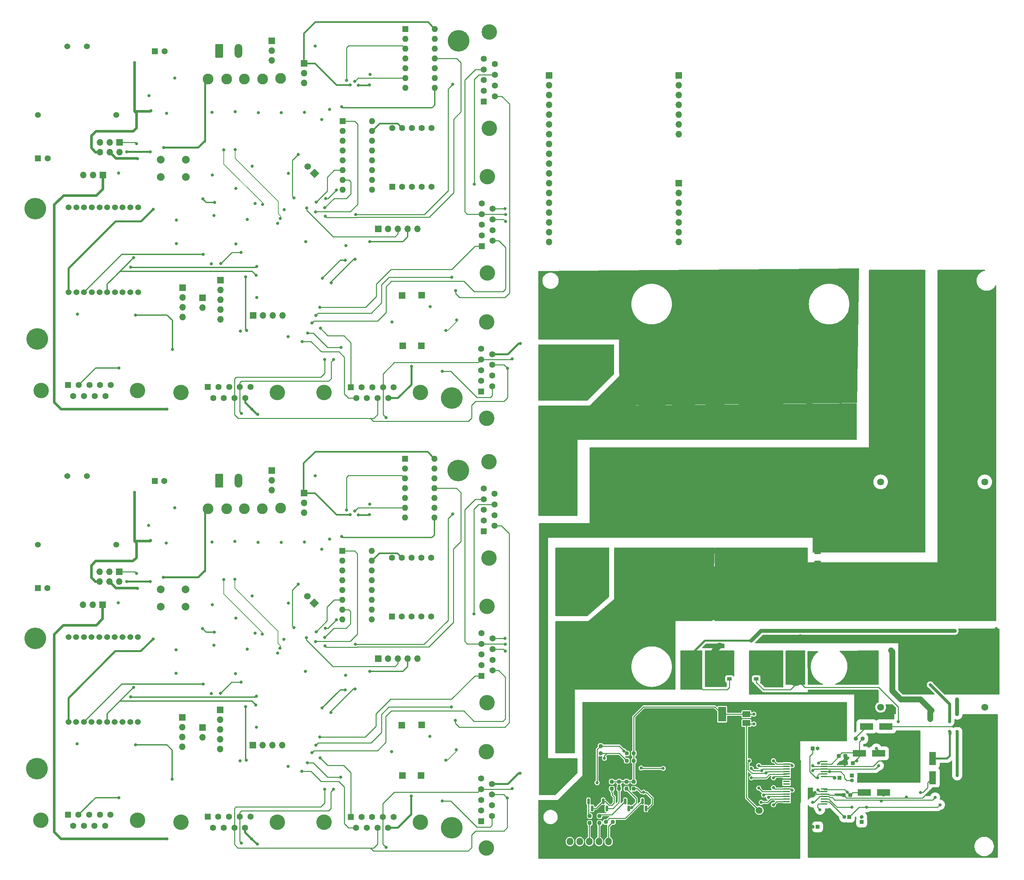
<source format=gbr>
%TF.GenerationSoftware,KiCad,Pcbnew,6.0.11-2627ca5db0~126~ubuntu20.04.1*%
%TF.CreationDate,2023-05-10T15:16:23+05:30*%
%TF.ProjectId,MVCU_COPY,4d564355-5f43-44f5-9059-2e6b69636164,rev?*%
%TF.SameCoordinates,Original*%
%TF.FileFunction,Copper,L4,Bot*%
%TF.FilePolarity,Positive*%
%FSLAX46Y46*%
G04 Gerber Fmt 4.6, Leading zero omitted, Abs format (unit mm)*
G04 Created by KiCad (PCBNEW 6.0.11-2627ca5db0~126~ubuntu20.04.1) date 2023-05-10 15:16:23*
%MOMM*%
%LPD*%
G01*
G04 APERTURE LIST*
G04 Aperture macros list*
%AMRoundRect*
0 Rectangle with rounded corners*
0 $1 Rounding radius*
0 $2 $3 $4 $5 $6 $7 $8 $9 X,Y pos of 4 corners*
0 Add a 4 corners polygon primitive as box body*
4,1,4,$2,$3,$4,$5,$6,$7,$8,$9,$2,$3,0*
0 Add four circle primitives for the rounded corners*
1,1,$1+$1,$2,$3*
1,1,$1+$1,$4,$5*
1,1,$1+$1,$6,$7*
1,1,$1+$1,$8,$9*
0 Add four rect primitives between the rounded corners*
20,1,$1+$1,$2,$3,$4,$5,0*
20,1,$1+$1,$4,$5,$6,$7,0*
20,1,$1+$1,$6,$7,$8,$9,0*
20,1,$1+$1,$8,$9,$2,$3,0*%
%AMHorizOval*
0 Thick line with rounded ends*
0 $1 width*
0 $2 $3 position (X,Y) of the first rounded end (center of the circle)*
0 $4 $5 position (X,Y) of the second rounded end (center of the circle)*
0 Add line between two ends*
20,1,$1,$2,$3,$4,$5,0*
0 Add two circle primitives to create the rounded ends*
1,1,$1,$2,$3*
1,1,$1,$4,$5*%
%AMRotRect*
0 Rectangle, with rotation*
0 The origin of the aperture is its center*
0 $1 length*
0 $2 width*
0 $3 Rotation angle, in degrees counterclockwise*
0 Add horizontal line*
21,1,$1,$2,0,0,$3*%
G04 Aperture macros list end*
%TA.AperFunction,ComponentPad*%
%ADD10O,1.700000X1.700000*%
%TD*%
%TA.AperFunction,ComponentPad*%
%ADD11R,1.700000X1.700000*%
%TD*%
%TA.AperFunction,SMDPad,CuDef*%
%ADD12R,1.200000X0.900000*%
%TD*%
%TA.AperFunction,SMDPad,CuDef*%
%ADD13RoundRect,0.237500X0.237500X-0.250000X0.237500X0.250000X-0.237500X0.250000X-0.237500X-0.250000X0*%
%TD*%
%TA.AperFunction,SMDPad,CuDef*%
%ADD14RoundRect,0.237500X0.300000X0.237500X-0.300000X0.237500X-0.300000X-0.237500X0.300000X-0.237500X0*%
%TD*%
%TA.AperFunction,SMDPad,CuDef*%
%ADD15R,1.800000X3.500000*%
%TD*%
%TA.AperFunction,ComponentPad*%
%ADD16R,1.000000X1.000000*%
%TD*%
%TA.AperFunction,ComponentPad*%
%ADD17O,1.000000X1.000000*%
%TD*%
%TA.AperFunction,SMDPad,CuDef*%
%ADD18RoundRect,0.150000X-0.150000X0.587500X-0.150000X-0.587500X0.150000X-0.587500X0.150000X0.587500X0*%
%TD*%
%TA.AperFunction,SMDPad,CuDef*%
%ADD19R,3.500000X1.800000*%
%TD*%
%TA.AperFunction,SMDPad,CuDef*%
%ADD20RoundRect,0.237500X-0.300000X-0.237500X0.300000X-0.237500X0.300000X0.237500X-0.300000X0.237500X0*%
%TD*%
%TA.AperFunction,SMDPad,CuDef*%
%ADD21R,2.000000X1.500000*%
%TD*%
%TA.AperFunction,SMDPad,CuDef*%
%ADD22R,2.000000X3.800000*%
%TD*%
%TA.AperFunction,ComponentPad*%
%ADD23R,1.600000X1.600000*%
%TD*%
%TA.AperFunction,ComponentPad*%
%ADD24C,1.600000*%
%TD*%
%TA.AperFunction,SMDPad,CuDef*%
%ADD25RoundRect,0.237500X0.250000X0.237500X-0.250000X0.237500X-0.250000X-0.237500X0.250000X-0.237500X0*%
%TD*%
%TA.AperFunction,SMDPad,CuDef*%
%ADD26RoundRect,0.250000X0.625000X-0.400000X0.625000X0.400000X-0.625000X0.400000X-0.625000X-0.400000X0*%
%TD*%
%TA.AperFunction,SMDPad,CuDef*%
%ADD27R,1.670000X0.450000*%
%TD*%
%TA.AperFunction,ComponentPad*%
%ADD28RoundRect,0.250000X-0.600000X-0.725000X0.600000X-0.725000X0.600000X0.725000X-0.600000X0.725000X0*%
%TD*%
%TA.AperFunction,ComponentPad*%
%ADD29O,1.700000X1.950000*%
%TD*%
%TA.AperFunction,ComponentPad*%
%ADD30R,1.800000X1.800000*%
%TD*%
%TA.AperFunction,ComponentPad*%
%ADD31C,1.800000*%
%TD*%
%TA.AperFunction,ComponentPad*%
%ADD32R,18.000000X14.000000*%
%TD*%
%TA.AperFunction,ComponentPad*%
%ADD33C,4.000000*%
%TD*%
%TA.AperFunction,ComponentPad*%
%ADD34C,2.400000*%
%TD*%
%TA.AperFunction,ComponentPad*%
%ADD35R,2.600000X2.600000*%
%TD*%
%TA.AperFunction,ComponentPad*%
%ADD36O,2.600000X2.600000*%
%TD*%
%TA.AperFunction,ComponentPad*%
%ADD37C,2.800000*%
%TD*%
%TA.AperFunction,ComponentPad*%
%ADD38O,1.600000X1.600000*%
%TD*%
%TA.AperFunction,ComponentPad*%
%ADD39C,5.600000*%
%TD*%
%TA.AperFunction,ComponentPad*%
%ADD40C,1.524000*%
%TD*%
%TA.AperFunction,ComponentPad*%
%ADD41RotRect,1.700000X1.700000X225.000000*%
%TD*%
%TA.AperFunction,ComponentPad*%
%ADD42HorizOval,1.700000X0.000000X0.000000X0.000000X0.000000X0*%
%TD*%
%TA.AperFunction,ComponentPad*%
%ADD43RoundRect,0.250000X-0.750000X-1.550000X0.750000X-1.550000X0.750000X1.550000X-0.750000X1.550000X0*%
%TD*%
%TA.AperFunction,ComponentPad*%
%ADD44O,2.000000X3.600000*%
%TD*%
%TA.AperFunction,ComponentPad*%
%ADD45C,2.000000*%
%TD*%
%TA.AperFunction,ViaPad*%
%ADD46C,0.800000*%
%TD*%
%TA.AperFunction,Conductor*%
%ADD47C,0.250000*%
%TD*%
%TA.AperFunction,Conductor*%
%ADD48C,0.500000*%
%TD*%
%TA.AperFunction,Conductor*%
%ADD49C,1.000000*%
%TD*%
%TA.AperFunction,Conductor*%
%ADD50C,0.750000*%
%TD*%
%TA.AperFunction,Conductor*%
%ADD51C,1.500000*%
%TD*%
%TA.AperFunction,Conductor*%
%ADD52C,0.400000*%
%TD*%
%TA.AperFunction,Conductor*%
%ADD53C,0.300000*%
%TD*%
%TA.AperFunction,Conductor*%
%ADD54C,0.700000*%
%TD*%
%TA.AperFunction,Conductor*%
%ADD55C,0.200000*%
%TD*%
G04 APERTURE END LIST*
D10*
%TO.P,J2,7,Pin_7*%
%TO.N,N/C*%
X206202500Y-155000D03*
%TO.P,J2,6,Pin_6*%
X206202500Y2385000D03*
%TO.P,J2,5,Pin_5*%
X206202500Y4925000D03*
%TO.P,J2,4,Pin_4*%
X206202500Y7465000D03*
%TO.P,J2,3,Pin_3*%
X206202500Y10005000D03*
%TO.P,J2,2,Pin_2*%
X206202500Y12545000D03*
D11*
%TO.P,J2,1,Pin_1*%
X206202500Y15085000D03*
%TD*%
D10*
%TO.P,J3,7,Pin_7*%
%TO.N,N/C*%
X206177500Y-28095000D03*
%TO.P,J3,6,Pin_6*%
X206177500Y-25555000D03*
%TO.P,J3,5,Pin_5*%
X206177500Y-23015000D03*
%TO.P,J3,4,Pin_4*%
X206177500Y-20475000D03*
%TO.P,J3,3,Pin_3*%
X206177500Y-17935000D03*
%TO.P,J3,2,Pin_2*%
X206177500Y-15395000D03*
D11*
%TO.P,J3,1,Pin_1*%
X206177500Y-12855000D03*
%TD*%
D10*
%TO.P,J1,18,Pin_18*%
%TO.N,N/C*%
X172547500Y-28090000D03*
%TO.P,J1,17,Pin_17*%
X172547500Y-25550000D03*
%TO.P,J1,16,Pin_16*%
X172547500Y-23010000D03*
%TO.P,J1,15,Pin_15*%
X172547500Y-20470000D03*
%TO.P,J1,14,Pin_14*%
X172547500Y-17930000D03*
%TO.P,J1,13,Pin_13*%
X172547500Y-15390000D03*
%TO.P,J1,12,Pin_12*%
X172547500Y-12850000D03*
%TO.P,J1,11,Pin_11*%
X172547500Y-10310000D03*
%TO.P,J1,10,Pin_10*%
X172547500Y-7770000D03*
%TO.P,J1,9,Pin_9*%
X172547500Y-5230000D03*
%TO.P,J1,8,Pin_8*%
X172547500Y-2690000D03*
%TO.P,J1,7,Pin_7*%
X172547500Y-150000D03*
%TO.P,J1,6,Pin_6*%
X172547500Y2390000D03*
%TO.P,J1,5,Pin_5*%
X172547500Y4930000D03*
%TO.P,J1,4,Pin_4*%
X172547500Y7470000D03*
%TO.P,J1,3,Pin_3*%
X172547500Y10010000D03*
%TO.P,J1,2,Pin_2*%
%TO.N,Net-(J1-Pad2)*%
X172547500Y12550000D03*
D11*
%TO.P,J1,1,Pin_1*%
%TO.N,N/C*%
X172547500Y15090000D03*
%TD*%
D12*
%TO.P,D8,1,K*%
%TO.N,N/C*%
X226290000Y-141385000D03*
%TO.P,D8,2,A*%
%TO.N,GND*%
X226290000Y-138085000D03*
%TD*%
D13*
%TO.P,R10,1*%
%TO.N,N/C*%
X183110000Y-178747500D03*
%TO.P,R10,2*%
X183110000Y-176922500D03*
%TD*%
D14*
%TO.P,C9,1*%
%TO.N,N/C*%
X251282500Y-163230000D03*
%TO.P,C9,2*%
%TO.N,GND*%
X249557500Y-163230000D03*
%TD*%
D15*
%TO.P,D5,1,K*%
%TO.N,N/C*%
X272010000Y-162000000D03*
%TO.P,D5,2,A*%
%TO.N,Net-(D5-Pad2)*%
X272010000Y-167000000D03*
%TD*%
D16*
%TO.P,J5,1,Pin_1*%
%TO.N,N/C*%
X242165000Y-179740000D03*
D17*
%TO.P,J5,2,Pin_2*%
X240895000Y-179740000D03*
%TD*%
D18*
%TO.P,Q3,1,B*%
%TO.N,N/C*%
X192320000Y-173087500D03*
%TO.P,Q3,2,E*%
X194220000Y-173087500D03*
%TO.P,Q3,3,C*%
X193270000Y-174962500D03*
%TD*%
D14*
%TO.P,C8,1*%
%TO.N,Net-(C16-Pad1)*%
X250647500Y-171485000D03*
%TO.P,C8,2*%
%TO.N,N/C*%
X248922500Y-171485000D03*
%TD*%
D19*
%TO.P,D2,1,K*%
%TO.N,N/C*%
X259270000Y-170850000D03*
%TO.P,D2,2,A*%
%TO.N,Net-(C16-Pad1)*%
X254270000Y-170850000D03*
%TD*%
D13*
%TO.P,R9,1*%
%TO.N,N/C*%
X188825000Y-169857500D03*
%TO.P,R9,2*%
%TO.N,+5V*%
X188825000Y-168032500D03*
%TD*%
D20*
%TO.P,C17,1*%
%TO.N,N/C*%
X247652500Y-161325000D03*
%TO.P,C17,2*%
%TO.N,GND*%
X249377500Y-161325000D03*
%TD*%
D16*
%TO.P,J6,1,Pin_1*%
%TO.N,N/C*%
X253595000Y-178470000D03*
D17*
%TO.P,J6,2,Pin_2*%
X253595000Y-177200000D03*
%TD*%
D18*
%TO.P,Q4,1,B*%
%TO.N,N/C*%
X196765000Y-173087500D03*
%TO.P,Q4,2,E*%
X198665000Y-173087500D03*
%TO.P,Q4,3,C*%
X197715000Y-174962500D03*
%TD*%
D21*
%TO.P,U1,1,GND*%
%TO.N,N/C*%
X223725000Y-148230000D03*
%TO.P,U1,2,VO*%
%TO.N,+5V*%
X223725000Y-150530000D03*
D22*
X217425000Y-150530000D03*
D21*
%TO.P,U1,3,VI*%
%TO.N,N/C*%
X223725000Y-152830000D03*
%TD*%
D16*
%TO.P,J4,1,Pin_1*%
%TO.N,N/C*%
X240895000Y-159420000D03*
D17*
%TO.P,J4,2,Pin_2*%
%TO.N,GND*%
X242165000Y-159420000D03*
%TD*%
D23*
%TO.P,C1,1*%
%TO.N,N/C*%
X247742651Y-112430000D03*
D24*
%TO.P,C1,2*%
X247742651Y-107430000D03*
%TD*%
D25*
%TO.P,R16,1*%
%TO.N,N/C*%
X253872500Y-156880000D03*
%TO.P,R16,2*%
%TO.N,Net-(D6-Pad2)*%
X252047500Y-156880000D03*
%TD*%
%TO.P,R2,1*%
%TO.N,N/C*%
X185927500Y-158785000D03*
%TO.P,R2,2*%
X184102500Y-158785000D03*
%TD*%
D13*
%TO.P,R7,1*%
%TO.N,N/C*%
X192635000Y-169857500D03*
%TO.P,R7,2*%
%TO.N,+5V*%
X192635000Y-168032500D03*
%TD*%
D25*
%TO.P,R12,1*%
%TO.N,N/C*%
X189102500Y-178470000D03*
%TO.P,R12,2*%
X187277500Y-178470000D03*
%TD*%
D16*
%TO.P,J3,1,Pin_1*%
%TO.N,N/C*%
X247880000Y-167040000D03*
D17*
%TO.P,J3,2,Pin_2*%
X246610000Y-167040000D03*
%TD*%
D25*
%TO.P,R5,1*%
%TO.N,N/C*%
X185927500Y-160690000D03*
%TO.P,R5,2*%
X184102500Y-160690000D03*
%TD*%
D12*
%TO.P,D7,1,K*%
%TO.N,N/C*%
X219305000Y-141385000D03*
%TO.P,D7,2,A*%
X219305000Y-138085000D03*
%TD*%
D16*
%TO.P,J7,1,Pin_1*%
%TO.N,N/C*%
X251055000Y-166405000D03*
D17*
%TO.P,J7,2,Pin_2*%
X251055000Y-167675000D03*
%TD*%
D26*
%TO.P,R3,1*%
%TO.N,N/C*%
X242165000Y-111440000D03*
%TO.P,R3,2*%
X242165000Y-108340000D03*
%TD*%
D19*
%TO.P,D6,1,K*%
%TO.N,N/C*%
X259905000Y-153705000D03*
%TO.P,D6,2,A*%
%TO.N,Net-(D6-Pad2)*%
X254905000Y-153705000D03*
%TD*%
D18*
%TO.P,Q1,1,B*%
%TO.N,N/C*%
X182795000Y-173087500D03*
%TO.P,Q1,2,E*%
X184695000Y-173087500D03*
%TO.P,Q1,3,C*%
X183745000Y-174962500D03*
%TD*%
D13*
%TO.P,R6,1*%
%TO.N,N/C*%
X194540000Y-169857500D03*
%TO.P,R6,2*%
%TO.N,+5V*%
X194540000Y-168032500D03*
%TD*%
D19*
%TO.P,D1,1,K*%
%TO.N,N/C*%
X258000000Y-160690000D03*
%TO.P,D1,2,A*%
X253000000Y-160690000D03*
%TD*%
D13*
%TO.P,R11,1*%
%TO.N,N/C*%
X185650000Y-178747500D03*
%TO.P,R11,2*%
X185650000Y-176922500D03*
%TD*%
D18*
%TO.P,Q2,1,B*%
%TO.N,N/C*%
X186605000Y-173087500D03*
%TO.P,Q2,2,E*%
X188505000Y-173087500D03*
%TO.P,Q2,3,C*%
X187555000Y-174962500D03*
%TD*%
D13*
%TO.P,R8,1*%
%TO.N,N/C*%
X190730000Y-169857500D03*
%TO.P,R8,2*%
%TO.N,+5V*%
X190730000Y-168032500D03*
%TD*%
D25*
%TO.P,R4,1*%
%TO.N,+5V*%
X194540000Y-162595000D03*
%TO.P,R4,2*%
%TO.N,N/C*%
X192715000Y-162595000D03*
%TD*%
D27*
%TO.P,U2,1,GND1_1*%
%TO.N,N/C*%
X234125000Y-173835000D03*
%TO.P,U2,2,INHS+*%
%TO.N,+5V*%
X234125000Y-173185000D03*
%TO.P,U2,3,INHS-*%
%TO.N,N/C*%
X234125000Y-172535000D03*
%TO.P,U2,4,RDYHS*%
X234125000Y-171885000D03*
%TO.P,U2,5,FLTHS_N*%
X234125000Y-171235000D03*
%TO.P,U2,6,RSTHS_N*%
X234125000Y-170585000D03*
%TO.P,U2,7,VCC1HS*%
%TO.N,+5V*%
X234125000Y-169935000D03*
%TO.P,U2,8,GND1_2*%
%TO.N,N/C*%
X234125000Y-169285000D03*
%TO.P,U2,9,NC1*%
X234125000Y-168635000D03*
%TO.P,U2,10,NC2*%
X234125000Y-167985000D03*
%TO.P,U2,11,GND1_3*%
X234125000Y-167335000D03*
%TO.P,U2,12,INLS+*%
%TO.N,+5V*%
X234125000Y-166685000D03*
%TO.P,U2,13,INLS-*%
%TO.N,N/C*%
X234125000Y-166035000D03*
%TO.P,U2,14,RDYLS*%
X234125000Y-165385000D03*
%TO.P,U2,15,FLTLS_N*%
X234125000Y-164735000D03*
%TO.P,U2,16,RSTLS_N*%
X234125000Y-164085000D03*
%TO.P,U2,17,VCC1LS*%
%TO.N,+5V*%
X234125000Y-163435000D03*
%TO.P,U2,18,GND1_4*%
%TO.N,N/C*%
X234125000Y-162785000D03*
%TO.P,U2,19,VEE2LS_2*%
X243855000Y-162785000D03*
%TO.P,U2,20,DESATLS*%
X243855000Y-163435000D03*
%TO.P,U2,21,GND2LS*%
%TO.N,GND*%
X243855000Y-164085000D03*
%TO.P,U2,22,VCC2LS*%
%TO.N,N/C*%
X243855000Y-164735000D03*
%TO.P,U2,23,OUTLS*%
X243855000Y-165385000D03*
%TO.P,U2,24,VEE2LS_1*%
X243855000Y-166035000D03*
%TO.P,U2,25,CLAMPLS*%
X243855000Y-166685000D03*
%TO.P,U2,30,DESATHS*%
%TO.N,Net-(C16-Pad1)*%
X243855000Y-169935000D03*
%TO.P,U2,31,VEE2HS_1*%
%TO.N,N/C*%
X243855000Y-170585000D03*
%TO.P,U2,32,GND2HS*%
X243855000Y-171235000D03*
%TO.P,U2,33,VCC2HS*%
X243855000Y-171885000D03*
%TO.P,U2,34,OUTHS*%
X243855000Y-172535000D03*
%TO.P,U2,35,CLAMPHS*%
%TO.N,Net-(J1-Pad2)*%
X243855000Y-173185000D03*
%TO.P,U2,36,VEE2HS_2*%
%TO.N,N/C*%
X243855000Y-173835000D03*
%TD*%
D16*
%TO.P,J1,1,Pin_1*%
%TO.N,N/C*%
X250420000Y-177200000D03*
D17*
%TO.P,J1,2,Pin_2*%
%TO.N,Net-(J1-Pad2)*%
X249150000Y-177200000D03*
%TD*%
D25*
%TO.P,R1,1*%
%TO.N,+5V*%
X194540000Y-160690000D03*
%TO.P,R1,2*%
%TO.N,N/C*%
X192715000Y-160690000D03*
%TD*%
D28*
%TO.P,J2,1,Pin_1*%
%TO.N,N/C*%
X175490000Y-183550000D03*
D29*
%TO.P,J2,2,Pin_2*%
X177990000Y-183550000D03*
%TO.P,J2,3,Pin_3*%
X180490000Y-183550000D03*
%TO.P,J2,4,Pin_4*%
X182990000Y-183550000D03*
%TO.P,J2,5,Pin_5*%
X185490000Y-183550000D03*
%TO.P,J2,6,Pin_6*%
X187990000Y-183550000D03*
%TD*%
D30*
%TO.P,PS2,1,AC(L)*%
%TO.N,N/C*%
X276510000Y-97725000D03*
D31*
%TO.P,PS2,2,AC(N)*%
X267510000Y-97725000D03*
%TO.P,PS2,3,-VO*%
%TO.N,GND*%
X285510000Y-148725000D03*
%TO.P,PS2,4,+VO*%
%TO.N,N/C*%
X258510000Y-148725000D03*
%TD*%
D30*
%TO.P,PS1,1,AC(L)*%
%TO.N,N/C*%
X176025000Y-157460000D03*
D31*
%TO.P,PS1,2,AC(N)*%
X176025000Y-166460000D03*
%TO.P,PS1,3,-VO*%
X227025000Y-148460000D03*
%TO.P,PS1,4,+VO*%
X227025000Y-175460000D03*
%TD*%
D32*
%TO.P,U3,1*%
%TO.N,N/C*%
X222160302Y-63200000D03*
%TO.P,U3,2*%
X222160302Y-91200000D03*
%TO.P,U3,3*%
X222160302Y-119200000D03*
D33*
%TO.P,U3,4*%
X209333302Y-137353000D03*
X209333302Y-141163000D03*
%TO.P,U3,5*%
X215429302Y-141163000D03*
X215429302Y-137353000D03*
%TO.P,U3,6*%
X236511302Y-137353000D03*
X236511302Y-141163000D03*
%TO.P,U3,7*%
%TO.N,GND*%
X230415302Y-137353000D03*
X230415302Y-141163000D03*
%TD*%
D30*
%TO.P,PS3,1,AC(L)*%
%TO.N,N/C*%
X276510000Y-39305000D03*
D31*
%TO.P,PS3,2,AC(N)*%
X267510000Y-39305000D03*
%TO.P,PS3,3,-VO*%
X285510000Y-90305000D03*
%TO.P,PS3,4,+VO*%
X258510000Y-90305000D03*
%TD*%
D34*
%TO.P,C15,1*%
%TO.N,N/C*%
X185015000Y-64170000D03*
%TO.P,C15,2*%
X185015000Y-86670000D03*
%TD*%
%TO.P,C13,1*%
%TO.N,N/C*%
X177395000Y-114790000D03*
%TO.P,C13,2*%
X177395000Y-92290000D03*
%TD*%
D35*
%TO.P,D10,1,K*%
%TO.N,N/C*%
X186285000Y-57185000D03*
D36*
%TO.P,D10,2,A*%
X186285000Y-41945000D03*
%TD*%
D35*
%TO.P,D9,1,K*%
%TO.N,N/C*%
X176125000Y-121955000D03*
D36*
%TO.P,D9,2,A*%
X176125000Y-137195000D03*
%TD*%
D37*
%TO.P,R18,1*%
%TO.N,N/C*%
X176760000Y-62740000D03*
%TO.P,R18,2*%
X176760000Y-42740000D03*
%TD*%
%TO.P,R17,1*%
%TO.N,N/C*%
X186285000Y-117670000D03*
%TO.P,R17,2*%
X186285000Y-137670000D03*
%TD*%
D23*
%TO.P,U1,1*%
%TO.N,GND*%
X135264000Y-84289000D03*
D38*
%TO.P,U1,2*%
%TO.N,Net-(R2-Pad1)*%
X135264000Y-86829000D03*
%TO.P,U1,3*%
%TO.N,/DI_LLS*%
X135264000Y-89369000D03*
%TO.P,U1,4*%
%TO.N,GND*%
X135264000Y-91909000D03*
%TO.P,U1,5*%
%TO.N,Net-(R4-Pad1)*%
X135264000Y-94449000D03*
%TO.P,U1,6*%
%TO.N,/SCK_LLS*%
X135264000Y-96989000D03*
%TO.P,U1,7,GND*%
%TO.N,GND*%
X135264000Y-99529000D03*
%TO.P,U1,8*%
%TO.N,/CS_LLS*%
X142884000Y-99529000D03*
%TO.P,U1,9*%
%TO.N,Net-(R5-Pad1)*%
X142884000Y-96989000D03*
%TO.P,U1,10*%
%TO.N,GND*%
X142884000Y-94449000D03*
%TO.P,U1,11*%
%TO.N,/SD_MISO*%
X142884000Y-91909000D03*
%TO.P,U1,12*%
%TO.N,Net-(R6-Pad1)*%
X142884000Y-89369000D03*
%TO.P,U1,13*%
%TO.N,GND*%
X142884000Y-86829000D03*
%TO.P,U1,14,VCC*%
%TO.N,+3.3V*%
X142884000Y-84289000D03*
%TD*%
D33*
%TO.P,J33,0,PAD*%
%TO.N,GND*%
X156384669Y-73831893D03*
X156384669Y-48831893D03*
D23*
%TO.P,J33,1,1*%
%TO.N,/MVCU_HBT*%
X154964669Y-66871893D03*
D24*
%TO.P,J33,2,2*%
%TO.N,/CAN_N*%
X154964669Y-64101893D03*
%TO.P,J33,3,3*%
%TO.N,GND*%
X154964669Y-61331893D03*
%TO.P,J33,4,4*%
%TO.N,/I2C3_SCL*%
X154964669Y-58561893D03*
%TO.P,J33,5,5*%
%TO.N,GND*%
X154964669Y-55791893D03*
%TO.P,J33,6,6*%
%TO.N,/VCU3_HBT*%
X157804669Y-65486893D03*
%TO.P,J33,7,7*%
%TO.N,/CAN_P*%
X157804669Y-62716893D03*
%TO.P,J33,8,8*%
%TO.N,/I2C_SDA*%
X157804669Y-59946893D03*
%TO.P,J33,9,9*%
%TO.N,+5V*%
X157804669Y-57176893D03*
%TD*%
D37*
%TO.P,+Vin,1,1*%
%TO.N,/mornsun_Vin*%
X102947000Y-97118000D03*
%TD*%
D39*
%TO.P,H6,1,1*%
%TO.N,GND*%
X39864107Y-53267893D03*
%TD*%
D37*
%TO.P,-Vin,1,1*%
%TO.N,/mornsun_minus*%
X98248000Y-97245000D03*
%TD*%
D23*
%TO.P,U19,1,B*%
%TO.N,/display_b*%
X119037000Y3197500D03*
D38*
%TO.P,U19,2,C*%
%TO.N,/display_c*%
X119037000Y657500D03*
%TO.P,U19,3,LT*%
%TO.N,Net-(J9-Pad2)*%
X119037000Y-1882500D03*
%TO.P,U19,4,BI*%
%TO.N,Net-(J9-Pad4)*%
X119037000Y-4422500D03*
%TO.P,U19,5,RBI*%
%TO.N,Net-(J9-Pad6)*%
X119037000Y-6962500D03*
%TO.P,U19,6,D*%
%TO.N,/display_d*%
X119037000Y-9502500D03*
%TO.P,U19,7,A*%
%TO.N,/display_a*%
X119037000Y-12042500D03*
%TO.P,U19,8,GND*%
%TO.N,GND*%
X119037000Y-14582500D03*
%TO.P,U19,9,e*%
%TO.N,Net-(U10-Pad1)*%
X126657000Y-14582500D03*
%TO.P,U19,10,d*%
%TO.N,Net-(U10-Pad2)*%
X126657000Y-12042500D03*
%TO.P,U19,11,c*%
%TO.N,Net-(U10-Pad4)*%
X126657000Y-9502500D03*
%TO.P,U19,12,b*%
%TO.N,Net-(U10-Pad6)*%
X126657000Y-6962500D03*
%TO.P,U19,13,a*%
%TO.N,Net-(U10-Pad7)*%
X126657000Y-4422500D03*
%TO.P,U19,14,g*%
%TO.N,Net-(U10-Pad10)*%
X126657000Y-1882500D03*
%TO.P,U19,15,f*%
%TO.N,Net-(U10-Pad9)*%
X126657000Y657500D03*
%TO.P,U19,16,VCC*%
%TO.N,+5V*%
X126657000Y3197500D03*
%TD*%
D33*
%TO.P,J6,0,PAD*%
%TO.N,GND*%
X156499107Y-122551893D03*
X156499107Y-147551893D03*
D23*
%TO.P,J6,1,1*%
%TO.N,/MVCU_HBT*%
X155079107Y-140591893D03*
D24*
%TO.P,J6,2,2*%
%TO.N,/CAN_N*%
X155079107Y-137821893D03*
%TO.P,J6,3,3*%
%TO.N,GND*%
X155079107Y-135051893D03*
%TO.P,J6,4,4*%
%TO.N,/I2C3_SCL*%
X155079107Y-132281893D03*
%TO.P,J6,5,5*%
%TO.N,GND*%
X155079107Y-129511893D03*
%TO.P,J6,6,6*%
%TO.N,/VCU2_HBT*%
X157919107Y-139206893D03*
%TO.P,J6,7,7*%
%TO.N,/CAN_P*%
X157919107Y-136436893D03*
%TO.P,J6,8,8*%
%TO.N,/I2C_SDA*%
X157919107Y-133666893D03*
%TO.P,J6,9,9*%
%TO.N,+5V*%
X157919107Y-130896893D03*
%TD*%
D11*
%TO.P,J38,1,Pin_1*%
%TO.N,GND*%
X61207000Y-2225000D03*
D10*
%TO.P,J38,2,Pin_2*%
%TO.N,+3.3V*%
X61207000Y-4765000D03*
%TO.P,J38,3,Pin_3*%
%TO.N,GND*%
X58667000Y-2225000D03*
%TO.P,J38,4,Pin_4*%
%TO.N,+5V*%
X58667000Y-4765000D03*
%TO.P,J38,5,Pin_5*%
%TO.N,GND*%
X56127000Y-2225000D03*
%TO.P,J38,6,Pin_6*%
%TO.N,/mornsun_Vin*%
X56127000Y-4765000D03*
%TD*%
D23*
%TO.P,C54,1*%
%TO.N,/mornsun_Vin*%
X70404349Y21325000D03*
D24*
%TO.P,C54,2*%
%TO.N,GND*%
X72904349Y21325000D03*
%TD*%
D11*
%TO.P,J35,1,Pin_1*%
%TO.N,/SPI2_SCK*%
X95857000Y-47175000D03*
D10*
%TO.P,J35,2,Pin_2*%
%TO.N,/SPI2_MISO*%
X98397000Y-47175000D03*
%TO.P,J35,3,Pin_3*%
%TO.N,/SPI2_MOSI*%
X100937000Y-47175000D03*
%TO.P,J35,4,Pin_4*%
%TO.N,GND*%
X103477000Y-47175000D03*
%TD*%
D11*
%TO.P,J31,1,Pin_1*%
%TO.N,/USART2_Tx*%
X77557000Y-39975000D03*
D10*
%TO.P,J31,2,Pin_2*%
%TO.N,/USART2_Rx*%
X77557000Y-42515000D03*
%TO.P,J31,3,Pin_3*%
%TO.N,/gpio*%
X77557000Y-45055000D03*
%TO.P,J31,4,Pin_4*%
%TO.N,GND*%
X77557000Y-47595000D03*
%TD*%
D40*
%TO.P,U9,1,1*%
%TO.N,+3.3V*%
X47993660Y-152543200D03*
%TO.P,U9,2,2*%
%TO.N,/Xbee_Tx*%
X49995180Y-152543200D03*
%TO.P,U9,3,3*%
%TO.N,/Xbee_Rx*%
X51994160Y-152543200D03*
%TO.P,U9,4,4*%
%TO.N,unconnected-(U9-Pad4)*%
X53995680Y-152543200D03*
%TO.P,U9,5,5*%
%TO.N,/RST*%
X55994660Y-152543200D03*
%TO.P,U9,6,6*%
%TO.N,/RSSI*%
X57993640Y-152543200D03*
%TO.P,U9,7,7*%
%TO.N,unconnected-(U9-Pad7)*%
X59995160Y-152543200D03*
%TO.P,U9,8,8*%
%TO.N,unconnected-(U9-Pad8)*%
X61994140Y-152543200D03*
%TO.P,U9,9,9*%
%TO.N,unconnected-(U9-Pad9)*%
X63995660Y-152543200D03*
%TO.P,U9,10,10*%
%TO.N,GND*%
X65994640Y-152543200D03*
%TO.P,U9,11,11*%
%TO.N,unconnected-(U9-Pad11)*%
X65994640Y-130546800D03*
%TO.P,U9,12,12*%
%TO.N,unconnected-(U9-Pad12)*%
X63995660Y-130546800D03*
%TO.P,U9,13,13*%
%TO.N,unconnected-(U9-Pad13)*%
X61994140Y-130546800D03*
%TO.P,U9,14,14*%
%TO.N,unconnected-(U9-Pad14)*%
X59995160Y-130546800D03*
%TO.P,U9,15,15*%
%TO.N,Net-(R23-Pad2)*%
X57993640Y-130546800D03*
%TO.P,U9,16,16*%
%TO.N,unconnected-(U9-Pad16)*%
X55994660Y-130546800D03*
%TO.P,U9,17,17*%
%TO.N,unconnected-(U9-Pad17)*%
X53995680Y-130546800D03*
%TO.P,U9,18,18*%
%TO.N,unconnected-(U9-Pad18)*%
X51994160Y-130546800D03*
%TO.P,U9,19,19*%
%TO.N,unconnected-(U9-Pad19)*%
X49995180Y-130546800D03*
%TO.P,U9,20,20*%
%TO.N,unconnected-(U9-Pad20)*%
X47993660Y-130546800D03*
%TD*%
D11*
%TO.P,J39,1,Pin_1*%
%TO.N,+5V*%
X56907000Y-10775000D03*
D10*
%TO.P,J39,2,Pin_2*%
%TO.N,Net-(C26-Pad1)*%
X54367000Y-10775000D03*
%TO.P,J39,3,Pin_3*%
%TO.N,unconnected-(J18-Pad3)*%
X51827000Y-10775000D03*
%TD*%
D11*
%TO.P,J41,1,Pin_1*%
%TO.N,/CAN_Rx*%
X134609000Y-55040000D03*
%TD*%
D23*
%TO.P,U10,1,E*%
%TO.N,Net-(U10-Pad1)*%
X131888000Y-125195000D03*
D24*
%TO.P,U10,2,D*%
%TO.N,Net-(U10-Pad2)*%
X134428000Y-125195000D03*
%TO.P,U10,3,CC*%
%TO.N,GND*%
X136968000Y-125195000D03*
%TO.P,U10,4,C*%
%TO.N,Net-(U10-Pad4)*%
X139508000Y-125195000D03*
%TO.P,U10,5,DP*%
%TO.N,unconnected-(U10-Pad5)*%
X142048000Y-125195000D03*
%TO.P,U10,6,B*%
%TO.N,Net-(U10-Pad6)*%
X142048000Y-109955000D03*
%TO.P,U10,7,A*%
%TO.N,Net-(U10-Pad7)*%
X139508000Y-109955000D03*
%TO.P,U10,8,CC*%
%TO.N,GND*%
X136968000Y-109955000D03*
%TO.P,U10,9,F*%
%TO.N,Net-(U10-Pad9)*%
X134428000Y-109955000D03*
%TO.P,U10,10,G*%
%TO.N,Net-(U10-Pad10)*%
X131888000Y-109955000D03*
%TD*%
D39*
%TO.P,H5,1,1*%
%TO.N,GND*%
X147357000Y-68575000D03*
%TD*%
D41*
%TO.P,J36,1,Pin_1*%
%TO.N,/I2C1_SCL*%
X111758562Y-10326562D03*
D42*
%TO.P,J36,2,Pin_2*%
%TO.N,/I2C1_SDA*%
X109962511Y-8530511D03*
%TD*%
D33*
%TO.P,J26,0,PAD*%
%TO.N,GND*%
X65904107Y-66607562D03*
X40904107Y-66607562D03*
D23*
%TO.P,J26,1,1*%
%TO.N,unconnected-(J4-Pad1)*%
X47864107Y-65187562D03*
D24*
%TO.P,J26,2,2*%
%TO.N,/Rx*%
X50634107Y-65187562D03*
%TO.P,J26,3,3*%
%TO.N,/Tx*%
X53404107Y-65187562D03*
%TO.P,J26,4,4*%
%TO.N,unconnected-(J4-Pad4)*%
X56174107Y-65187562D03*
%TO.P,J26,5,5*%
%TO.N,GND*%
X58944107Y-65187562D03*
%TO.P,J26,6,6*%
%TO.N,unconnected-(J4-Pad6)*%
X49249107Y-68027562D03*
%TO.P,J26,7,7*%
%TO.N,unconnected-(J4-Pad7)*%
X52019107Y-68027562D03*
%TO.P,J26,8,8*%
%TO.N,unconnected-(J4-Pad8)*%
X54789107Y-68027562D03*
%TO.P,J26,9,9*%
%TO.N,unconnected-(J4-Pad9)*%
X57559107Y-68027562D03*
%TD*%
D11*
%TO.P,J34,1,Pin_1*%
%TO.N,/SWDIO*%
X128332000Y-24675000D03*
D10*
%TO.P,J34,2,Pin_2*%
%TO.N,/SWCLK*%
X130872000Y-24675000D03*
%TO.P,J34,3,Pin_3*%
%TO.N,/SWo*%
X133412000Y-24675000D03*
%TO.P,J34,4,Pin_4*%
%TO.N,+3.3V*%
X135952000Y-24675000D03*
%TO.P,J34,5,Pin_5*%
%TO.N,GND*%
X138492000Y-24675000D03*
%TD*%
D39*
%TO.P,H4,1,1*%
%TO.N,GND*%
X149048000Y-87339000D03*
%TD*%
%TO.P,H2,1,1*%
%TO.N,GND*%
X39825107Y-164687893D03*
%TD*%
D33*
%TO.P,J29,0,PAD*%
%TO.N,GND*%
X77154107Y-67107562D03*
X102154107Y-67107562D03*
D23*
%TO.P,J29,1,1*%
%TO.N,/MVCU_HBT*%
X84114107Y-65687562D03*
D24*
%TO.P,J29,2,2*%
%TO.N,/CAN_N*%
X86884107Y-65687562D03*
%TO.P,J29,3,3*%
%TO.N,GND*%
X89654107Y-65687562D03*
%TO.P,J29,4,4*%
%TO.N,/I2C3_SCL*%
X92424107Y-65687562D03*
%TO.P,J29,5,5*%
%TO.N,GND*%
X95194107Y-65687562D03*
%TO.P,J29,6,6*%
%TO.N,/VCU5_HBT*%
X85499107Y-68527562D03*
%TO.P,J29,7,7*%
%TO.N,/CAN_P*%
X88269107Y-68527562D03*
%TO.P,J29,8,8*%
%TO.N,/I2C_SDA*%
X91039107Y-68527562D03*
%TO.P,J29,9,9*%
%TO.N,+5V*%
X93809107Y-68527562D03*
%TD*%
D11*
%TO.P,J2,1,Pin_1*%
%TO.N,/ADC_in6*%
X87318000Y-149420000D03*
D10*
%TO.P,J2,2,Pin_2*%
%TO.N,/ADC_in7*%
X87318000Y-151960000D03*
%TO.P,J2,3,Pin_3*%
%TO.N,/ADC_in14*%
X87318000Y-154500000D03*
%TO.P,J2,4,Pin_4*%
%TO.N,/ADC_in15*%
X87318000Y-157040000D03*
%TO.P,J2,5,Pin_5*%
%TO.N,/ADC_in8*%
X87318000Y-159580000D03*
%TD*%
D33*
%TO.P,J7,0,PAD*%
%TO.N,GND*%
X77115107Y-178527562D03*
X102115107Y-178527562D03*
D23*
%TO.P,J7,1,1*%
%TO.N,/MVCU_HBT*%
X84075107Y-177107562D03*
D24*
%TO.P,J7,2,2*%
%TO.N,/CAN_N*%
X86845107Y-177107562D03*
%TO.P,J7,3,3*%
%TO.N,GND*%
X89615107Y-177107562D03*
%TO.P,J7,4,4*%
%TO.N,/I2C3_SCL*%
X92385107Y-177107562D03*
%TO.P,J7,5,5*%
%TO.N,GND*%
X95155107Y-177107562D03*
%TO.P,J7,6,6*%
%TO.N,/VCU5_HBT*%
X85460107Y-179947562D03*
%TO.P,J7,7,7*%
%TO.N,/CAN_P*%
X88230107Y-179947562D03*
%TO.P,J7,8,8*%
%TO.N,/I2C_SDA*%
X91000107Y-179947562D03*
%TO.P,J7,9,9*%
%TO.N,+5V*%
X93770107Y-179947562D03*
%TD*%
D37*
%TO.P,3V1,1,1*%
%TO.N,+3.3V*%
X89016000Y14175000D03*
%TD*%
D33*
%TO.P,J11,0,PAD*%
%TO.N,GND*%
X157018776Y-85051893D03*
X157018776Y-110051893D03*
D23*
%TO.P,J11,1,1*%
%TO.N,/MVCU_HBT*%
X155598776Y-103091893D03*
D24*
%TO.P,J11,2,2*%
%TO.N,/CAN_N*%
X155598776Y-100321893D03*
%TO.P,J11,3,3*%
%TO.N,GND*%
X155598776Y-97551893D03*
%TO.P,J11,4,4*%
%TO.N,/I2C3_SCL*%
X155598776Y-94781893D03*
%TO.P,J11,5,5*%
%TO.N,GND*%
X155598776Y-92011893D03*
%TO.P,J11,6,6*%
%TO.N,/VCU1_HBT*%
X158438776Y-101706893D03*
%TO.P,J11,7,7*%
%TO.N,/CAN_P*%
X158438776Y-98936893D03*
%TO.P,J11,8,8*%
%TO.N,/I2C_SDA*%
X158438776Y-96166893D03*
%TO.P,J11,9,9*%
%TO.N,+5V*%
X158438776Y-93396893D03*
%TD*%
D11*
%TO.P,J20,1,Pin_1*%
%TO.N,/CAN_Rx*%
X134570000Y-166460000D03*
%TD*%
%TO.P,J13,1,Pin_1*%
%TO.N,/SWDIO*%
X128293000Y-136095000D03*
D10*
%TO.P,J13,2,Pin_2*%
%TO.N,/SWCLK*%
X130833000Y-136095000D03*
%TO.P,J13,3,Pin_3*%
%TO.N,/SWo*%
X133373000Y-136095000D03*
%TO.P,J13,4,Pin_4*%
%TO.N,+3.3V*%
X135913000Y-136095000D03*
%TO.P,J13,5,Pin_5*%
%TO.N,GND*%
X138453000Y-136095000D03*
%TD*%
D11*
%TO.P,J16,1,Pin_1*%
%TO.N,GND*%
X100661000Y-87354000D03*
D10*
%TO.P,J16,2,Pin_2*%
%TO.N,/mornsun_minus*%
X100661000Y-89894000D03*
%TO.P,J16,3,Pin_3*%
%TO.N,unconnected-(J16-Pad3)*%
X100661000Y-92434000D03*
%TD*%
D11*
%TO.P,J10,1,Pin_1*%
%TO.N,/USART2_Tx*%
X77518000Y-151395000D03*
D10*
%TO.P,J10,2,Pin_2*%
%TO.N,/USART2_Rx*%
X77518000Y-153935000D03*
%TO.P,J10,3,Pin_3*%
%TO.N,/gpio*%
X77518000Y-156475000D03*
%TO.P,J10,4,Pin_4*%
%TO.N,GND*%
X77518000Y-159015000D03*
%TD*%
D33*
%TO.P,J12,0,PAD*%
%TO.N,GND*%
X156345669Y-185251893D03*
X156345669Y-160251893D03*
D23*
%TO.P,J12,1,1*%
%TO.N,/MVCU_HBT*%
X154925669Y-178291893D03*
D24*
%TO.P,J12,2,2*%
%TO.N,/CAN_N*%
X154925669Y-175521893D03*
%TO.P,J12,3,3*%
%TO.N,GND*%
X154925669Y-172751893D03*
%TO.P,J12,4,4*%
%TO.N,/I2C3_SCL*%
X154925669Y-169981893D03*
%TO.P,J12,5,5*%
%TO.N,GND*%
X154925669Y-167211893D03*
%TO.P,J12,6,6*%
%TO.N,/VCU3_HBT*%
X157765669Y-176906893D03*
%TO.P,J12,7,7*%
%TO.N,/CAN_P*%
X157765669Y-174136893D03*
%TO.P,J12,8,8*%
%TO.N,/I2C_SDA*%
X157765669Y-171366893D03*
%TO.P,J12,9,9*%
%TO.N,+5V*%
X157765669Y-168596893D03*
%TD*%
D11*
%TO.P,J21,1,Pin_1*%
%TO.N,/CAN_P*%
X139550000Y-153350000D03*
%TD*%
D23*
%TO.P,U8,1,B*%
%TO.N,/display_b*%
X118998000Y-108222500D03*
D38*
%TO.P,U8,2,C*%
%TO.N,/display_c*%
X118998000Y-110762500D03*
%TO.P,U8,3,LT*%
%TO.N,Net-(J9-Pad2)*%
X118998000Y-113302500D03*
%TO.P,U8,4,BI*%
%TO.N,Net-(J9-Pad4)*%
X118998000Y-115842500D03*
%TO.P,U8,5,RBI*%
%TO.N,Net-(J9-Pad6)*%
X118998000Y-118382500D03*
%TO.P,U8,6,D*%
%TO.N,/display_d*%
X118998000Y-120922500D03*
%TO.P,U8,7,A*%
%TO.N,/display_a*%
X118998000Y-123462500D03*
%TO.P,U8,8,GND*%
%TO.N,GND*%
X118998000Y-126002500D03*
%TO.P,U8,9,e*%
%TO.N,Net-(U10-Pad1)*%
X126618000Y-126002500D03*
%TO.P,U8,10,d*%
%TO.N,Net-(U10-Pad2)*%
X126618000Y-123462500D03*
%TO.P,U8,11,c*%
%TO.N,Net-(U10-Pad4)*%
X126618000Y-120922500D03*
%TO.P,U8,12,b*%
%TO.N,Net-(U10-Pad6)*%
X126618000Y-118382500D03*
%TO.P,U8,13,a*%
%TO.N,Net-(U10-Pad7)*%
X126618000Y-115842500D03*
%TO.P,U8,14,g*%
%TO.N,Net-(U10-Pad10)*%
X126618000Y-113302500D03*
%TO.P,U8,15,f*%
%TO.N,Net-(U10-Pad9)*%
X126618000Y-110762500D03*
%TO.P,U8,16,VCC*%
%TO.N,+5V*%
X126618000Y-108222500D03*
%TD*%
D39*
%TO.P,H3,1,1*%
%TO.N,GND*%
X39368000Y-130895000D03*
%TD*%
D37*
%TO.P,+5V,1,1*%
%TO.N,+5V*%
X84151000Y-97245000D03*
%TD*%
D11*
%TO.P,J42,1,Pin_1*%
%TO.N,/CAN_P*%
X139589000Y-41930000D03*
%TD*%
D43*
%TO.P,J5,1,Pin_1*%
%TO.N,/mornsun_minus*%
X87045107Y-89966500D03*
D44*
%TO.P,J5,2,Pin_2*%
%TO.N,/mornsun_Vin*%
X92045107Y-89966500D03*
%TD*%
D33*
%TO.P,J32,0,PAD*%
%TO.N,GND*%
X157057776Y1368107D03*
X157057776Y26368107D03*
D23*
%TO.P,J32,1,1*%
%TO.N,/MVCU_HBT*%
X155637776Y8328107D03*
D24*
%TO.P,J32,2,2*%
%TO.N,/CAN_N*%
X155637776Y11098107D03*
%TO.P,J32,3,3*%
%TO.N,GND*%
X155637776Y13868107D03*
%TO.P,J32,4,4*%
%TO.N,/I2C3_SCL*%
X155637776Y16638107D03*
%TO.P,J32,5,5*%
%TO.N,GND*%
X155637776Y19408107D03*
%TO.P,J32,6,6*%
%TO.N,/VCU1_HBT*%
X158477776Y9713107D03*
%TO.P,J32,7,7*%
%TO.N,/CAN_P*%
X158477776Y12483107D03*
%TO.P,J32,8,8*%
%TO.N,/I2C_SDA*%
X158477776Y15253107D03*
%TO.P,J32,9,9*%
%TO.N,+5V*%
X158477776Y18023107D03*
%TD*%
D43*
%TO.P,J27,1,Pin_1*%
%TO.N,/mornsun_minus*%
X87084107Y21453500D03*
D44*
%TO.P,J27,2,Pin_2*%
%TO.N,/mornsun_Vin*%
X92084107Y21453500D03*
%TD*%
D11*
%TO.P,J17,1,Pin_1*%
%TO.N,GND*%
X61168000Y-113645000D03*
D10*
%TO.P,J17,2,Pin_2*%
%TO.N,+3.3V*%
X61168000Y-116185000D03*
%TO.P,J17,3,Pin_3*%
%TO.N,GND*%
X58628000Y-113645000D03*
%TO.P,J17,4,Pin_4*%
%TO.N,+5V*%
X58628000Y-116185000D03*
%TO.P,J17,5,Pin_5*%
%TO.N,GND*%
X56088000Y-113645000D03*
%TO.P,J17,6,Pin_6*%
%TO.N,/mornsun_Vin*%
X56088000Y-116185000D03*
%TD*%
D11*
%TO.P,J22,1,Pin_1*%
%TO.N,/CAN_N*%
X139396000Y-166460000D03*
%TD*%
D23*
%TO.P,U21,1,E*%
%TO.N,Net-(U10-Pad1)*%
X131927000Y-13775000D03*
D24*
%TO.P,U21,2,D*%
%TO.N,Net-(U10-Pad2)*%
X134467000Y-13775000D03*
%TO.P,U21,3,CC*%
%TO.N,GND*%
X137007000Y-13775000D03*
%TO.P,U21,4,C*%
%TO.N,Net-(U10-Pad4)*%
X139547000Y-13775000D03*
%TO.P,U21,5,DP*%
%TO.N,unconnected-(U10-Pad5)*%
X142087000Y-13775000D03*
%TO.P,U21,6,B*%
%TO.N,Net-(U10-Pad6)*%
X142087000Y1465000D03*
%TO.P,U21,7,A*%
%TO.N,Net-(U10-Pad7)*%
X139547000Y1465000D03*
%TO.P,U21,8,CC*%
%TO.N,GND*%
X137007000Y1465000D03*
%TO.P,U21,9,F*%
%TO.N,Net-(U10-Pad9)*%
X134467000Y1465000D03*
%TO.P,U21,10,G*%
%TO.N,Net-(U10-Pad10)*%
X131927000Y1465000D03*
%TD*%
D33*
%TO.P,J4,0,PAD*%
%TO.N,GND*%
X40865107Y-178027562D03*
X65865107Y-178027562D03*
D23*
%TO.P,J4,1,1*%
%TO.N,unconnected-(J4-Pad1)*%
X47825107Y-176607562D03*
D24*
%TO.P,J4,2,2*%
%TO.N,/Rx*%
X50595107Y-176607562D03*
%TO.P,J4,3,3*%
%TO.N,/Tx*%
X53365107Y-176607562D03*
%TO.P,J4,4,4*%
%TO.N,unconnected-(J4-Pad4)*%
X56135107Y-176607562D03*
%TO.P,J4,5,5*%
%TO.N,GND*%
X58905107Y-176607562D03*
%TO.P,J4,6,6*%
%TO.N,unconnected-(J4-Pad6)*%
X49210107Y-179447562D03*
%TO.P,J4,7,7*%
%TO.N,unconnected-(J4-Pad7)*%
X51980107Y-179447562D03*
%TO.P,J4,8,8*%
%TO.N,unconnected-(J4-Pad8)*%
X54750107Y-179447562D03*
%TO.P,J4,9,9*%
%TO.N,unconnected-(J4-Pad9)*%
X57520107Y-179447562D03*
%TD*%
D11*
%TO.P,J14,1,Pin_1*%
%TO.N,/SPI2_SCK*%
X95818000Y-158595000D03*
D10*
%TO.P,J14,2,Pin_2*%
%TO.N,/SPI2_MISO*%
X98358000Y-158595000D03*
%TO.P,J14,3,Pin_3*%
%TO.N,/SPI2_MOSI*%
X100898000Y-158595000D03*
%TO.P,J14,4,Pin_4*%
%TO.N,GND*%
X103438000Y-158595000D03*
%TD*%
D39*
%TO.P,H1,1,1*%
%TO.N,GND*%
X147318000Y-179995000D03*
%TD*%
D11*
%TO.P,J18,1,Pin_1*%
%TO.N,+5V*%
X56868000Y-122195000D03*
D10*
%TO.P,J18,2,Pin_2*%
%TO.N,Net-(C26-Pad1)*%
X54328000Y-122195000D03*
%TO.P,J18,3,Pin_3*%
%TO.N,unconnected-(J18-Pad3)*%
X51788000Y-122195000D03*
%TD*%
D37*
%TO.P,GND1,1,1*%
%TO.N,GND*%
X93588000Y14175000D03*
%TD*%
%TO.P,3V3,1,1*%
%TO.N,+3.3V*%
X88977000Y-97245000D03*
%TD*%
D40*
%TO.P,U20,1,1*%
%TO.N,+3.3V*%
X48032660Y-41123200D03*
%TO.P,U20,2,2*%
%TO.N,/Xbee_Tx*%
X50034180Y-41123200D03*
%TO.P,U20,3,3*%
%TO.N,/Xbee_Rx*%
X52033160Y-41123200D03*
%TO.P,U20,4,4*%
%TO.N,unconnected-(U9-Pad4)*%
X54034680Y-41123200D03*
%TO.P,U20,5,5*%
%TO.N,/RST*%
X56033660Y-41123200D03*
%TO.P,U20,6,6*%
%TO.N,/RSSI*%
X58032640Y-41123200D03*
%TO.P,U20,7,7*%
%TO.N,unconnected-(U9-Pad7)*%
X60034160Y-41123200D03*
%TO.P,U20,8,8*%
%TO.N,unconnected-(U9-Pad8)*%
X62033140Y-41123200D03*
%TO.P,U20,9,9*%
%TO.N,unconnected-(U9-Pad9)*%
X64034660Y-41123200D03*
%TO.P,U20,10,10*%
%TO.N,GND*%
X66033640Y-41123200D03*
%TO.P,U20,11,11*%
%TO.N,unconnected-(U9-Pad11)*%
X66033640Y-19126800D03*
%TO.P,U20,12,12*%
%TO.N,unconnected-(U9-Pad12)*%
X64034660Y-19126800D03*
%TO.P,U20,13,13*%
%TO.N,unconnected-(U9-Pad13)*%
X62033140Y-19126800D03*
%TO.P,U20,14,14*%
%TO.N,unconnected-(U9-Pad14)*%
X60034160Y-19126800D03*
%TO.P,U20,15,15*%
%TO.N,Net-(R23-Pad2)*%
X58032640Y-19126800D03*
%TO.P,U20,16,16*%
%TO.N,unconnected-(U9-Pad16)*%
X56033660Y-19126800D03*
%TO.P,U20,17,17*%
%TO.N,unconnected-(U9-Pad17)*%
X54034680Y-19126800D03*
%TO.P,U20,18,18*%
%TO.N,unconnected-(U9-Pad18)*%
X52033160Y-19126800D03*
%TO.P,U20,19,19*%
%TO.N,unconnected-(U9-Pad19)*%
X50034180Y-19126800D03*
%TO.P,U20,20,20*%
%TO.N,unconnected-(U9-Pad20)*%
X48032660Y-19126800D03*
%TD*%
D39*
%TO.P,H7,1,1*%
%TO.N,GND*%
X39407000Y-19475000D03*
%TD*%
D23*
%TO.P,U12,1*%
%TO.N,GND*%
X135303000Y27131000D03*
D38*
%TO.P,U12,2*%
%TO.N,Net-(R2-Pad1)*%
X135303000Y24591000D03*
%TO.P,U12,3*%
%TO.N,/DI_LLS*%
X135303000Y22051000D03*
%TO.P,U12,4*%
%TO.N,GND*%
X135303000Y19511000D03*
%TO.P,U12,5*%
%TO.N,Net-(R4-Pad1)*%
X135303000Y16971000D03*
%TO.P,U12,6*%
%TO.N,/SCK_LLS*%
X135303000Y14431000D03*
%TO.P,U12,7,GND*%
%TO.N,GND*%
X135303000Y11891000D03*
%TO.P,U12,8*%
%TO.N,/CS_LLS*%
X142923000Y11891000D03*
%TO.P,U12,9*%
%TO.N,Net-(R5-Pad1)*%
X142923000Y14431000D03*
%TO.P,U12,10*%
%TO.N,GND*%
X142923000Y16971000D03*
%TO.P,U12,11*%
%TO.N,/SD_MISO*%
X142923000Y19511000D03*
%TO.P,U12,12*%
%TO.N,Net-(R6-Pad1)*%
X142923000Y22051000D03*
%TO.P,U12,13*%
%TO.N,GND*%
X142923000Y24591000D03*
%TO.P,U12,14,VCC*%
%TO.N,+3.3V*%
X142923000Y27131000D03*
%TD*%
D40*
%TO.P,U18,1,GND*%
%TO.N,/mornsun_minus*%
X52804107Y22611107D03*
%TO.P,U18,2,Vin*%
%TO.N,/mornsun_Vin*%
X47724107Y22611107D03*
%TO.P,U18,3,+Vo*%
%TO.N,Net-(C26-Pad1)*%
X40104107Y4831107D03*
%TO.P,U18,4,0V*%
%TO.N,GND*%
X60424107Y4831107D03*
%TD*%
D33*
%TO.P,J8,0,PAD*%
%TO.N,GND*%
X139215107Y-178577562D03*
X114215107Y-178577562D03*
D23*
%TO.P,J8,1,1*%
%TO.N,/MVCU_HBT*%
X121175107Y-177157562D03*
D24*
%TO.P,J8,2,2*%
%TO.N,/CAN_N*%
X123945107Y-177157562D03*
%TO.P,J8,3,3*%
%TO.N,GND*%
X126715107Y-177157562D03*
%TO.P,J8,4,4*%
%TO.N,/I2C3_SCL*%
X129485107Y-177157562D03*
%TO.P,J8,5,5*%
%TO.N,GND*%
X132255107Y-177157562D03*
%TO.P,J8,6,6*%
%TO.N,/VCU4_HBT*%
X122560107Y-179997562D03*
%TO.P,J8,7,7*%
%TO.N,/CAN_P*%
X125330107Y-179997562D03*
%TO.P,J8,8,8*%
%TO.N,/I2C_SDA*%
X128100107Y-179997562D03*
%TO.P,J8,9,9*%
%TO.N,+5V*%
X130870107Y-179997562D03*
%TD*%
D37*
%TO.P,+5V1,1,1*%
%TO.N,+5V*%
X84190000Y14175000D03*
%TD*%
%TO.P,-Vin1,1,1*%
%TO.N,/mornsun_minus*%
X98287000Y14175000D03*
%TD*%
D11*
%TO.P,J40,1,Pin_1*%
%TO.N,/CAN_Tx*%
X134439000Y-42005000D03*
%TD*%
%TO.P,J9,1,Pin_1*%
%TO.N,+3.3V*%
X109082000Y18250000D03*
D10*
%TO.P,J9,2,Pin_2*%
%TO.N,Net-(J1-Pad2)*%
X109082000Y15710000D03*
%TO.P,J9,3,Pin_3*%
%TO.N,GND*%
X109082000Y13170000D03*
%TD*%
D45*
%TO.P,SW1,1,1*%
%TO.N,GND*%
X78375107Y-118137893D03*
X71875107Y-118137893D03*
%TO.P,SW1,2,2*%
%TO.N,Net-(C3-Pad1)*%
X78375107Y-122637893D03*
X71875107Y-122637893D03*
%TD*%
D11*
%TO.P,J19,1,Pin_1*%
%TO.N,/CAN_Tx*%
X134400000Y-153425000D03*
%TD*%
D23*
%TO.P,C27,1*%
%TO.N,GND*%
X40065349Y-117795000D03*
D24*
%TO.P,C27,2*%
%TO.N,Net-(C26-Pad1)*%
X42565349Y-117795000D03*
%TD*%
D41*
%TO.P,J15,1,Pin_1*%
%TO.N,/I2C1_SCL*%
X111719562Y-121746562D03*
D42*
%TO.P,J15,2,Pin_2*%
%TO.N,/I2C1_SDA*%
X109923511Y-119950511D03*
%TD*%
D23*
%TO.P,C57,1*%
%TO.N,GND*%
X40104349Y-6375000D03*
D24*
%TO.P,C57,2*%
%TO.N,Net-(C26-Pad1)*%
X42604349Y-6375000D03*
%TD*%
D40*
%TO.P,U7,1,GND*%
%TO.N,/mornsun_minus*%
X52765107Y-88808893D03*
%TO.P,U7,2,Vin*%
%TO.N,/mornsun_Vin*%
X47685107Y-88808893D03*
%TO.P,U7,3,+Vo*%
%TO.N,Net-(C26-Pad1)*%
X40065107Y-106588893D03*
%TO.P,U7,4,0V*%
%TO.N,GND*%
X60385107Y-106588893D03*
%TD*%
D11*
%TO.P,J44,1,Pin_1*%
%TO.N,/DAC_1*%
X82757000Y-42540000D03*
D10*
%TO.P,J44,2,Pin_2*%
%TO.N,/DAC_2*%
X82757000Y-45080000D03*
%TD*%
D37*
%TO.P,GND,1,1*%
%TO.N,GND*%
X93549000Y-97245000D03*
%TD*%
D11*
%TO.P,J1,1,Pin_1*%
%TO.N,+3.3V*%
X109043000Y-93170000D03*
D10*
%TO.P,J1,2,Pin_2*%
%TO.N,Net-(J1-Pad2)*%
X109043000Y-95710000D03*
%TO.P,J1,3,Pin_3*%
%TO.N,GND*%
X109043000Y-98250000D03*
%TD*%
D33*
%TO.P,J30,0,PAD*%
%TO.N,GND*%
X139254107Y-67157562D03*
X114254107Y-67157562D03*
D23*
%TO.P,J30,1,1*%
%TO.N,/MVCU_HBT*%
X121214107Y-65737562D03*
D24*
%TO.P,J30,2,2*%
%TO.N,/CAN_N*%
X123984107Y-65737562D03*
%TO.P,J30,3,3*%
%TO.N,GND*%
X126754107Y-65737562D03*
%TO.P,J30,4,4*%
%TO.N,/I2C3_SCL*%
X129524107Y-65737562D03*
%TO.P,J30,5,5*%
%TO.N,GND*%
X132294107Y-65737562D03*
%TO.P,J30,6,6*%
%TO.N,/VCU4_HBT*%
X122599107Y-68577562D03*
%TO.P,J30,7,7*%
%TO.N,/CAN_P*%
X125369107Y-68577562D03*
%TO.P,J30,8,8*%
%TO.N,/I2C_SDA*%
X128139107Y-68577562D03*
%TO.P,J30,9,9*%
%TO.N,+5V*%
X130909107Y-68577562D03*
%TD*%
D33*
%TO.P,J28,0,PAD*%
%TO.N,GND*%
X156538107Y-11131893D03*
X156538107Y-36131893D03*
D23*
%TO.P,J28,1,1*%
%TO.N,/MVCU_HBT*%
X155118107Y-29171893D03*
D24*
%TO.P,J28,2,2*%
%TO.N,/CAN_N*%
X155118107Y-26401893D03*
%TO.P,J28,3,3*%
%TO.N,GND*%
X155118107Y-23631893D03*
%TO.P,J28,4,4*%
%TO.N,/I2C3_SCL*%
X155118107Y-20861893D03*
%TO.P,J28,5,5*%
%TO.N,GND*%
X155118107Y-18091893D03*
%TO.P,J28,6,6*%
%TO.N,/VCU2_HBT*%
X157958107Y-27786893D03*
%TO.P,J28,7,7*%
%TO.N,/CAN_P*%
X157958107Y-25016893D03*
%TO.P,J28,8,8*%
%TO.N,/I2C_SDA*%
X157958107Y-22246893D03*
%TO.P,J28,9,9*%
%TO.N,+5V*%
X157958107Y-19476893D03*
%TD*%
D23*
%TO.P,C24,1*%
%TO.N,/mornsun_Vin*%
X70365349Y-90095000D03*
D24*
%TO.P,C24,2*%
%TO.N,GND*%
X72865349Y-90095000D03*
%TD*%
D11*
%TO.P,J37,1,Pin_1*%
%TO.N,GND*%
X100700000Y24066000D03*
D10*
%TO.P,J37,2,Pin_2*%
%TO.N,/mornsun_minus*%
X100700000Y21526000D03*
%TO.P,J37,3,Pin_3*%
%TO.N,unconnected-(J16-Pad3)*%
X100700000Y18986000D03*
%TD*%
D39*
%TO.P,H8,1,1*%
%TO.N,GND*%
X149087000Y24081000D03*
%TD*%
D45*
%TO.P,SW2,1,1*%
%TO.N,GND*%
X71914107Y-6717893D03*
X78414107Y-6717893D03*
%TO.P,SW2,2,2*%
%TO.N,Net-(C3-Pad1)*%
X71914107Y-11217893D03*
X78414107Y-11217893D03*
%TD*%
D11*
%TO.P,J24,1,Pin_1*%
%TO.N,/ADC_in6*%
X87357000Y-38000000D03*
D10*
%TO.P,J24,2,Pin_2*%
%TO.N,/ADC_in7*%
X87357000Y-40540000D03*
%TO.P,J24,3,Pin_3*%
%TO.N,/ADC_in14*%
X87357000Y-43080000D03*
%TO.P,J24,4,Pin_4*%
%TO.N,/ADC_in15*%
X87357000Y-45620000D03*
%TO.P,J24,5,Pin_5*%
%TO.N,/ADC_in8*%
X87357000Y-48160000D03*
%TD*%
D11*
%TO.P,J43,1,Pin_1*%
%TO.N,/CAN_N*%
X139435000Y-55040000D03*
%TD*%
%TO.P,J23,1,Pin_1*%
%TO.N,/DAC_1*%
X82718000Y-153960000D03*
D10*
%TO.P,J23,2,Pin_2*%
%TO.N,/DAC_2*%
X82718000Y-156500000D03*
%TD*%
D37*
%TO.P,+Vin1,1,1*%
%TO.N,/mornsun_Vin*%
X102986000Y14302000D03*
%TD*%
D46*
%TO.N,*%
X242172892Y-167047192D03*
X242394500Y-163230000D03*
X242800000Y-175295000D03*
X242236755Y-170143245D03*
%TO.N,GND*%
X240895000Y-163865000D03*
X265660000Y-161960000D03*
X240895000Y-141640000D03*
X250420000Y-141640000D03*
X249557500Y-163230000D03*
%TO.N,*%
X245340000Y-165459500D03*
X251055000Y-174660000D03*
X225020000Y-167040000D03*
X197082459Y-170760774D03*
X226925000Y-163865000D03*
X190730000Y-169119500D03*
X226925000Y-169685000D03*
X185015000Y-168310000D03*
X224449500Y-162595000D03*
X229465000Y-172120000D03*
X192000000Y-160055000D03*
X228830000Y-165770000D03*
X196445000Y-164500000D03*
X202160000Y-164589500D03*
X225020000Y-164589500D03*
X227649500Y-165135000D03*
X228195000Y-171485000D03*
X186920000Y-161960000D03*
X263120000Y-152435000D03*
X278360000Y-154975000D03*
X254865000Y-174660000D03*
X278360000Y-166405000D03*
X278360000Y-150530000D03*
X278360000Y-146720000D03*
X277725000Y-128940000D03*
X273915000Y-174025000D03*
%TO.N,Net-(D5-Pad2)*%
X268835000Y-170850000D03*
%TO.N,*%
X252325000Y-162595000D03*
%TO.N,Net-(C16-Pad1)*%
X254270000Y-170850000D03*
X249898750Y-170736250D03*
%TO.N,*%
X216765000Y-132750000D03*
X280265000Y-169580000D03*
X265190000Y-172030500D03*
X288520000Y-128305000D03*
X241530000Y-170850000D03*
X275185000Y-139100000D03*
X237720000Y-130210000D03*
X284075000Y-154975000D03*
X193980876Y-174735876D03*
X227560000Y-173390000D03*
X258675000Y-173009500D03*
X259310000Y-171485000D03*
X240895000Y-173390000D03*
X271375000Y-151800000D03*
X261215000Y-134020000D03*
X272645000Y-172120000D03*
X258040000Y-163865000D03*
X257405000Y-159420000D03*
X240895000Y-165135000D03*
X225655000Y-153070000D03*
X192000000Y-171485000D03*
X237530000Y-162785000D03*
X235815000Y-148625000D03*
X195810000Y-171485000D03*
X237085000Y-170850000D03*
X185650000Y-170850000D03*
X246610000Y-147990000D03*
%TO.N,+5V*%
X230735000Y-174025000D03*
X235587500Y-170215000D03*
X235587500Y-163865000D03*
X225655000Y-150530000D03*
X230735000Y-169580000D03*
X230735000Y-167040000D03*
X230735000Y-162595000D03*
%TO.N,*%
X249250000Y-97725000D03*
X251690000Y-119415000D03*
X271375000Y-142910000D03*
X276365500Y-154975000D03*
X273280000Y-118780000D03*
X276365500Y-152435000D03*
%TO.N,GND*%
X131776000Y-160237000D03*
X103182000Y5450000D03*
X65609000Y-114009000D03*
X75554000Y14429000D03*
X68823000Y9857000D03*
X115647000Y-105119000D03*
X103143000Y-105970000D03*
X85193000Y-105895000D03*
X109118000Y-105895000D03*
X103875000Y-19734000D03*
X119877000Y-29005000D03*
X75887000Y-139928500D03*
X109157000Y5525000D03*
X96382000Y-18083000D03*
X91368000Y-125595000D03*
X50281000Y-46785000D03*
X109424000Y-139409000D03*
X85278353Y-122195000D03*
X119838000Y-140425000D03*
X103836000Y-131154000D03*
X131815000Y-48817000D03*
X92557000Y-51175000D03*
X85317353Y-10775000D03*
X126007000Y-98755000D03*
X85018000Y-145195000D03*
X65648000Y-2589000D03*
X85232000Y5525000D03*
X109463000Y-27989000D03*
X85057000Y-33775000D03*
X105018000Y-10336000D03*
X75515000Y-96991000D03*
X85714000Y-21258000D03*
X94311000Y-133694000D03*
X95620000Y-8431000D03*
X104918000Y-164095000D03*
X75887000Y-133832500D03*
X123086000Y-98882000D03*
X102224000Y-23290000D03*
X96757000Y-42475000D03*
X102185000Y-134710000D03*
X75926000Y-28508500D03*
X50242000Y-158205000D03*
X104957000Y-52675000D03*
X95581000Y-119851000D03*
X126046000Y12665000D03*
X126118000Y-96104000D03*
X91182000Y5675000D03*
X60910000Y-121629000D03*
X141680000Y-156294500D03*
X97182000Y5475000D03*
X91318000Y-139995000D03*
X91407000Y-14175000D03*
X85675000Y-132678000D03*
X113654000Y3634000D03*
X73356000Y-106135000D03*
X104979000Y-121756000D03*
X92518000Y-162595000D03*
X68784000Y-101563000D03*
X97143000Y-105945000D03*
X96343000Y-129503000D03*
X115686000Y6301000D03*
X141719000Y-44874500D03*
X123125000Y12538000D03*
X94350000Y-22274000D03*
X96718000Y-153895000D03*
X111982000Y22750000D03*
X75926000Y-22412500D03*
X113615000Y-107786000D03*
X73395000Y5285000D03*
X91143000Y-105745000D03*
X126157000Y15316000D03*
X111943000Y-88670000D03*
X91357000Y-28575000D03*
X60949000Y-10209000D03*
%TO.N,+3.3V*%
X126098000Y-27989000D03*
X120989000Y-98755000D03*
X121028000Y12665000D03*
X63108000Y-4748000D03*
X63069000Y-116168000D03*
X69204000Y-4748000D03*
X126059000Y-139409000D03*
X69165000Y-116168000D03*
X69966000Y-19607000D03*
X69927000Y-131027000D03*
%TO.N,Net-(C3-Pad1)*%
X85841000Y-17829000D03*
X82754000Y-128360000D03*
X82793000Y-16940000D03*
X85802000Y-129249000D03*
%TO.N,+5V*%
X95505000Y-71423000D03*
X161152000Y-19480000D03*
X136856000Y-171794000D03*
X73483000Y-182843000D03*
X97017000Y-72820000D03*
X72633000Y-3605000D03*
X95466000Y-182843000D03*
X165089000Y-54405000D03*
X72594000Y-115025000D03*
X165050000Y-165825000D03*
X65902000Y-6526000D03*
X73522000Y-71423000D03*
X136895000Y-60374000D03*
X65863000Y-117946000D03*
X161113000Y-130900000D03*
X96978000Y-184240000D03*
%TO.N,Net-(C21-Pad2)*%
X74880000Y-167349000D03*
X74919000Y-55929000D03*
X65355000Y-158459000D03*
X65394000Y-47039000D03*
%TO.N,/CS_LLS*%
X118807000Y6950000D03*
X118768000Y-104470000D03*
%TO.N,/DI_LLS*%
X120038000Y-97612000D03*
X120077000Y13808000D03*
%TO.N,/SCK_LLS*%
X122236000Y13554000D03*
X122197000Y-97866000D03*
%TO.N,/Rx*%
X61076000Y-60755000D03*
X61037000Y-172175000D03*
%TO.N,/MVCU_HBT*%
X113273000Y-50468000D03*
X113107000Y-156427000D03*
X113234000Y-161888000D03*
X113146000Y-45007000D03*
%TO.N,/I2C3_SCL*%
X92818000Y-183995000D03*
X130318000Y-185089500D03*
X130357000Y-73669500D03*
X116028000Y-150077000D03*
X162976500Y-169803500D03*
X116702000Y-58596000D03*
X92857000Y-72575000D03*
X161279000Y-21004000D03*
X116663000Y-170016000D03*
X163015500Y-58383500D03*
X161240000Y-132424000D03*
X122251000Y-143981000D03*
X116067000Y-38657000D03*
X122290000Y-32561000D03*
%TO.N,/VCU1_HBT*%
X112132000Y-47150000D03*
X147309000Y-37260000D03*
X148325000Y-40689000D03*
X148286000Y-152109000D03*
X112093000Y-158570000D03*
X147270000Y-148680000D03*
%TO.N,/I2C_SDA*%
X114377000Y-170016000D03*
X113742000Y-148934000D03*
X114416000Y-58596000D03*
X153151000Y-13130000D03*
X119750000Y-32815000D03*
X153112000Y-124550000D03*
X161240000Y-134202000D03*
X119711000Y-144235000D03*
X161787000Y-60882000D03*
X113781000Y-37514000D03*
X161279000Y-22782000D03*
X161748000Y-172302000D03*
%TO.N,/VCU4_HBT*%
X108497500Y-165345000D03*
X108536500Y-53925000D03*
%TO.N,/VCU2_HBT*%
X111132000Y-49050000D03*
X111093000Y-160470000D03*
%TO.N,/VCU3_HBT*%
X118568000Y-166841000D03*
X109982000Y-51700000D03*
X118607000Y-55421000D03*
X109943000Y-163120000D03*
X144857000Y-173064000D03*
X144896000Y-61644000D03*
%TO.N,/SD_CS*%
X122417000Y-21004000D03*
X147597000Y-98628000D03*
X147636000Y12792000D03*
X122378000Y-132424000D03*
%TO.N,/E1*%
X107558000Y-5383000D03*
X106442336Y-128045337D03*
X107519000Y-116803000D03*
X106481336Y-16625337D03*
%TO.N,/C13*%
X91175000Y-4113000D03*
X102859000Y-22020000D03*
X102820000Y-133440000D03*
X91136000Y-115533000D03*
%TO.N,/C14*%
X88254000Y-4240000D03*
X88215000Y-115660000D03*
X98277873Y-18346127D03*
X98238873Y-129766127D03*
%TO.N,/RSSI*%
X64847000Y-143600000D03*
X96607000Y-36700000D03*
X64886000Y-32180000D03*
X96568000Y-148120000D03*
%TO.N,/SD_MISO*%
X114543000Y-21385000D03*
X114504000Y-132805000D03*
%TO.N,/RST*%
X96763000Y-34466000D03*
X64085000Y-146013000D03*
X64124000Y-34593000D03*
X96724000Y-145886000D03*
%TO.N,/Xbee_Rx*%
X82920000Y-31291000D03*
X82881000Y-142711000D03*
%TO.N,/DAC_1*%
X92718000Y-142219500D03*
X92757000Y-30799500D03*
X87457000Y-33675000D03*
X87418000Y-145095000D03*
%TO.N,/ADC_in9*%
X94157000Y-51075000D03*
X93957000Y-37175000D03*
X93918000Y-148595000D03*
X94118000Y-162495000D03*
%TO.N,/display_d*%
X112168000Y-129170000D03*
X112207000Y-17750000D03*
%TO.N,/display_c*%
X117425000Y-126074000D03*
X114593000Y-128270000D03*
X117464000Y-14654000D03*
X114632000Y-16850000D03*
%TO.N,/display_b*%
X112066500Y-20305500D03*
X112027500Y-131725500D03*
%TO.N,/display_a*%
X114416000Y-19226000D03*
X114377000Y-130646000D03*
%TO.N,/SWo*%
X109693000Y-130695000D03*
X109732000Y-19275000D03*
%TO.N,/mornsun_Vin*%
X65140000Y18366000D03*
X69331000Y5920000D03*
X65101000Y-93054000D03*
X69292000Y-105500000D03*
%TO.N,/CAN_N*%
X148588768Y-48318768D03*
X145819268Y-162469268D03*
X148549768Y-159738768D03*
X145858268Y-51049268D03*
%TD*%
D47*
%TO.N,*%
X243855000Y-166685000D02*
X246255000Y-166685000D01*
X246255000Y-166685000D02*
X246610000Y-167040000D01*
%TO.N,Net-(J1-Pad2)*%
X244810000Y-173285000D02*
X244705000Y-173285000D01*
X244710000Y-173185000D02*
X244810000Y-173285000D01*
X244810000Y-173285000D02*
X245235000Y-173285000D01*
X245235000Y-173285000D02*
X249150000Y-177200000D01*
X243855000Y-173185000D02*
X244710000Y-173185000D01*
%TO.N,*%
X242165000Y-167039300D02*
X242165000Y-166405000D01*
X240170000Y-165435305D02*
X240170000Y-161415000D01*
X242535000Y-166035000D02*
X243855000Y-166035000D01*
X240895000Y-160690000D02*
X240895000Y-159420000D01*
X242172892Y-167047192D02*
X241781887Y-167047192D01*
X242172892Y-167047192D02*
X242165000Y-167039300D01*
X242839500Y-162785000D02*
X242394500Y-163230000D01*
X241781887Y-167047192D02*
X240170000Y-165435305D01*
X243855000Y-162785000D02*
X242839500Y-162785000D01*
X240170000Y-161415000D02*
X240895000Y-160690000D01*
X242165000Y-166405000D02*
X242535000Y-166035000D01*
X242165000Y-174660000D02*
X242165000Y-174025000D01*
X242165000Y-174025000D02*
X242355000Y-173835000D01*
X242355000Y-173835000D02*
X243855000Y-173835000D01*
X242800000Y-175295000D02*
X242165000Y-174660000D01*
X243855000Y-170585000D02*
X242678510Y-170585000D01*
X242678510Y-170585000D02*
X242236755Y-170143245D01*
%TO.N,GND*%
X249150000Y-162187500D02*
X249377500Y-161960000D01*
X243855000Y-164085000D02*
X248930000Y-164085000D01*
X249377500Y-161325000D02*
X249377500Y-161960000D01*
X241115000Y-164085000D02*
X240895000Y-163865000D01*
X226290000Y-138085000D02*
X229683302Y-138085000D01*
X249150000Y-162822500D02*
X249150000Y-162187500D01*
X249557500Y-163457500D02*
X248930000Y-164085000D01*
X258040000Y-162595000D02*
X265025000Y-162595000D01*
X265025000Y-162595000D02*
X265660000Y-161960000D01*
X249557500Y-163230000D02*
X249557500Y-163457500D01*
X249557500Y-163230000D02*
X249150000Y-162822500D01*
X256550000Y-164085000D02*
X258040000Y-162595000D01*
X243855000Y-164085000D02*
X241115000Y-164085000D01*
X248930000Y-164085000D02*
X256550000Y-164085000D01*
X229683302Y-138085000D02*
X230415302Y-137353000D01*
%TO.N,*%
X245265500Y-165385000D02*
X245340000Y-165459500D01*
X249150000Y-167112106D02*
X249712894Y-167675000D01*
X245340000Y-165459500D02*
X248204500Y-165459500D01*
X249712894Y-167675000D02*
X251055000Y-167675000D01*
X243855000Y-165385000D02*
X245265500Y-165385000D01*
X249150000Y-166405000D02*
X249150000Y-167112106D01*
X248204500Y-165459500D02*
X249150000Y-166405000D01*
X245418604Y-172835000D02*
X245421396Y-172835000D01*
X243855000Y-172535000D02*
X245118604Y-172535000D01*
X247246396Y-174660000D02*
X251055000Y-174660000D01*
X245339302Y-172755698D02*
X245418604Y-172835000D01*
X245421396Y-172835000D02*
X246610698Y-174024302D01*
X245118604Y-172535000D02*
X245339302Y-172755698D01*
X246610698Y-174024302D02*
X247246396Y-174660000D01*
X234025000Y-166135000D02*
X229735000Y-166135000D01*
X198199251Y-174962500D02*
X199290000Y-173871751D01*
X199290000Y-173871751D02*
X199290000Y-172303249D01*
X195452500Y-169857500D02*
X194540000Y-169857500D01*
X196445000Y-170850000D02*
X195452500Y-169857500D01*
X228830000Y-167040000D02*
X225655000Y-167040000D01*
X199290000Y-172303249D02*
X197836751Y-170850000D01*
X229735000Y-166135000D02*
X229465000Y-166405000D01*
X197836751Y-170850000D02*
X196445000Y-170850000D01*
X197715000Y-174962500D02*
X198199251Y-174962500D01*
X234125000Y-166035000D02*
X234025000Y-166135000D01*
X225655000Y-167040000D02*
X225020000Y-167040000D01*
X229465000Y-166405000D02*
X228830000Y-167040000D01*
X192295000Y-177557500D02*
X188190000Y-177557500D01*
X188190000Y-177557500D02*
X187277500Y-178470000D01*
X196765000Y-173087500D02*
X192295000Y-177557500D01*
X193754251Y-174962500D02*
X193980876Y-174735876D01*
X193270000Y-174962500D02*
X193754251Y-174962500D01*
X195175000Y-172397500D02*
X192635000Y-169857500D01*
X230075305Y-172535000D02*
X229220305Y-173390000D01*
X229220305Y-173390000D02*
X227560000Y-173390000D01*
X234125000Y-172535000D02*
X230075305Y-172535000D01*
X193980876Y-174735876D02*
X195175000Y-173541751D01*
X185650000Y-176922500D02*
X185650000Y-176565000D01*
X186007500Y-176565000D02*
X188842500Y-176565000D01*
X188842500Y-176565000D02*
X192320000Y-173087500D01*
X185650000Y-176922500D02*
X186007500Y-176565000D01*
X234125000Y-164085000D02*
X227145000Y-164085000D01*
X189157500Y-174962500D02*
X190730000Y-173390000D01*
X227145000Y-164085000D02*
X226925000Y-163865000D01*
X190730000Y-173390000D02*
X190730000Y-169857500D01*
X234125000Y-170585000D02*
X227825000Y-170585000D01*
X187555000Y-174962500D02*
X189157500Y-174962500D01*
X190730000Y-169119500D02*
X190730000Y-169857500D01*
X227825000Y-170585000D02*
X226925000Y-169685000D01*
X189460000Y-173541751D02*
X189460000Y-171990000D01*
X183745000Y-174962500D02*
X184730000Y-174962500D01*
X184730000Y-174962500D02*
X186605000Y-173087500D01*
X188158249Y-174150000D02*
X188851751Y-174150000D01*
X187095749Y-173087500D02*
X188158249Y-174150000D01*
X188955000Y-170978604D02*
X188955000Y-171485000D01*
X188825000Y-170848604D02*
X188955000Y-170978604D01*
X188825000Y-169857500D02*
X188825000Y-170848604D01*
X186605000Y-173087500D02*
X187095749Y-173087500D01*
X188955000Y-171485000D02*
X189460000Y-171990000D01*
X188851751Y-174150000D02*
X189460000Y-173541751D01*
X182795000Y-176607500D02*
X182795000Y-173087500D01*
X183110000Y-176922500D02*
X182795000Y-176607500D01*
X189102500Y-178470000D02*
X187990000Y-179582500D01*
X187990000Y-179582500D02*
X187990000Y-183550000D01*
X185650000Y-178747500D02*
X185490000Y-178907500D01*
X185490000Y-178907500D02*
X185490000Y-183550000D01*
X182990000Y-183550000D02*
X182990000Y-178867500D01*
X182990000Y-178867500D02*
X183110000Y-178747500D01*
X192000000Y-160055000D02*
X191365000Y-159420000D01*
X228830000Y-165770000D02*
X229215000Y-165385000D01*
X224175000Y-162869500D02*
X224449500Y-162595000D01*
X185927500Y-158785000D02*
X190810000Y-158785000D01*
X190810000Y-158785000D02*
X191405000Y-159380000D01*
X228740000Y-165860000D02*
X225110000Y-165860000D01*
X185927500Y-158785000D02*
X185015000Y-159697500D01*
X229700000Y-171885000D02*
X229465000Y-172120000D01*
X224175000Y-164925000D02*
X224175000Y-162869500D01*
X185015000Y-159697500D02*
X185015000Y-168310000D01*
X234125000Y-171885000D02*
X229700000Y-171885000D01*
X229215000Y-165385000D02*
X234125000Y-165385000D01*
X228830000Y-165770000D02*
X228740000Y-165860000D01*
X191365000Y-159420000D02*
X191405000Y-159380000D01*
X191405000Y-159380000D02*
X192715000Y-160690000D01*
X225110000Y-165860000D02*
X224175000Y-164925000D01*
X186920000Y-161325000D02*
X186920000Y-161960000D01*
X234125000Y-164735000D02*
X227960000Y-164735000D01*
X202160000Y-164589500D02*
X196534500Y-164589500D01*
X228195000Y-171485000D02*
X228445000Y-171235000D01*
X227560000Y-165135000D02*
X227649500Y-165135000D01*
X227960000Y-164735000D02*
X227560000Y-165135000D01*
X196534500Y-164589500D02*
X196445000Y-164500000D01*
X185927500Y-160690000D02*
X187555000Y-160690000D01*
X258040000Y-143545000D02*
X238893302Y-143545000D01*
X226290000Y-141385000D02*
X226290000Y-142275000D01*
X228195000Y-144180000D02*
X235180000Y-144180000D01*
X209145000Y-135290000D02*
X209145000Y-137164698D01*
D48*
X225020000Y-131480000D02*
X212955000Y-131480000D01*
D47*
X252960000Y-174660000D02*
X250420000Y-177200000D01*
D49*
X227560000Y-128940000D02*
X225020000Y-131480000D01*
D47*
X212335151Y-144164849D02*
X209333302Y-141163000D01*
X218685151Y-144164849D02*
X219305000Y-143545000D01*
X254865000Y-174660000D02*
X255500000Y-174660000D01*
X273280000Y-174660000D02*
X273915000Y-174025000D01*
X209145000Y-137164698D02*
X209333302Y-137353000D01*
X255500000Y-174660000D02*
X252960000Y-174660000D01*
D50*
X278360000Y-166405000D02*
X278360000Y-154975000D01*
D49*
X277725000Y-128940000D02*
X276455000Y-128940000D01*
D48*
X212955000Y-131480000D02*
X209145000Y-135290000D01*
D49*
X278360000Y-150530000D02*
X278360000Y-146720000D01*
X276455000Y-128940000D02*
X227560000Y-128940000D01*
D47*
X212335151Y-144164849D02*
X218685151Y-144164849D01*
X219305000Y-141385000D02*
X219305000Y-143545000D01*
X255500000Y-174660000D02*
X273280000Y-174660000D01*
%TO.N,Net-(D6-Pad2)*%
X252047500Y-156562500D02*
X254905000Y-153705000D01*
X252047500Y-156880000D02*
X252047500Y-156562500D01*
%TO.N,Net-(D5-Pad2)*%
X270740000Y-169580000D02*
X269470000Y-170850000D01*
X270740000Y-168270000D02*
X270740000Y-169580000D01*
X272010000Y-167000000D02*
X270740000Y-168270000D01*
X269470000Y-170850000D02*
X268835000Y-170850000D01*
%TO.N,*%
X176940000Y-114790000D02*
X177395000Y-114790000D01*
X248452500Y-160525000D02*
X247652500Y-161325000D01*
X253000000Y-160690000D02*
X253000000Y-161512500D01*
X247652500Y-161325000D02*
X247652500Y-161552500D01*
X251917500Y-162595000D02*
X251282500Y-163230000D01*
X247652500Y-161552500D02*
X245770000Y-163435000D01*
X253000000Y-160690000D02*
X252835000Y-160525000D01*
X252835000Y-160525000D02*
X248452500Y-160525000D01*
X253000000Y-157752500D02*
X253000000Y-160690000D01*
X252325000Y-162595000D02*
X251917500Y-162595000D01*
X243855000Y-163435000D02*
X245770000Y-163435000D01*
X253000000Y-161512500D02*
X251282500Y-163230000D01*
X253872500Y-156880000D02*
X253000000Y-157752500D01*
%TO.N,Net-(C16-Pad1)*%
X243890000Y-170035000D02*
X249197500Y-170035000D01*
X243855000Y-170000000D02*
X243890000Y-170035000D01*
X243855000Y-169935000D02*
X243855000Y-170000000D01*
X249197500Y-170035000D02*
X249898750Y-170736250D01*
X251282500Y-170850000D02*
X250647500Y-171485000D01*
X254270000Y-170850000D02*
X251282500Y-170850000D01*
X249898750Y-170736250D02*
X250647500Y-171485000D01*
%TO.N,*%
X245190000Y-171335000D02*
X244705000Y-171335000D01*
X245090000Y-171235000D02*
X245340000Y-171485000D01*
X216161302Y-138085000D02*
X215429302Y-137353000D01*
D51*
X216765000Y-132750000D02*
X215429302Y-134085698D01*
D47*
X249722500Y-172285000D02*
X269305000Y-172285000D01*
X219305000Y-138085000D02*
X216161302Y-138085000D01*
X248922500Y-171485000D02*
X245340000Y-171485000D01*
X259905000Y-153705000D02*
X282805000Y-153705000D01*
X282805000Y-153705000D02*
X284075000Y-154975000D01*
X248922500Y-171485000D02*
X249722500Y-172285000D01*
X245340000Y-171485000D02*
X245190000Y-171335000D01*
D51*
X215429302Y-134085698D02*
X215429302Y-137353000D01*
D47*
X272010000Y-169580000D02*
X280265000Y-169580000D01*
X241915000Y-171235000D02*
X241530000Y-170850000D01*
X269305000Y-172285000D02*
X271375000Y-170215000D01*
X243855000Y-171235000D02*
X245090000Y-171235000D01*
X271375000Y-170215000D02*
X272010000Y-169580000D01*
X243855000Y-171235000D02*
X241915000Y-171235000D01*
X243855000Y-171885000D02*
X245105000Y-171885000D01*
X245975000Y-172120000D02*
X246610000Y-172755000D01*
X242770000Y-171885000D02*
X241265000Y-173390000D01*
D51*
X271375000Y-149895000D02*
X271375000Y-151800000D01*
X271692500Y-149577500D02*
X271375000Y-149895000D01*
D47*
X195175000Y-173541751D02*
X195175000Y-172397500D01*
X245105000Y-171885000D02*
X245340000Y-172120000D01*
X258675000Y-173009500D02*
X258420500Y-172755000D01*
D51*
X263755000Y-146720000D02*
X261532500Y-144497500D01*
D47*
X258040000Y-172755000D02*
X272010000Y-172755000D01*
X258420500Y-172755000D02*
X258040000Y-172755000D01*
X246610000Y-172755000D02*
X258040000Y-172755000D01*
X259270000Y-170850000D02*
X259270000Y-171445000D01*
X241265000Y-173390000D02*
X240895000Y-173390000D01*
D51*
X261532500Y-134337500D02*
X261215000Y-134020000D01*
D47*
X245340000Y-172120000D02*
X245975000Y-172120000D01*
D51*
X261532500Y-144497500D02*
X261532500Y-134337500D01*
D47*
X259270000Y-171445000D02*
X259310000Y-171485000D01*
D51*
X268835000Y-146720000D02*
X263755000Y-146720000D01*
D47*
X243855000Y-164735000D02*
X257170000Y-164735000D01*
X243855000Y-164735000D02*
X241295000Y-164735000D01*
X258000000Y-160690000D02*
X258000000Y-160015000D01*
X257170000Y-164735000D02*
X258040000Y-163865000D01*
X258000000Y-160015000D02*
X257405000Y-159420000D01*
X241295000Y-164735000D02*
X240895000Y-165135000D01*
X223725000Y-152830000D02*
X223725000Y-172160000D01*
X223725000Y-172160000D02*
X227025000Y-175460000D01*
X225655000Y-153070000D02*
X223965000Y-153070000D01*
X223965000Y-153070000D02*
X223725000Y-152830000D01*
X237380000Y-169285000D02*
X237720000Y-168945000D01*
X197062500Y-171485000D02*
X195810000Y-171485000D01*
X226795000Y-148230000D02*
X227025000Y-148460000D01*
X234125000Y-169285000D02*
X237380000Y-169285000D01*
X234125000Y-167335000D02*
X235210000Y-167335000D01*
X188505000Y-173087500D02*
X186267500Y-170850000D01*
X235505000Y-167040000D02*
X237720000Y-167040000D01*
X225020000Y-147990000D02*
X224780000Y-148230000D01*
X234125000Y-162785000D02*
X237530000Y-162785000D01*
X224780000Y-148230000D02*
X223725000Y-148230000D01*
X184695000Y-173087500D02*
X184695000Y-173070000D01*
X237530000Y-162785000D02*
X237720000Y-162595000D01*
X237720000Y-173390000D02*
X237720000Y-171485000D01*
X237720000Y-167040000D02*
X237720000Y-166405000D01*
X186267500Y-170850000D02*
X185650000Y-170850000D01*
X234125000Y-173835000D02*
X237275000Y-173835000D01*
X230100000Y-154975000D02*
X230100000Y-148625000D01*
X237720000Y-171485000D02*
X237720000Y-168945000D01*
X198665000Y-173087500D02*
X197062500Y-171485000D01*
X223725000Y-148230000D02*
X226795000Y-148230000D01*
X230100000Y-148625000D02*
X229935000Y-148460000D01*
X237720000Y-171485000D02*
X237085000Y-170850000D01*
X237720000Y-162595000D02*
X230100000Y-154975000D01*
X237275000Y-173835000D02*
X237720000Y-173390000D01*
X237720000Y-162595000D02*
X237720000Y-166405000D01*
X229935000Y-148460000D02*
X227025000Y-148460000D01*
X194220000Y-173087500D02*
X192617500Y-171485000D01*
X235210000Y-167335000D02*
X235505000Y-167040000D01*
X237720000Y-166405000D02*
X237720000Y-168945000D01*
X192617500Y-171485000D02*
X192000000Y-171485000D01*
%TO.N,+5V*%
X234125000Y-169935000D02*
X231090000Y-169935000D01*
X234125000Y-169935000D02*
X235307500Y-169935000D01*
X225655000Y-150530000D02*
X223725000Y-150530000D01*
X235307500Y-169935000D02*
X235587500Y-170215000D01*
X234125000Y-166685000D02*
X231090000Y-166685000D01*
X231575000Y-173185000D02*
X230735000Y-174025000D01*
X231575000Y-163435000D02*
X230735000Y-162595000D01*
X234125000Y-173185000D02*
X231575000Y-173185000D01*
X196445000Y-149260000D02*
X197080000Y-148625000D01*
X194540000Y-151165000D02*
X196445000Y-149260000D01*
%TO.N,*%
X238893302Y-143545000D02*
X236511302Y-141163000D01*
X235180000Y-144180000D02*
X236511302Y-142848698D01*
X226290000Y-142275000D02*
X228195000Y-144180000D01*
X263120000Y-152435000D02*
X263120000Y-148625000D01*
X263120000Y-148625000D02*
X258040000Y-143545000D01*
X236511302Y-142848698D02*
X236511302Y-141163000D01*
X187555000Y-160690000D02*
X186920000Y-161325000D01*
X225565500Y-165135000D02*
X225020000Y-164589500D01*
X227649500Y-165135000D02*
X225565500Y-165135000D01*
X190810000Y-160690000D02*
X192715000Y-162595000D01*
X228445000Y-171235000D02*
X234125000Y-171235000D01*
X187555000Y-160690000D02*
X190810000Y-160690000D01*
%TO.N,+5V*%
X190730000Y-168032500D02*
X192635000Y-168032500D01*
X231090000Y-166685000D02*
X230735000Y-167040000D01*
X194540000Y-168032500D02*
X194540000Y-151165000D01*
X192635000Y-168032500D02*
X194540000Y-168032500D01*
X215520000Y-148625000D02*
X217425000Y-150530000D01*
X215495000Y-148625000D02*
X215520000Y-148625000D01*
X231090000Y-169935000D02*
X230735000Y-169580000D01*
X235815000Y-163865000D02*
X235587500Y-163865000D01*
X217425000Y-150530000D02*
X223725000Y-150530000D01*
X214860000Y-148625000D02*
X215495000Y-148625000D01*
%TO.N,*%
X243855000Y-171885000D02*
X242770000Y-171885000D01*
X272010000Y-172755000D02*
X272645000Y-172120000D01*
D51*
X271692500Y-149577500D02*
X268835000Y-146720000D01*
X222160302Y-91200000D02*
X228685302Y-97725000D01*
X249250000Y-97725000D02*
X267510000Y-97725000D01*
X228685302Y-97725000D02*
X249250000Y-97725000D01*
D47*
X217630302Y-86670000D02*
X222160302Y-91200000D01*
X275780000Y-162000000D02*
X275820000Y-161960000D01*
D48*
X276455000Y-157515000D02*
X276455000Y-155610000D01*
D50*
X276455000Y-155610000D02*
X276455000Y-155064500D01*
D51*
X272860000Y-119200000D02*
X273915000Y-118145000D01*
X222160302Y-119200000D02*
X255285000Y-119200000D01*
D48*
X272010000Y-162000000D02*
X275780000Y-162000000D01*
D47*
X251690000Y-119415000D02*
X254230000Y-119415000D01*
D48*
X276455000Y-161325000D02*
X276455000Y-157515000D01*
X275820000Y-161960000D02*
X276455000Y-161325000D01*
D51*
X269685000Y-119200000D02*
X272860000Y-119200000D01*
D47*
X276455000Y-155064500D02*
X276365500Y-154975000D01*
X272860000Y-119200000D02*
X273280000Y-118780000D01*
D50*
X276365500Y-147900500D02*
X271375000Y-142910000D01*
X276365500Y-152435000D02*
X276365500Y-147900500D01*
D51*
X255285000Y-119200000D02*
X269685000Y-119200000D01*
D47*
X185810000Y-137195000D02*
X186285000Y-137670000D01*
X255285000Y-119200000D02*
X254445000Y-119200000D01*
X254445000Y-119200000D02*
X254230000Y-119415000D01*
%TO.N,+5V*%
X234125000Y-163435000D02*
X235385000Y-163435000D01*
X197080000Y-148625000D02*
X214860000Y-148625000D01*
X234125000Y-163435000D02*
X231575000Y-163435000D01*
X214502500Y-148625000D02*
X215520000Y-148625000D01*
X188825000Y-168032500D02*
X190730000Y-168032500D01*
X235385000Y-163435000D02*
X235815000Y-163865000D01*
%TO.N,GND*%
X61168000Y-113645000D02*
X65245000Y-113645000D01*
D52*
X123086000Y-98882000D02*
X125880000Y-98882000D01*
X123125000Y12538000D02*
X125919000Y12538000D01*
X125880000Y-98882000D02*
X126007000Y-98755000D01*
D47*
X65245000Y-113645000D02*
X65609000Y-114009000D01*
X61207000Y-2225000D02*
X65284000Y-2225000D01*
X65284000Y-2225000D02*
X65648000Y-2589000D01*
D52*
X125919000Y12538000D02*
X126046000Y12665000D01*
D48*
%TO.N,+3.3V*%
X63069000Y-116168000D02*
X69165000Y-116168000D01*
D52*
X111930000Y-82420000D02*
X141081000Y-82420000D01*
X117428000Y-98755000D02*
X111843000Y-93170000D01*
X111843000Y-93170000D02*
X109043000Y-93170000D01*
X108955000Y25986000D02*
X111969000Y29000000D01*
X117467000Y12665000D02*
X111882000Y18250000D01*
D48*
X47993660Y-146356340D02*
X47993660Y-152543200D01*
D52*
X108955000Y18250000D02*
X108955000Y25986000D01*
D53*
X126059000Y-139409000D02*
X134697000Y-139409000D01*
D52*
X108916000Y-93170000D02*
X108916000Y-85434000D01*
X141936000Y-83341000D02*
X142884000Y-84289000D01*
D48*
X66752000Y-134202000D02*
X60148000Y-134202000D01*
D52*
X108916000Y-85434000D02*
X111930000Y-82420000D01*
X141120000Y29000000D02*
X141975000Y28145000D01*
D48*
X48032660Y-34936340D02*
X48032660Y-41123200D01*
D53*
X126098000Y-27989000D02*
X134736000Y-27989000D01*
X135952000Y-26773000D02*
X135952000Y-24675000D01*
X134736000Y-27989000D02*
X135952000Y-26773000D01*
D48*
X69927000Y-131027000D02*
X66752000Y-134202000D01*
X66791000Y-22782000D02*
X60187000Y-22782000D01*
D52*
X111969000Y29000000D02*
X141120000Y29000000D01*
D48*
X69966000Y-19607000D02*
X66791000Y-22782000D01*
D52*
X120927000Y-98755000D02*
X117428000Y-98755000D01*
X141975000Y28079000D02*
X142923000Y27131000D01*
X111882000Y18250000D02*
X109082000Y18250000D01*
D53*
X134697000Y-139409000D02*
X135913000Y-138193000D01*
D48*
X63108000Y-4748000D02*
X69204000Y-4748000D01*
D52*
X120966000Y12665000D02*
X117467000Y12665000D01*
D48*
X60148000Y-134202000D02*
X47993660Y-146356340D01*
D53*
X135913000Y-138193000D02*
X135913000Y-136095000D01*
D52*
X141081000Y-82420000D02*
X141936000Y-83275000D01*
D48*
X60187000Y-22782000D02*
X48032660Y-34936340D01*
D53*
%TO.N,Net-(C3-Pad1)*%
X83682000Y-17829000D02*
X82793000Y-16940000D01*
X83643000Y-129249000D02*
X82754000Y-128360000D01*
X85802000Y-129249000D02*
X83643000Y-129249000D01*
X85841000Y-17829000D02*
X83682000Y-17829000D01*
D48*
%TO.N,+5V*%
X95505000Y-71423000D02*
X93809107Y-69727107D01*
D54*
X55195000Y-127471000D02*
X46686000Y-127471000D01*
X44273000Y-181065000D02*
X46051000Y-182843000D01*
D48*
X136856000Y-171794000D02*
X136856000Y-176493000D01*
D54*
X65736000Y-117819000D02*
X65863000Y-117946000D01*
D48*
X96863000Y-184240000D02*
X96978000Y-184240000D01*
X96902000Y-72820000D02*
X97017000Y-72820000D01*
D54*
X44273000Y-129884000D02*
X44273000Y-181065000D01*
X46090000Y-71423000D02*
X73522000Y-71423000D01*
D47*
X157958107Y-19476893D02*
X161148893Y-19476893D01*
D54*
X44312000Y-18464000D02*
X44312000Y-69645000D01*
D48*
X161936107Y-57176893D02*
X157804669Y-57176893D01*
D54*
X46686000Y-127471000D02*
X44273000Y-129884000D01*
X56907000Y-10775000D02*
X56907000Y-14378000D01*
X44312000Y-69645000D02*
X46090000Y-71423000D01*
D47*
X165050000Y-165825000D02*
X164669000Y-165825000D01*
D48*
X93770107Y-181147107D02*
X93770107Y-179947562D01*
D54*
X56868000Y-125798000D02*
X55195000Y-127471000D01*
D48*
X72594000Y-115025000D02*
X81611000Y-115025000D01*
D54*
X56907000Y-14378000D02*
X55234000Y-16051000D01*
D48*
X136895000Y-60374000D02*
X136895000Y-65073000D01*
D54*
X56868000Y-122195000D02*
X56868000Y-125798000D01*
D48*
X136895000Y-65073000D02*
X133390438Y-68577562D01*
D47*
X165089000Y-54405000D02*
X164708000Y-54405000D01*
D48*
X93809107Y-69727107D02*
X93809107Y-68527562D01*
X81650000Y-3605000D02*
X83428000Y-1827000D01*
D54*
X60262000Y-117819000D02*
X65736000Y-117819000D01*
D48*
X81611000Y-115025000D02*
X83389000Y-113247000D01*
D54*
X60301000Y-6399000D02*
X65775000Y-6399000D01*
D48*
X83389000Y-113501000D02*
X83389000Y-98007000D01*
X164708000Y-54405000D02*
X161936107Y-57176893D01*
D54*
X58667000Y-4765000D02*
X60301000Y-6399000D01*
D47*
X157919107Y-130896893D02*
X161109893Y-130896893D01*
D48*
X72633000Y-3605000D02*
X81650000Y-3605000D01*
X95466000Y-182843000D02*
X96863000Y-184240000D01*
X95466000Y-182843000D02*
X93770107Y-181147107D01*
X161897107Y-168596893D02*
X157765669Y-168596893D01*
X83428000Y13413000D02*
X84190000Y14175000D01*
D54*
X46725000Y-16051000D02*
X44312000Y-18464000D01*
D48*
X83389000Y-98007000D02*
X84151000Y-97245000D01*
X95505000Y-71423000D02*
X96902000Y-72820000D01*
X136856000Y-176493000D02*
X133351438Y-179997562D01*
D47*
X161148893Y-19476893D02*
X161152000Y-19480000D01*
D54*
X58628000Y-116185000D02*
X60262000Y-117819000D01*
X65775000Y-6399000D02*
X65902000Y-6526000D01*
X55234000Y-16051000D02*
X46725000Y-16051000D01*
D47*
X161109893Y-130896893D02*
X161113000Y-130900000D01*
D54*
X46051000Y-182843000D02*
X73483000Y-182843000D01*
D48*
X133351438Y-179997562D02*
X130870107Y-179997562D01*
X83428000Y-2081000D02*
X83428000Y13413000D01*
X164669000Y-165825000D02*
X161897107Y-168596893D01*
X133390438Y-68577562D02*
X130909107Y-68577562D01*
D53*
%TO.N,Net-(C21-Pad2)*%
X74919000Y-55929000D02*
X74919000Y-48436000D01*
X74880000Y-159856000D02*
X73483000Y-158459000D01*
X73522000Y-47039000D02*
X65394000Y-47039000D01*
X74880000Y-167349000D02*
X74880000Y-159856000D01*
X73483000Y-158459000D02*
X65355000Y-158459000D01*
X74919000Y-48436000D02*
X73522000Y-47039000D01*
%TO.N,/CS_LLS*%
X142190000Y-104738000D02*
X142588000Y-104340000D01*
X142229000Y6682000D02*
X142627000Y7080000D01*
X118807000Y6950000D02*
X119075000Y6682000D01*
X142884000Y-99529000D02*
X142884000Y-104044000D01*
X142923000Y11891000D02*
X142923000Y7376000D01*
X142923000Y7376000D02*
X142627000Y7080000D01*
X118768000Y-104470000D02*
X119036000Y-104738000D01*
X119036000Y-104738000D02*
X142190000Y-104738000D01*
X119075000Y6682000D02*
X142229000Y6682000D01*
X142884000Y-104044000D02*
X142588000Y-104340000D01*
D47*
%TO.N,/DI_LLS*%
X120546000Y-88595000D02*
X134490000Y-88595000D01*
X120585000Y22825000D02*
X134529000Y22825000D01*
X134529000Y22825000D02*
X135303000Y22051000D01*
X120038000Y-89103000D02*
X120546000Y-88595000D01*
X134490000Y-88595000D02*
X135264000Y-89369000D01*
X120077000Y22317000D02*
X120585000Y22825000D01*
X120038000Y-97612000D02*
X120038000Y-89103000D01*
X120077000Y13808000D02*
X120077000Y22317000D01*
%TO.N,/SCK_LLS*%
X122197000Y-97866000D02*
X123074000Y-96989000D01*
X122236000Y13554000D02*
X123113000Y14431000D01*
X123113000Y14431000D02*
X135303000Y14431000D01*
X123074000Y-96989000D02*
X135264000Y-96989000D01*
D53*
%TO.N,/Rx*%
X60822000Y-60755000D02*
X61076000Y-60755000D01*
X50595107Y-176607562D02*
X55027669Y-172175000D01*
X55027669Y-172175000D02*
X60783000Y-172175000D01*
X50634107Y-65187562D02*
X55066669Y-60755000D01*
X55066669Y-60755000D02*
X60822000Y-60755000D01*
X60783000Y-172175000D02*
X61037000Y-172175000D01*
D47*
%TO.N,/MVCU_HBT*%
X147270000Y-146648000D02*
X131522000Y-146648000D01*
X124957000Y-45007000D02*
X113146000Y-45007000D01*
X121214107Y-54218107D02*
X121214107Y-58401893D01*
X147309000Y-35228000D02*
X153365107Y-29171893D01*
X147309000Y-35228000D02*
X131561000Y-35228000D01*
X127712000Y-153633000D02*
X124918000Y-156427000D01*
X115178000Y-52373000D02*
X119369000Y-52373000D01*
X131522000Y-146648000D02*
X127712000Y-150458000D01*
X121175107Y-165638107D02*
X121175107Y-169821893D01*
X119330000Y-163793000D02*
X121175107Y-165638107D01*
X153365107Y-29171893D02*
X155118107Y-29171893D01*
X121214107Y-58401893D02*
X121214107Y-65737562D01*
X153326107Y-140591893D02*
X155079107Y-140591893D01*
X113273000Y-50468000D02*
X115178000Y-52373000D01*
X127751000Y-39038000D02*
X127751000Y-42213000D01*
X121175107Y-169821893D02*
X121175107Y-177157562D01*
X124918000Y-156427000D02*
X113107000Y-156427000D01*
X127712000Y-150458000D02*
X127712000Y-153633000D01*
X147270000Y-146648000D02*
X153326107Y-140591893D01*
X127751000Y-42213000D02*
X124957000Y-45007000D01*
X113234000Y-161888000D02*
X115139000Y-163793000D01*
X131561000Y-35228000D02*
X127751000Y-39038000D01*
X115139000Y-163793000D02*
X119330000Y-163793000D01*
X119369000Y-52373000D02*
X121214107Y-54218107D01*
%TO.N,/I2C3_SCL*%
X162976500Y-169803500D02*
X162798107Y-169981893D01*
X154129562Y-170778000D02*
X154925669Y-169981893D01*
X92424107Y-64585893D02*
X92424107Y-65687562D01*
X132450000Y-59358000D02*
X154168562Y-59358000D01*
X129485107Y-173703893D02*
X132411000Y-170778000D01*
X129485107Y-184256607D02*
X129485107Y-177157562D01*
X161279000Y-21004000D02*
X161136893Y-20861893D01*
X153416107Y-94781893D02*
X155598776Y-94781893D01*
D53*
X116028000Y-149823000D02*
X121870000Y-143981000D01*
D47*
X116663000Y-170016000D02*
X116028000Y-170651000D01*
X155079107Y-132281893D02*
X151331107Y-132281893D01*
X129524107Y-65737562D02*
X129524107Y-62283893D01*
D53*
X121870000Y-143981000D02*
X122251000Y-143981000D01*
D47*
X161097893Y-132281893D02*
X155079107Y-132281893D01*
X150738000Y13921000D02*
X153455107Y16638107D01*
D53*
X116028000Y-150077000D02*
X116028000Y-149823000D01*
D47*
X150699000Y-131676000D02*
X150699000Y-97499000D01*
X115432000Y-64184000D02*
X92826000Y-64184000D01*
X116702000Y-58596000D02*
X116067000Y-59231000D01*
X161240000Y-132424000D02*
X161097893Y-132281893D01*
X151357000Y-20875000D02*
X150738000Y-20256000D01*
D53*
X121909000Y-32561000D02*
X122290000Y-32561000D01*
D47*
X116028000Y-174969000D02*
X115393000Y-175604000D01*
X129485107Y-177157562D02*
X129485107Y-173703893D01*
X92385107Y-183562107D02*
X92385107Y-177107562D01*
X129524107Y-62283893D02*
X132450000Y-59358000D01*
X155118107Y-20861893D02*
X151370107Y-20861893D01*
X92818000Y-183995000D02*
X92385107Y-183562107D01*
X154168562Y-59358000D02*
X154964669Y-58561893D01*
X153455107Y16638107D02*
X155637776Y16638107D01*
X92424107Y-72142107D02*
X92424107Y-65687562D01*
X116067000Y-63549000D02*
X115432000Y-64184000D01*
D53*
X116067000Y-38403000D02*
X121909000Y-32561000D01*
D47*
X130357000Y-73669500D02*
X129524107Y-72836607D01*
X116067000Y-59231000D02*
X116067000Y-63549000D01*
X162837107Y-58561893D02*
X154964669Y-58561893D01*
X92857000Y-72575000D02*
X92424107Y-72142107D01*
D53*
X116067000Y-38657000D02*
X116067000Y-38403000D01*
D47*
X115393000Y-175604000D02*
X92787000Y-175604000D01*
X92787000Y-175604000D02*
X92385107Y-176005893D01*
X163015500Y-58383500D02*
X162837107Y-58561893D01*
X92385107Y-176005893D02*
X92385107Y-177107562D01*
X162798107Y-169981893D02*
X154925669Y-169981893D01*
X151318000Y-132295000D02*
X150699000Y-131676000D01*
X130318000Y-185089500D02*
X129485107Y-184256607D01*
X92826000Y-64184000D02*
X92424107Y-64585893D01*
X129524107Y-72836607D02*
X129524107Y-65737562D01*
X132411000Y-170778000D02*
X154129562Y-170778000D01*
X116028000Y-170651000D02*
X116028000Y-174969000D01*
X161136893Y-20861893D02*
X155118107Y-20861893D01*
X150699000Y-97499000D02*
X153416107Y-94781893D01*
X150738000Y-20256000D02*
X150738000Y13921000D01*
%TO.N,/VCU1_HBT*%
X131014000Y-148680000D02*
X147270000Y-148680000D01*
X160240893Y-101706893D02*
X158438776Y-101706893D01*
X126442000Y-157951000D02*
X129109000Y-155284000D01*
X162295000Y-41324000D02*
X162295000Y7698000D01*
X112751000Y-46531000D02*
X126481000Y-46531000D01*
X162256000Y-103722000D02*
X160240893Y-101706893D01*
X162256000Y-152744000D02*
X162256000Y-103722000D01*
X112712000Y-157951000D02*
X126442000Y-157951000D01*
X148325000Y-41451000D02*
X148325000Y-40689000D01*
X161113000Y-153887000D02*
X149302000Y-153887000D01*
X126481000Y-46531000D02*
X129148000Y-43864000D01*
X129109000Y-150585000D02*
X131014000Y-148680000D01*
X162295000Y-41324000D02*
X161152000Y-42467000D01*
X160279893Y9713107D02*
X158477776Y9713107D01*
X129148000Y-39165000D02*
X131053000Y-37260000D01*
X129109000Y-155284000D02*
X129109000Y-150585000D01*
X112093000Y-158570000D02*
X112712000Y-157951000D01*
X131053000Y-37260000D02*
X147309000Y-37260000D01*
X148286000Y-152871000D02*
X148286000Y-152109000D01*
X162295000Y7698000D02*
X160279893Y9713107D01*
X161152000Y-42467000D02*
X149341000Y-42467000D01*
X162256000Y-152744000D02*
X161113000Y-153887000D01*
X112132000Y-47150000D02*
X112751000Y-46531000D01*
X149341000Y-42467000D02*
X148325000Y-41451000D01*
X129148000Y-43864000D02*
X129148000Y-39165000D01*
X149302000Y-153887000D02*
X148286000Y-152871000D01*
%TO.N,/I2C_SDA*%
X152516000Y-70407000D02*
X153532000Y-69391000D01*
X127149000Y-73783000D02*
X125849000Y-73783000D01*
X114377000Y-173572000D02*
X113361000Y-174588000D01*
X114416000Y-58596000D02*
X114416000Y-62152000D01*
X91039107Y-72857107D02*
X91039107Y-68527562D01*
X160898000Y-69391000D02*
X161787000Y-68502000D01*
X91926000Y-185203000D02*
X91000107Y-184277107D01*
X125810000Y-185203000D02*
X126226000Y-185203000D01*
X127110000Y-185203000D02*
X125810000Y-185203000D01*
X91390000Y-174588000D02*
X91000107Y-174977893D01*
X91039107Y-63557893D02*
X91039107Y-68527562D01*
X153112000Y-97372000D02*
X154317107Y-96166893D01*
X125849000Y-73783000D02*
X126265000Y-73783000D01*
X128100107Y-184212893D02*
X127110000Y-185203000D01*
X151611000Y-185995000D02*
X152477000Y-185129000D01*
X161787000Y-68502000D02*
X161787000Y-60882000D01*
D53*
X119711000Y-144235000D02*
X118441000Y-144235000D01*
D47*
X161748000Y-179922000D02*
X161748000Y-172302000D01*
X114377000Y-170016000D02*
X114377000Y-173572000D01*
X128100107Y-179997562D02*
X128100107Y-184212893D01*
X161240000Y-134202000D02*
X160704893Y-133666893D01*
X153493000Y-180811000D02*
X160859000Y-180811000D01*
X161748000Y-172302000D02*
X160812893Y-171366893D01*
D53*
X118480000Y-32815000D02*
X113781000Y-37514000D01*
D47*
X125810000Y-185203000D02*
X91926000Y-185203000D01*
X91000107Y-184277107D02*
X91000107Y-179947562D01*
X114416000Y-62152000D02*
X113400000Y-63168000D01*
D53*
X119750000Y-32815000D02*
X118480000Y-32815000D01*
D47*
X160743893Y-22246893D02*
X157958107Y-22246893D01*
X160704893Y-133666893D02*
X157919107Y-133666893D01*
X160859000Y-180811000D02*
X161748000Y-179922000D01*
X113361000Y-174588000D02*
X91390000Y-174588000D01*
X153151000Y-13130000D02*
X153151000Y14048000D01*
D53*
X118441000Y-144235000D02*
X113742000Y-148934000D01*
D47*
X153112000Y-124550000D02*
X153112000Y-97372000D01*
X153532000Y-69391000D02*
X160898000Y-69391000D01*
X128139107Y-68577562D02*
X128139107Y-72792893D01*
X152516000Y-73709000D02*
X152516000Y-70407000D01*
X128139107Y-72792893D02*
X127149000Y-73783000D01*
X91965000Y-73783000D02*
X91039107Y-72857107D01*
X154356107Y15253107D02*
X158477776Y15253107D01*
X125849000Y-73783000D02*
X91965000Y-73783000D01*
X160812893Y-171366893D02*
X157765669Y-171366893D01*
X153151000Y14048000D02*
X154356107Y15253107D01*
X126265000Y-73783000D02*
X127057000Y-74575000D01*
X161279000Y-22782000D02*
X160743893Y-22246893D01*
X160851893Y-59946893D02*
X157804669Y-59946893D01*
X113400000Y-63168000D02*
X91429000Y-63168000D01*
X91429000Y-63168000D02*
X91039107Y-63557893D01*
X152477000Y-181827000D02*
X153493000Y-180811000D01*
X151650000Y-74575000D02*
X152516000Y-73709000D01*
X127018000Y-185995000D02*
X151611000Y-185995000D01*
X126226000Y-185203000D02*
X127018000Y-185995000D01*
X91000107Y-174977893D02*
X91000107Y-179947562D01*
X127057000Y-74575000D02*
X151650000Y-74575000D01*
X152477000Y-185129000D02*
X152477000Y-181827000D01*
X161787000Y-60882000D02*
X160851893Y-59946893D01*
X154317107Y-96166893D02*
X158438776Y-96166893D01*
%TO.N,/VCU4_HBT*%
X108497500Y-165345000D02*
X110849000Y-165345000D01*
X113488000Y-167984000D02*
X118060000Y-167984000D01*
X118099000Y-56564000D02*
X119496000Y-57961000D01*
X119457000Y-169381000D02*
X119457000Y-178906000D01*
X119496000Y-57961000D02*
X119496000Y-67486000D01*
X110849000Y-165345000D02*
X113488000Y-167984000D01*
X118060000Y-167984000D02*
X119457000Y-169381000D01*
X120587562Y-68577562D02*
X122599107Y-68577562D01*
X113527000Y-56564000D02*
X118099000Y-56564000D01*
X108536500Y-53925000D02*
X110888000Y-53925000D01*
X110888000Y-53925000D02*
X113527000Y-56564000D01*
X119457000Y-178906000D02*
X120548562Y-179997562D01*
X119496000Y-67486000D02*
X120587562Y-68577562D01*
X120548562Y-179997562D02*
X122560107Y-179997562D01*
%TO.N,/VCU2_HBT*%
X160644000Y-40943000D02*
X161279000Y-40308000D01*
X161279000Y-40308000D02*
X161279000Y-29513000D01*
X128132000Y-48563000D02*
X130291000Y-46404000D01*
X130252000Y-157824000D02*
X130252000Y-151093000D01*
X130252000Y-151093000D02*
X131649000Y-149696000D01*
X153112000Y-152363000D02*
X160605000Y-152363000D01*
X161279000Y-29513000D02*
X159552893Y-27786893D01*
X161240000Y-151728000D02*
X161240000Y-140933000D01*
X111093000Y-160470000D02*
X111580000Y-159983000D01*
X111619000Y-48563000D02*
X128132000Y-48563000D01*
X159513893Y-139206893D02*
X157919107Y-139206893D01*
X153151000Y-40943000D02*
X160644000Y-40943000D01*
X160605000Y-152363000D02*
X161240000Y-151728000D01*
X161240000Y-140933000D02*
X159513893Y-139206893D01*
X131649000Y-149696000D02*
X150445000Y-149696000D01*
X111580000Y-159983000D02*
X128093000Y-159983000D01*
X130291000Y-39673000D02*
X131688000Y-38276000D01*
X150445000Y-149696000D02*
X153112000Y-152363000D01*
X111132000Y-49050000D02*
X111619000Y-48563000D01*
X159552893Y-27786893D02*
X157958107Y-27786893D01*
X131688000Y-38276000D02*
X150484000Y-38276000D01*
X128093000Y-159983000D02*
X130252000Y-157824000D01*
X150484000Y-38276000D02*
X153151000Y-40943000D01*
X130291000Y-46404000D02*
X130291000Y-39673000D01*
%TO.N,/VCU3_HBT*%
X147126000Y-61644000D02*
X153857000Y-68375000D01*
X147087000Y-173064000D02*
X153818000Y-179795000D01*
X157303000Y-179795000D02*
X157765669Y-179332331D01*
X144857000Y-173064000D02*
X147087000Y-173064000D01*
X157342000Y-68375000D02*
X157804669Y-67912331D01*
X153818000Y-179795000D02*
X157303000Y-179795000D01*
X115139000Y-166841000D02*
X118568000Y-166841000D01*
X157804669Y-67912331D02*
X157804669Y-65486893D01*
X111457000Y-51700000D02*
X115178000Y-55421000D01*
X157765669Y-179332331D02*
X157765669Y-176906893D01*
X144896000Y-61644000D02*
X147126000Y-61644000D01*
X109982000Y-51700000D02*
X111457000Y-51700000D01*
X111418000Y-163120000D02*
X115139000Y-166841000D01*
X153857000Y-68375000D02*
X157342000Y-68375000D01*
X109943000Y-163120000D02*
X111418000Y-163120000D01*
X115178000Y-55421000D02*
X118607000Y-55421000D01*
%TO.N,/SD_CS*%
X146381000Y-99844000D02*
X146911500Y-99313500D01*
X140197000Y-21004000D02*
X146420000Y-14781000D01*
X146420000Y-14781000D02*
X146420000Y11576000D01*
X147597000Y-98628000D02*
X146911500Y-99313500D01*
X122378000Y-132424000D02*
X140158000Y-132424000D01*
X146420000Y11576000D02*
X146950500Y12106500D01*
X122417000Y-21004000D02*
X140197000Y-21004000D01*
X146381000Y-126201000D02*
X146381000Y-99844000D01*
X147636000Y12792000D02*
X146950500Y12106500D01*
X140158000Y-132424000D02*
X146381000Y-126201000D01*
%TO.N,/E1*%
X105995000Y-127598001D02*
X105995000Y-118327000D01*
X106442336Y-128045337D02*
X105995000Y-127598001D01*
X106034000Y-16178001D02*
X106034000Y-6907000D01*
X105995000Y-118327000D02*
X107519000Y-116803000D01*
X106034000Y-6907000D02*
X107558000Y-5383000D01*
X106481336Y-16625337D02*
X106034000Y-16178001D01*
D55*
%TO.N,/C13*%
X102947000Y-132805000D02*
X102947000Y-133313000D01*
X102986000Y-21385000D02*
X102986000Y-21893000D01*
X102351000Y-20750000D02*
X102986000Y-21385000D01*
X102312000Y-128995000D02*
X102312000Y-132170000D01*
X102947000Y-133313000D02*
X102820000Y-133440000D01*
X102986000Y-21893000D02*
X102859000Y-22020000D01*
X91136000Y-117819000D02*
X102312000Y-128995000D01*
X102312000Y-132170000D02*
X102947000Y-132805000D01*
X91175000Y-6399000D02*
X102351000Y-17575000D01*
X91175000Y-4113000D02*
X91175000Y-6399000D01*
X102351000Y-17575000D02*
X102351000Y-20750000D01*
X91136000Y-115533000D02*
X91136000Y-117819000D01*
%TO.N,/C14*%
X98277873Y-18346127D02*
X98277873Y-17946873D01*
X88254000Y-7923000D02*
X88254000Y-4240000D01*
X98238873Y-129766127D02*
X98238873Y-129366873D01*
X98277873Y-17946873D02*
X88254000Y-7923000D01*
X98238873Y-129366873D02*
X88215000Y-119343000D01*
X88215000Y-119343000D02*
X88215000Y-115660000D01*
D53*
%TO.N,/RSSI*%
X60187000Y-36879000D02*
X64886000Y-32180000D01*
X60148000Y-148299000D02*
X64847000Y-143600000D01*
X57993640Y-152543200D02*
X57993640Y-150453360D01*
X95604000Y-147156000D02*
X61291000Y-147156000D01*
X96607000Y-36700000D02*
X95643000Y-35736000D01*
X96568000Y-148120000D02*
X95604000Y-147156000D01*
X57993640Y-150453360D02*
X60148000Y-148299000D01*
X95643000Y-35736000D02*
X61330000Y-35736000D01*
X61330000Y-35736000D02*
X60187000Y-36879000D01*
X61291000Y-147156000D02*
X60148000Y-148299000D01*
X58032640Y-39033360D02*
X60187000Y-36879000D01*
X58032640Y-41123200D02*
X58032640Y-39033360D01*
D47*
%TO.N,/SD_MISO*%
X147778000Y-126709000D02*
X147778000Y-107659000D01*
X122768305Y-133059000D02*
X141428000Y-133059000D01*
X147817000Y3761000D02*
X149722000Y5666000D01*
X147817000Y-15289000D02*
X147817000Y3761000D01*
X147778000Y-107659000D02*
X149683000Y-105754000D01*
X114887000Y-21729000D02*
X122717305Y-21729000D01*
X149683000Y-105754000D02*
X149683000Y-93035000D01*
X149683000Y-93035000D02*
X148557000Y-91909000D01*
X114504000Y-132805000D02*
X114848000Y-133149000D01*
X114848000Y-133149000D02*
X122678305Y-133149000D01*
X148557000Y-91909000D02*
X142884000Y-91909000D01*
X141428000Y-133059000D02*
X147778000Y-126709000D01*
X149722000Y18385000D02*
X148596000Y19511000D01*
X114543000Y-21385000D02*
X114887000Y-21729000D01*
X149722000Y5666000D02*
X149722000Y18385000D01*
X141467000Y-21639000D02*
X147817000Y-15289000D01*
X122717305Y-21729000D02*
X122807305Y-21639000D01*
X122807305Y-21639000D02*
X141467000Y-21639000D01*
X122678305Y-133149000D02*
X122768305Y-133059000D01*
X148596000Y19511000D02*
X142923000Y19511000D01*
D53*
%TO.N,/RST*%
X64251000Y-34720000D02*
X96509000Y-34720000D01*
X64212000Y-146140000D02*
X96470000Y-146140000D01*
X96509000Y-34720000D02*
X96763000Y-34466000D01*
X64124000Y-34593000D02*
X64251000Y-34720000D01*
X96470000Y-146140000D02*
X96724000Y-145886000D01*
X64085000Y-146013000D02*
X64212000Y-146140000D01*
%TO.N,/Xbee_Rx*%
X82920000Y-31291000D02*
X61865360Y-31291000D01*
X82881000Y-142711000D02*
X61826360Y-142711000D01*
X61826360Y-142711000D02*
X51994160Y-152543200D01*
X61865360Y-31291000D02*
X52033160Y-41123200D01*
D47*
%TO.N,/DAC_1*%
X90293500Y-142219500D02*
X87418000Y-145095000D01*
X90332500Y-30799500D02*
X87457000Y-33675000D01*
X92757000Y-30799500D02*
X90332500Y-30799500D01*
X92718000Y-142219500D02*
X90293500Y-142219500D01*
D53*
%TO.N,/ADC_in9*%
X93918000Y-162295000D02*
X94118000Y-162495000D01*
X93957000Y-50875000D02*
X94157000Y-51075000D01*
X93918000Y-148595000D02*
X93918000Y-162295000D01*
X93957000Y-37175000D02*
X93957000Y-50875000D01*
D47*
%TO.N,/display_d*%
X116861500Y-120922500D02*
X118998000Y-120922500D01*
X115051000Y-14906000D02*
X115051000Y-11352000D01*
X115051000Y-11352000D02*
X116900500Y-9502500D01*
X116900500Y-9502500D02*
X119037000Y-9502500D01*
X115012000Y-126326000D02*
X115012000Y-122772000D01*
X112168000Y-129170000D02*
X115012000Y-126326000D01*
X112207000Y-17750000D02*
X115051000Y-14906000D01*
X115012000Y-122772000D02*
X116861500Y-120922500D01*
%TO.N,/display_c*%
X114593000Y-128270000D02*
X115229000Y-128270000D01*
X114632000Y-16850000D02*
X115268000Y-16850000D01*
X115268000Y-16850000D02*
X117464000Y-14654000D01*
X115229000Y-128270000D02*
X117425000Y-126074000D01*
%TO.N,/display_b*%
X120981000Y-131662000D02*
X122886000Y-129757000D01*
X121020000Y-20242000D02*
X122925000Y-18337000D01*
X122886000Y-108929000D02*
X122179500Y-108222500D01*
X112130000Y-20242000D02*
X121020000Y-20242000D01*
X122179500Y-108222500D02*
X118998000Y-108222500D01*
X112027500Y-131725500D02*
X112091000Y-131662000D01*
X112091000Y-131662000D02*
X120981000Y-131662000D01*
X122218500Y3197500D02*
X119037000Y3197500D01*
X122925000Y-18337000D02*
X122925000Y2491000D01*
X122925000Y2491000D02*
X122218500Y3197500D01*
X112066500Y-20305500D02*
X112130000Y-20242000D01*
X122886000Y-129757000D02*
X122886000Y-108929000D01*
D52*
%TO.N,Net-(U10-Pad9)*%
X131382943Y2618000D02*
X131429943Y2665000D01*
X128617500Y2618000D02*
X131382943Y2618000D01*
X131429943Y2665000D02*
X133267000Y2665000D01*
X133267000Y2665000D02*
X134467000Y1465000D01*
X128578500Y-108802000D02*
X131343943Y-108802000D01*
X133228000Y-108755000D02*
X134428000Y-109955000D01*
X126657000Y657500D02*
X128617500Y2618000D01*
X131390943Y-108755000D02*
X133228000Y-108755000D01*
X126618000Y-110762500D02*
X128578500Y-108802000D01*
X131343943Y-108802000D02*
X131390943Y-108755000D01*
D47*
%TO.N,/display_a*%
X116790000Y-128233000D02*
X119965000Y-128233000D01*
X120655500Y-123462500D02*
X118998000Y-123462500D01*
X114416000Y-19226000D02*
X116829000Y-16813000D01*
X120004000Y-16813000D02*
X121147000Y-15670000D01*
X116829000Y-16813000D02*
X120004000Y-16813000D01*
X121147000Y-15670000D02*
X121147000Y-12495000D01*
X119965000Y-128233000D02*
X121108000Y-127090000D01*
X121147000Y-12495000D02*
X120694500Y-12042500D01*
X120694500Y-12042500D02*
X119037000Y-12042500D01*
X114377000Y-130646000D02*
X116790000Y-128233000D01*
X121108000Y-127090000D02*
X121108000Y-123915000D01*
X121108000Y-123915000D02*
X120655500Y-123462500D01*
%TO.N,/SWo*%
X133412000Y-26011000D02*
X133412000Y-24675000D01*
X109693000Y-131296000D02*
X116536000Y-138139000D01*
X132704000Y-26719000D02*
X133412000Y-26011000D01*
X109732000Y-19876000D02*
X116575000Y-26719000D01*
X132665000Y-138139000D02*
X133373000Y-137431000D01*
X133373000Y-137431000D02*
X133373000Y-136095000D01*
X116575000Y-26719000D02*
X132704000Y-26719000D01*
X109693000Y-130695000D02*
X109693000Y-131296000D01*
X116536000Y-138139000D02*
X132665000Y-138139000D01*
X109732000Y-19275000D02*
X109732000Y-19876000D01*
D54*
%TO.N,/mornsun_Vin*%
X53964000Y-3732000D02*
X53964000Y-557000D01*
X55107000Y586000D02*
X64759000Y586000D01*
X54958000Y-116185000D02*
X53925000Y-115152000D01*
X65648000Y1475000D02*
X65648000Y5285000D01*
X69292000Y-105500000D02*
X69165000Y-105627000D01*
X53964000Y-557000D02*
X55107000Y586000D01*
X65101000Y-93054000D02*
X65101000Y-105500000D01*
X56127000Y-4765000D02*
X54997000Y-4765000D01*
X54997000Y-4765000D02*
X53964000Y-3732000D01*
X69331000Y5920000D02*
X69204000Y5793000D01*
X69204000Y5793000D02*
X65521000Y5793000D01*
X55068000Y-110834000D02*
X64720000Y-110834000D01*
X65648000Y5285000D02*
X65140000Y5793000D01*
X65521000Y5793000D02*
X65394000Y5666000D01*
X56088000Y-116185000D02*
X54958000Y-116185000D01*
X65609000Y-109945000D02*
X65609000Y-106135000D01*
X65609000Y-106135000D02*
X65101000Y-105627000D01*
X64759000Y586000D02*
X65648000Y1475000D01*
X69165000Y-105627000D02*
X65482000Y-105627000D01*
X53925000Y-115152000D02*
X53925000Y-111977000D01*
X65482000Y-105627000D02*
X65355000Y-105754000D01*
X53925000Y-111977000D02*
X55068000Y-110834000D01*
X65140000Y18366000D02*
X65140000Y5920000D01*
X64720000Y-110834000D02*
X65609000Y-109945000D01*
D55*
%TO.N,/CAN_N*%
X146243533Y-162469268D02*
X145819268Y-162469268D01*
X148588768Y-48743033D02*
X146282533Y-51049268D01*
X148549768Y-159738768D02*
X148549768Y-160163033D01*
X148588768Y-48318768D02*
X148588768Y-48743033D01*
X148549768Y-160163033D02*
X146243533Y-162469268D01*
X146282533Y-51049268D02*
X145858268Y-51049268D01*
%TD*%
%TA.AperFunction,NonConductor*%
G36*
X195397652Y-170333689D02*
G01*
X196141652Y-171077689D01*
X196156377Y-171095920D01*
X196157778Y-171097460D01*
X196163428Y-171106210D01*
X196171606Y-171112657D01*
X196189465Y-171126736D01*
X196193832Y-171130617D01*
X196193898Y-171130539D01*
X196197856Y-171133893D01*
X196201538Y-171137575D01*
X196205769Y-171140598D01*
X196205772Y-171140601D01*
X196210591Y-171144044D01*
X196217052Y-171148661D01*
X196221781Y-171152212D01*
X196261600Y-171183603D01*
X196270149Y-171186605D01*
X196277519Y-171191872D01*
X196287500Y-171194857D01*
X196326083Y-171206396D01*
X196331730Y-171208231D01*
X196372064Y-171222395D01*
X196372065Y-171222395D01*
X196379548Y-171225023D01*
X196385055Y-171225500D01*
X196387762Y-171225500D01*
X196390332Y-171225611D01*
X196390494Y-171225659D01*
X196390488Y-171225804D01*
X196391108Y-171225843D01*
X196397287Y-171227691D01*
X196448529Y-171225677D01*
X196450570Y-171225597D01*
X196455518Y-171225500D01*
X196577844Y-171225500D01*
X196645965Y-171245502D01*
X196662642Y-171258305D01*
X196702869Y-171294909D01*
X196709542Y-171298532D01*
X196834558Y-171366411D01*
X196834560Y-171366412D01*
X196841235Y-171370036D01*
X196848584Y-171371964D01*
X196986178Y-171408061D01*
X196986180Y-171408061D01*
X196993528Y-171409989D01*
X197076839Y-171411298D01*
X197143357Y-171412343D01*
X197143360Y-171412343D01*
X197150954Y-171412462D01*
X197304427Y-171377312D01*
X197445084Y-171306569D01*
X197504657Y-171255689D01*
X197569446Y-171226658D01*
X197586487Y-171225500D01*
X197629024Y-171225500D01*
X197697145Y-171245502D01*
X197718119Y-171262405D01*
X198877595Y-172421881D01*
X198911621Y-172484193D01*
X198914500Y-172510976D01*
X198914500Y-173664024D01*
X198894498Y-173732145D01*
X198877595Y-173753119D01*
X198417281Y-174213433D01*
X198354969Y-174247459D01*
X198284154Y-174242394D01*
X198227318Y-174199847D01*
X198215919Y-174181541D01*
X198205134Y-174160374D01*
X198193050Y-174136658D01*
X198103342Y-174046950D01*
X197990304Y-173989354D01*
X197980515Y-173987804D01*
X197980513Y-173987803D01*
X197953151Y-173983470D01*
X197896519Y-173974500D01*
X197715037Y-173974500D01*
X197533482Y-173974501D01*
X197528589Y-173975276D01*
X197528588Y-173975276D01*
X197466955Y-173985037D01*
X197439696Y-173989354D01*
X197439662Y-173989140D01*
X197374958Y-173990987D01*
X197314161Y-173954323D01*
X197282837Y-173890610D01*
X197290932Y-173820076D01*
X197294726Y-173811922D01*
X197296146Y-173809136D01*
X197296146Y-173809135D01*
X197300646Y-173800304D01*
X197304761Y-173774326D01*
X197308351Y-173751654D01*
X197315500Y-173706519D01*
X197315499Y-172468482D01*
X197314724Y-172463588D01*
X197302198Y-172384494D01*
X197302197Y-172384492D01*
X197300646Y-172374696D01*
X197291500Y-172356745D01*
X197283798Y-172341630D01*
X197243050Y-172261658D01*
X197153342Y-172171950D01*
X197040304Y-172114354D01*
X197030515Y-172112804D01*
X197030513Y-172112803D01*
X197003151Y-172108470D01*
X196946519Y-172099500D01*
X196765037Y-172099500D01*
X196583482Y-172099501D01*
X196578589Y-172100276D01*
X196578588Y-172100276D01*
X196499494Y-172112802D01*
X196499492Y-172112803D01*
X196489696Y-172114354D01*
X196480859Y-172118857D01*
X196480858Y-172118857D01*
X196459380Y-172129801D01*
X196376658Y-172171950D01*
X196286950Y-172261658D01*
X196229354Y-172374696D01*
X196227804Y-172384485D01*
X196227803Y-172384487D01*
X196226403Y-172393329D01*
X196214500Y-172468481D01*
X196214501Y-172787118D01*
X196214501Y-173054772D01*
X196194499Y-173122893D01*
X196177596Y-173143867D01*
X195765595Y-173555868D01*
X195703283Y-173589894D01*
X195632468Y-173584829D01*
X195575632Y-173542282D01*
X195550821Y-173475762D01*
X195550500Y-173466773D01*
X195550500Y-172450996D01*
X195552979Y-172427708D01*
X195553078Y-172425610D01*
X195555269Y-172415433D01*
X195551373Y-172382515D01*
X195551029Y-172376679D01*
X195550928Y-172376687D01*
X195550500Y-172371508D01*
X195550500Y-172366307D01*
X195548909Y-172356745D01*
X195547371Y-172347508D01*
X195546534Y-172341630D01*
X195541800Y-172301634D01*
X195540576Y-172291290D01*
X195536654Y-172283123D01*
X195535167Y-172274187D01*
X195530223Y-172265025D01*
X195530222Y-172265021D01*
X195511094Y-172229571D01*
X195508398Y-172224280D01*
X195489897Y-172185751D01*
X195489896Y-172185750D01*
X195486463Y-172178600D01*
X195482906Y-172174369D01*
X195480974Y-172172437D01*
X195479255Y-172170563D01*
X195479181Y-172170426D01*
X195479291Y-172170326D01*
X195478868Y-172169846D01*
X195475806Y-172164171D01*
X195450460Y-172140741D01*
X195436633Y-172127960D01*
X195433067Y-172124530D01*
X194114104Y-170805567D01*
X194080078Y-170743255D01*
X194085143Y-170672440D01*
X194127690Y-170615604D01*
X194194210Y-170590793D01*
X194216806Y-170591209D01*
X194252910Y-170595131D01*
X194252915Y-170595131D01*
X194256309Y-170595500D01*
X194539958Y-170595500D01*
X194823690Y-170595499D01*
X194827085Y-170595130D01*
X194827090Y-170595130D01*
X194875510Y-170589871D01*
X194875514Y-170589870D01*
X194883368Y-170589017D01*
X194989598Y-170549194D01*
X195005854Y-170543100D01*
X195005855Y-170543099D01*
X195014259Y-170539949D01*
X195021438Y-170534569D01*
X195021441Y-170534567D01*
X195118939Y-170461495D01*
X195126116Y-170456116D01*
X195131495Y-170448939D01*
X195131498Y-170448936D01*
X195207731Y-170347219D01*
X195264590Y-170304704D01*
X195335409Y-170299678D01*
X195397652Y-170333689D01*
G37*
%TD.AperFunction*%
%TA.AperFunction,NonConductor*%
G36*
X249727121Y-147375002D02*
G01*
X249773614Y-147428658D01*
X249785000Y-147481000D01*
X249785000Y-157389000D01*
X249764998Y-157457121D01*
X249711342Y-157503614D01*
X249659000Y-157515000D01*
X237720000Y-157515000D01*
X237720000Y-187869000D01*
X237699998Y-187937121D01*
X237646342Y-187983614D01*
X237594000Y-187995000D01*
X169901000Y-187995000D01*
X169832879Y-187974998D01*
X169786386Y-187921342D01*
X169775000Y-187869000D01*
X169775000Y-183727469D01*
X176889500Y-183727469D01*
X176904439Y-183884046D01*
X176963553Y-184085549D01*
X177059705Y-184272239D01*
X177063409Y-184276954D01*
X177185718Y-184432662D01*
X177185722Y-184432667D01*
X177189424Y-184437379D01*
X177193954Y-184441310D01*
X177193955Y-184441311D01*
X177343498Y-184571079D01*
X177343503Y-184571083D01*
X177348029Y-184575010D01*
X177529799Y-184680166D01*
X177637527Y-184717575D01*
X177722509Y-184747086D01*
X177722511Y-184747086D01*
X177728174Y-184749053D01*
X177734109Y-184749914D01*
X177734111Y-184749914D01*
X177930056Y-184778325D01*
X177930059Y-184778325D01*
X177935996Y-184779186D01*
X178145767Y-184769477D01*
X178277547Y-184737718D01*
X178344085Y-184721682D01*
X178344087Y-184721681D01*
X178349918Y-184720276D01*
X178355376Y-184717794D01*
X178355380Y-184717793D01*
X178535626Y-184635840D01*
X178541081Y-184633360D01*
X178712360Y-184511863D01*
X178857575Y-184360169D01*
X178877610Y-184329140D01*
X178968233Y-184188791D01*
X178968234Y-184188788D01*
X178971485Y-184183754D01*
X179011063Y-184085549D01*
X179047739Y-183994545D01*
X179047740Y-183994542D01*
X179049981Y-183988981D01*
X179051129Y-183983100D01*
X179051131Y-183983095D01*
X179089362Y-183787324D01*
X179089362Y-183787321D01*
X179090230Y-183782878D01*
X179090500Y-183777357D01*
X179090500Y-183727469D01*
X179389500Y-183727469D01*
X179404439Y-183884046D01*
X179463553Y-184085549D01*
X179559705Y-184272239D01*
X179563409Y-184276954D01*
X179685718Y-184432662D01*
X179685722Y-184432667D01*
X179689424Y-184437379D01*
X179693954Y-184441310D01*
X179693955Y-184441311D01*
X179843498Y-184571079D01*
X179843503Y-184571083D01*
X179848029Y-184575010D01*
X180029799Y-184680166D01*
X180137527Y-184717575D01*
X180222509Y-184747086D01*
X180222511Y-184747086D01*
X180228174Y-184749053D01*
X180234109Y-184749914D01*
X180234111Y-184749914D01*
X180430056Y-184778325D01*
X180430059Y-184778325D01*
X180435996Y-184779186D01*
X180645767Y-184769477D01*
X180777547Y-184737718D01*
X180844085Y-184721682D01*
X180844087Y-184721681D01*
X180849918Y-184720276D01*
X180855376Y-184717794D01*
X180855380Y-184717793D01*
X181035626Y-184635840D01*
X181041081Y-184633360D01*
X181212360Y-184511863D01*
X181357575Y-184360169D01*
X181377610Y-184329140D01*
X181468233Y-184188791D01*
X181468234Y-184188788D01*
X181471485Y-184183754D01*
X181511063Y-184085549D01*
X181547739Y-183994545D01*
X181547740Y-183994542D01*
X181549981Y-183988981D01*
X181551129Y-183983100D01*
X181551131Y-183983095D01*
X181589362Y-183787324D01*
X181589362Y-183787321D01*
X181590230Y-183782878D01*
X181590500Y-183777357D01*
X181590500Y-183727469D01*
X181889500Y-183727469D01*
X181904439Y-183884046D01*
X181963553Y-184085549D01*
X182059705Y-184272239D01*
X182063409Y-184276954D01*
X182185718Y-184432662D01*
X182185722Y-184432667D01*
X182189424Y-184437379D01*
X182193954Y-184441310D01*
X182193955Y-184441311D01*
X182343498Y-184571079D01*
X182343503Y-184571083D01*
X182348029Y-184575010D01*
X182529799Y-184680166D01*
X182637527Y-184717575D01*
X182722509Y-184747086D01*
X182722511Y-184747086D01*
X182728174Y-184749053D01*
X182734109Y-184749914D01*
X182734111Y-184749914D01*
X182930056Y-184778325D01*
X182930059Y-184778325D01*
X182935996Y-184779186D01*
X183145767Y-184769477D01*
X183277547Y-184737718D01*
X183344085Y-184721682D01*
X183344087Y-184721681D01*
X183349918Y-184720276D01*
X183355376Y-184717794D01*
X183355380Y-184717793D01*
X183535626Y-184635840D01*
X183541081Y-184633360D01*
X183712360Y-184511863D01*
X183857575Y-184360169D01*
X183877610Y-184329140D01*
X183968233Y-184188791D01*
X183968234Y-184188788D01*
X183971485Y-184183754D01*
X184011063Y-184085549D01*
X184047739Y-183994545D01*
X184047740Y-183994542D01*
X184049981Y-183988981D01*
X184051129Y-183983100D01*
X184051131Y-183983095D01*
X184089362Y-183787324D01*
X184089362Y-183787321D01*
X184090230Y-183782878D01*
X184090500Y-183777357D01*
X184090500Y-183372531D01*
X184075561Y-183215954D01*
X184016447Y-183014451D01*
X183920295Y-182827761D01*
X183847824Y-182735501D01*
X183794282Y-182667338D01*
X183794278Y-182667333D01*
X183790576Y-182662621D01*
X183709728Y-182592464D01*
X183636502Y-182528921D01*
X183636497Y-182528917D01*
X183631971Y-182524990D01*
X183450201Y-182419834D01*
X183444533Y-182417866D01*
X183439080Y-182415369D01*
X183440223Y-182412872D01*
X183391985Y-182378077D01*
X183366000Y-182312007D01*
X183365500Y-182300794D01*
X183365500Y-179598449D01*
X183385502Y-179530328D01*
X183439158Y-179483835D01*
X183453095Y-179479047D01*
X183453368Y-179479017D01*
X183584259Y-179429949D01*
X183591438Y-179424569D01*
X183591441Y-179424567D01*
X183688939Y-179351495D01*
X183696116Y-179346116D01*
X183729983Y-179300928D01*
X183774567Y-179241441D01*
X183774569Y-179241438D01*
X183779949Y-179234259D01*
X183796589Y-179189871D01*
X183826245Y-179110763D01*
X183826245Y-179110761D01*
X183829017Y-179103368D01*
X183835500Y-179043691D01*
X183835499Y-178451310D01*
X183829017Y-178391632D01*
X183779949Y-178260741D01*
X183774569Y-178253562D01*
X183774567Y-178253559D01*
X183701495Y-178156061D01*
X183696116Y-178148884D01*
X183687889Y-178142718D01*
X183591441Y-178070433D01*
X183591438Y-178070431D01*
X183584259Y-178065051D01*
X183575854Y-178061900D01*
X183460763Y-178018755D01*
X183460761Y-178018755D01*
X183453368Y-178015983D01*
X183445520Y-178015130D01*
X183445518Y-178015130D01*
X183397088Y-178009869D01*
X183397087Y-178009869D01*
X183393691Y-178009500D01*
X183110042Y-178009500D01*
X182826310Y-178009501D01*
X182822915Y-178009870D01*
X182822910Y-178009870D01*
X182774490Y-178015129D01*
X182774486Y-178015130D01*
X182766632Y-178015983D01*
X182635741Y-178065051D01*
X182628562Y-178070431D01*
X182628559Y-178070433D01*
X182532111Y-178142718D01*
X182523884Y-178148884D01*
X182518505Y-178156061D01*
X182445433Y-178253559D01*
X182445431Y-178253562D01*
X182440051Y-178260741D01*
X182436901Y-178269145D01*
X182436900Y-178269146D01*
X182427782Y-178293470D01*
X182390983Y-178391632D01*
X182384500Y-178451309D01*
X182384501Y-179043690D01*
X182384870Y-179047085D01*
X182384870Y-179047090D01*
X182385851Y-179056116D01*
X182390983Y-179103368D01*
X182440051Y-179234259D01*
X182445431Y-179241438D01*
X182445433Y-179241441D01*
X182490017Y-179300928D01*
X182523884Y-179346116D01*
X182531061Y-179351495D01*
X182531064Y-179351498D01*
X182564065Y-179376231D01*
X182606580Y-179433091D01*
X182614500Y-179477057D01*
X182614500Y-182305685D01*
X182594498Y-182373806D01*
X182540652Y-182420385D01*
X182438919Y-182466640D01*
X182267640Y-182588137D01*
X182122425Y-182739831D01*
X182119174Y-182744866D01*
X182068694Y-182823046D01*
X182008515Y-182916246D01*
X182006273Y-182921809D01*
X181966621Y-183020199D01*
X181930019Y-183111019D01*
X181928871Y-183116900D01*
X181928869Y-183116905D01*
X181908359Y-183221931D01*
X181889770Y-183317122D01*
X181889500Y-183322643D01*
X181889500Y-183727469D01*
X181590500Y-183727469D01*
X181590500Y-183372531D01*
X181575561Y-183215954D01*
X181516447Y-183014451D01*
X181420295Y-182827761D01*
X181347824Y-182735501D01*
X181294282Y-182667338D01*
X181294278Y-182667333D01*
X181290576Y-182662621D01*
X181209728Y-182592464D01*
X181136502Y-182528921D01*
X181136497Y-182528917D01*
X181131971Y-182524990D01*
X180950201Y-182419834D01*
X180829953Y-182378077D01*
X180757491Y-182352914D01*
X180757489Y-182352914D01*
X180751826Y-182350947D01*
X180745891Y-182350086D01*
X180745889Y-182350086D01*
X180549944Y-182321675D01*
X180549941Y-182321675D01*
X180544004Y-182320814D01*
X180334233Y-182330523D01*
X180202453Y-182362282D01*
X180135915Y-182378318D01*
X180135913Y-182378319D01*
X180130082Y-182379724D01*
X180124624Y-182382206D01*
X180124620Y-182382207D01*
X180008270Y-182435108D01*
X179938919Y-182466640D01*
X179767640Y-182588137D01*
X179622425Y-182739831D01*
X179619174Y-182744866D01*
X179568694Y-182823046D01*
X179508515Y-182916246D01*
X179506273Y-182921809D01*
X179466621Y-183020199D01*
X179430019Y-183111019D01*
X179428871Y-183116900D01*
X179428869Y-183116905D01*
X179408359Y-183221931D01*
X179389770Y-183317122D01*
X179389500Y-183322643D01*
X179389500Y-183727469D01*
X179090500Y-183727469D01*
X179090500Y-183372531D01*
X179075561Y-183215954D01*
X179016447Y-183014451D01*
X178920295Y-182827761D01*
X178847824Y-182735501D01*
X178794282Y-182667338D01*
X178794278Y-182667333D01*
X178790576Y-182662621D01*
X178709728Y-182592464D01*
X178636502Y-182528921D01*
X178636497Y-182528917D01*
X178631971Y-182524990D01*
X178450201Y-182419834D01*
X178329953Y-182378077D01*
X178257491Y-182352914D01*
X178257489Y-182352914D01*
X178251826Y-182350947D01*
X178245891Y-182350086D01*
X178245889Y-182350086D01*
X178049944Y-182321675D01*
X178049941Y-182321675D01*
X178044004Y-182320814D01*
X177834233Y-182330523D01*
X177702453Y-182362282D01*
X177635915Y-182378318D01*
X177635913Y-182378319D01*
X177630082Y-182379724D01*
X177624624Y-182382206D01*
X177624620Y-182382207D01*
X177508270Y-182435108D01*
X177438919Y-182466640D01*
X177267640Y-182588137D01*
X177122425Y-182739831D01*
X177119174Y-182744866D01*
X177068694Y-182823046D01*
X177008515Y-182916246D01*
X177006273Y-182921809D01*
X176966621Y-183020199D01*
X176930019Y-183111019D01*
X176928871Y-183116900D01*
X176928869Y-183116905D01*
X176908359Y-183221931D01*
X176889770Y-183317122D01*
X176889500Y-183322643D01*
X176889500Y-183727469D01*
X169775000Y-183727469D01*
X169775000Y-177242095D01*
X171095028Y-177242095D01*
X171120534Y-177509431D01*
X171121619Y-177513865D01*
X171121620Y-177513871D01*
X171178055Y-177744501D01*
X171184364Y-177770285D01*
X171186076Y-177774511D01*
X171186077Y-177774515D01*
X171251455Y-177935924D01*
X171285182Y-178019192D01*
X171420875Y-178250938D01*
X171454889Y-178293470D01*
X171581116Y-178451309D01*
X171588601Y-178460669D01*
X171784846Y-178643991D01*
X171855336Y-178692892D01*
X172001746Y-178794461D01*
X172001751Y-178794464D01*
X172005499Y-178797064D01*
X172009584Y-178799096D01*
X172009587Y-178799098D01*
X172101642Y-178844894D01*
X172245938Y-178916680D01*
X172250272Y-178918101D01*
X172250275Y-178918102D01*
X172496793Y-178998915D01*
X172496798Y-178998916D01*
X172501126Y-179000335D01*
X172505617Y-179001115D01*
X172505618Y-179001115D01*
X172761936Y-179045620D01*
X172761944Y-179045621D01*
X172765717Y-179046276D01*
X172769554Y-179046467D01*
X172848996Y-179050422D01*
X172849004Y-179050422D01*
X172850567Y-179050500D01*
X173018223Y-179050500D01*
X173020491Y-179050335D01*
X173020503Y-179050335D01*
X173159188Y-179040272D01*
X173217846Y-179036016D01*
X173222301Y-179035032D01*
X173222304Y-179035032D01*
X173475620Y-178979105D01*
X173475624Y-178979104D01*
X173480080Y-178978120D01*
X173673568Y-178904814D01*
X173726941Y-178884593D01*
X173726944Y-178884592D01*
X173731211Y-178882975D01*
X173965976Y-178752574D01*
X174108254Y-178643991D01*
X174175833Y-178592417D01*
X174175837Y-178592413D01*
X174179458Y-178589650D01*
X174367185Y-178397614D01*
X174462378Y-178266833D01*
X174522538Y-178184183D01*
X174522540Y-178184180D01*
X174525225Y-178180491D01*
X174610088Y-178019192D01*
X174648140Y-177946868D01*
X174648143Y-177946862D01*
X174650265Y-177942828D01*
X174652689Y-177935966D01*
X174738165Y-177693916D01*
X174738165Y-177693915D01*
X174739688Y-177689603D01*
X174791620Y-177426122D01*
X174792102Y-177416441D01*
X174804745Y-177162474D01*
X174804745Y-177162468D01*
X174804972Y-177157905D01*
X174779466Y-176890569D01*
X174776015Y-176876463D01*
X174716721Y-176634149D01*
X174715636Y-176629715D01*
X174712881Y-176622912D01*
X174616531Y-176385037D01*
X174616531Y-176385036D01*
X174614818Y-176380808D01*
X174479125Y-176149062D01*
X174368211Y-176010371D01*
X174314251Y-175942897D01*
X174314250Y-175942895D01*
X174311399Y-175939331D01*
X174115154Y-175756009D01*
X173940695Y-175634982D01*
X173898254Y-175605539D01*
X173898249Y-175605536D01*
X173894501Y-175602936D01*
X173890416Y-175600904D01*
X173890413Y-175600902D01*
X173689526Y-175500963D01*
X173654062Y-175483320D01*
X173649728Y-175481899D01*
X173649725Y-175481898D01*
X173403207Y-175401085D01*
X173403202Y-175401084D01*
X173398874Y-175399665D01*
X173394382Y-175398885D01*
X173138064Y-175354380D01*
X173138056Y-175354379D01*
X173134283Y-175353724D01*
X173125622Y-175353293D01*
X173051004Y-175349578D01*
X173050996Y-175349578D01*
X173049433Y-175349500D01*
X172881777Y-175349500D01*
X172879509Y-175349665D01*
X172879497Y-175349665D01*
X172749177Y-175359121D01*
X172682154Y-175363984D01*
X172677699Y-175364968D01*
X172677696Y-175364968D01*
X172424380Y-175420895D01*
X172424376Y-175420896D01*
X172419920Y-175421880D01*
X172329057Y-175456305D01*
X172173059Y-175515407D01*
X172173056Y-175515408D01*
X172168789Y-175517025D01*
X171934024Y-175647426D01*
X171910324Y-175665513D01*
X171724167Y-175807583D01*
X171724163Y-175807587D01*
X171720542Y-175810350D01*
X171717357Y-175813608D01*
X171717356Y-175813609D01*
X171661215Y-175871039D01*
X171532815Y-176002386D01*
X171530130Y-176006075D01*
X171378481Y-176214418D01*
X171374775Y-176219509D01*
X171322691Y-176318505D01*
X171251860Y-176453132D01*
X171251857Y-176453138D01*
X171249735Y-176457172D01*
X171248215Y-176461477D01*
X171248213Y-176461481D01*
X171190006Y-176626310D01*
X171160312Y-176710397D01*
X171159429Y-176714879D01*
X171112715Y-176951886D01*
X171108380Y-176973878D01*
X171108153Y-176978431D01*
X171108153Y-176978434D01*
X171095924Y-177224102D01*
X171095028Y-177242095D01*
X169775000Y-177242095D01*
X169775000Y-172881000D01*
X169795002Y-172812879D01*
X169848658Y-172766386D01*
X169901000Y-172755000D01*
X174855000Y-172755000D01*
X175141519Y-172468481D01*
X182244500Y-172468481D01*
X182244501Y-173706518D01*
X182245276Y-173711409D01*
X182245276Y-173711412D01*
X182254235Y-173767979D01*
X182259354Y-173800304D01*
X182316950Y-173913342D01*
X182382595Y-173978987D01*
X182416621Y-174041299D01*
X182419500Y-174068082D01*
X182419500Y-176467721D01*
X182411482Y-176511950D01*
X182390983Y-176566632D01*
X182390130Y-176574480D01*
X182390130Y-176574482D01*
X182386894Y-176604269D01*
X182384500Y-176626309D01*
X182384501Y-177218690D01*
X182384870Y-177222085D01*
X182384870Y-177222090D01*
X182389460Y-177264342D01*
X182390983Y-177278368D01*
X182440051Y-177409259D01*
X182445431Y-177416438D01*
X182445433Y-177416441D01*
X182511715Y-177504879D01*
X182523884Y-177521116D01*
X182531061Y-177526495D01*
X182628559Y-177599567D01*
X182628562Y-177599569D01*
X182635741Y-177604949D01*
X182644145Y-177608099D01*
X182644146Y-177608100D01*
X182759237Y-177651245D01*
X182759239Y-177651245D01*
X182766632Y-177654017D01*
X182774480Y-177654870D01*
X182774482Y-177654870D01*
X182822903Y-177660130D01*
X182826309Y-177660500D01*
X183109958Y-177660500D01*
X183393690Y-177660499D01*
X183397085Y-177660130D01*
X183397090Y-177660130D01*
X183445510Y-177654871D01*
X183445514Y-177654870D01*
X183453368Y-177654017D01*
X183584259Y-177604949D01*
X183591438Y-177599569D01*
X183591441Y-177599567D01*
X183688939Y-177526495D01*
X183696116Y-177521116D01*
X183708285Y-177504879D01*
X183774567Y-177416441D01*
X183774569Y-177416438D01*
X183779949Y-177409259D01*
X183829017Y-177278368D01*
X183835500Y-177218691D01*
X183835499Y-176626310D01*
X183835130Y-176622910D01*
X183829871Y-176574490D01*
X183829870Y-176574486D01*
X183829017Y-176566632D01*
X183787983Y-176457172D01*
X183783100Y-176444146D01*
X183783099Y-176444145D01*
X183779949Y-176435741D01*
X183774569Y-176428562D01*
X183774567Y-176428559D01*
X183701495Y-176331061D01*
X183696116Y-176323884D01*
X183688939Y-176318505D01*
X183591441Y-176245433D01*
X183591438Y-176245431D01*
X183584259Y-176240051D01*
X183540234Y-176223547D01*
X183460763Y-176193755D01*
X183460761Y-176193755D01*
X183453368Y-176190983D01*
X183445520Y-176190130D01*
X183445518Y-176190130D01*
X183397088Y-176184869D01*
X183397087Y-176184869D01*
X183393691Y-176184500D01*
X183296500Y-176184500D01*
X183228379Y-176164498D01*
X183181886Y-176110842D01*
X183170500Y-176058500D01*
X183170500Y-175988170D01*
X183190502Y-175920049D01*
X183244158Y-175873556D01*
X183314432Y-175863452D01*
X183355585Y-175880156D01*
X183356658Y-175878050D01*
X183469696Y-175935646D01*
X183479485Y-175937196D01*
X183479487Y-175937197D01*
X183506849Y-175941530D01*
X183563481Y-175950500D01*
X183744963Y-175950500D01*
X183926518Y-175950499D01*
X183950582Y-175946688D01*
X184010506Y-175937198D01*
X184010508Y-175937197D01*
X184020304Y-175935646D01*
X184031474Y-175929955D01*
X184081898Y-175904262D01*
X184133342Y-175878050D01*
X184223050Y-175788342D01*
X184280646Y-175675304D01*
X184285062Y-175647426D01*
X184290881Y-175610683D01*
X184295500Y-175581519D01*
X184295500Y-175464000D01*
X184315502Y-175395879D01*
X184369158Y-175349386D01*
X184421500Y-175338000D01*
X184676504Y-175338000D01*
X184699801Y-175340479D01*
X184701886Y-175340577D01*
X184712066Y-175342769D01*
X184744984Y-175338873D01*
X184750821Y-175338529D01*
X184750813Y-175338428D01*
X184755992Y-175338000D01*
X184761193Y-175338000D01*
X184766321Y-175337146D01*
X184766327Y-175337146D01*
X184779987Y-175334872D01*
X184785863Y-175334035D01*
X184790952Y-175333433D01*
X184836210Y-175328076D01*
X184844377Y-175324154D01*
X184853313Y-175322667D01*
X184862475Y-175317723D01*
X184862479Y-175317722D01*
X184897929Y-175298594D01*
X184903220Y-175295898D01*
X184941749Y-175277397D01*
X184941750Y-175277396D01*
X184948900Y-175273963D01*
X184953131Y-175270406D01*
X184955063Y-175268474D01*
X184956937Y-175266755D01*
X184957074Y-175266681D01*
X184957174Y-175266791D01*
X184957654Y-175266368D01*
X184963329Y-175263306D01*
X184999541Y-175224132D01*
X185002970Y-175220567D01*
X186154463Y-174069074D01*
X186216775Y-174035048D01*
X186287590Y-174040113D01*
X186300760Y-174045902D01*
X186329696Y-174060646D01*
X186339483Y-174062196D01*
X186339486Y-174062197D01*
X186375663Y-174067926D01*
X186423481Y-174075500D01*
X186604963Y-174075500D01*
X186786518Y-174075499D01*
X186827081Y-174069075D01*
X186870511Y-174062197D01*
X186880304Y-174060646D01*
X186880338Y-174060860D01*
X186945042Y-174059013D01*
X187005839Y-174095677D01*
X187037163Y-174159390D01*
X187029068Y-174229924D01*
X187025277Y-174238071D01*
X187019354Y-174249696D01*
X187004500Y-174343481D01*
X187004501Y-175581518D01*
X187005276Y-175586409D01*
X187005276Y-175586412D01*
X187014769Y-175646350D01*
X187019354Y-175675304D01*
X187076950Y-175788342D01*
X187166658Y-175878050D01*
X187279696Y-175935646D01*
X187289487Y-175937197D01*
X187289488Y-175937197D01*
X187301194Y-175939051D01*
X187365347Y-175969464D01*
X187402874Y-176029732D01*
X187401860Y-176100721D01*
X187362627Y-176159893D01*
X187297632Y-176188461D01*
X187281483Y-176189500D01*
X186060996Y-176189500D01*
X186037708Y-176187021D01*
X186035610Y-176186922D01*
X186025433Y-176184731D01*
X186015091Y-176185955D01*
X186015090Y-176185955D01*
X185996745Y-176188126D01*
X185968330Y-176188263D01*
X185933691Y-176184500D01*
X185650042Y-176184500D01*
X185366310Y-176184501D01*
X185362915Y-176184870D01*
X185362910Y-176184870D01*
X185314490Y-176190129D01*
X185314486Y-176190130D01*
X185306632Y-176190983D01*
X185175741Y-176240051D01*
X185168562Y-176245431D01*
X185168559Y-176245433D01*
X185071061Y-176318505D01*
X185063884Y-176323884D01*
X185058505Y-176331061D01*
X184985433Y-176428559D01*
X184985431Y-176428562D01*
X184980051Y-176435741D01*
X184976901Y-176444145D01*
X184976900Y-176444146D01*
X184948690Y-176519399D01*
X184930983Y-176566632D01*
X184930130Y-176574480D01*
X184930130Y-176574482D01*
X184926894Y-176604269D01*
X184924500Y-176626309D01*
X184924501Y-177218690D01*
X184924870Y-177222085D01*
X184924870Y-177222090D01*
X184929460Y-177264342D01*
X184930983Y-177278368D01*
X184980051Y-177409259D01*
X184985431Y-177416438D01*
X184985433Y-177416441D01*
X185051715Y-177504879D01*
X185063884Y-177521116D01*
X185071061Y-177526495D01*
X185168559Y-177599567D01*
X185168562Y-177599569D01*
X185175741Y-177604949D01*
X185184145Y-177608099D01*
X185184146Y-177608100D01*
X185299237Y-177651245D01*
X185299239Y-177651245D01*
X185306632Y-177654017D01*
X185314480Y-177654870D01*
X185314482Y-177654870D01*
X185362903Y-177660130D01*
X185366309Y-177660500D01*
X185649958Y-177660500D01*
X185933690Y-177660499D01*
X185937085Y-177660130D01*
X185937090Y-177660130D01*
X185985510Y-177654871D01*
X185985514Y-177654870D01*
X185993368Y-177654017D01*
X186124259Y-177604949D01*
X186131438Y-177599569D01*
X186131441Y-177599567D01*
X186228939Y-177526495D01*
X186236116Y-177521116D01*
X186248285Y-177504879D01*
X186314567Y-177416441D01*
X186314569Y-177416438D01*
X186319949Y-177409259D01*
X186369017Y-177278368D01*
X186375500Y-177218691D01*
X186375500Y-177066500D01*
X186395502Y-176998379D01*
X186449158Y-176951886D01*
X186501500Y-176940500D01*
X188071490Y-176940500D01*
X188139611Y-176960502D01*
X188186104Y-177014158D01*
X188196208Y-177084432D01*
X188166714Y-177149012D01*
X188106988Y-177187396D01*
X188101981Y-177188420D01*
X188094134Y-177190700D01*
X188083791Y-177191924D01*
X188075625Y-177195845D01*
X188066687Y-177197333D01*
X188027103Y-177218691D01*
X188022067Y-177221408D01*
X188016778Y-177224102D01*
X187978247Y-177242604D01*
X187978241Y-177242608D01*
X187971100Y-177246037D01*
X187966869Y-177249594D01*
X187964940Y-177251523D01*
X187963063Y-177253245D01*
X187962926Y-177253319D01*
X187962826Y-177253209D01*
X187962346Y-177253632D01*
X187956671Y-177256694D01*
X187949602Y-177264341D01*
X187949601Y-177264342D01*
X187920460Y-177295867D01*
X187917030Y-177299433D01*
X187508868Y-177707595D01*
X187446556Y-177741621D01*
X187419773Y-177744500D01*
X187011468Y-177744501D01*
X186981310Y-177744501D01*
X186977915Y-177744870D01*
X186977910Y-177744870D01*
X186929490Y-177750129D01*
X186929486Y-177750130D01*
X186921632Y-177750983D01*
X186790741Y-177800051D01*
X186783562Y-177805431D01*
X186783559Y-177805433D01*
X186713012Y-177858306D01*
X186678884Y-177883884D01*
X186673505Y-177891061D01*
X186600433Y-177988559D01*
X186600431Y-177988562D01*
X186595051Y-177995741D01*
X186591901Y-178004145D01*
X186591900Y-178004146D01*
X186554757Y-178103228D01*
X186545983Y-178126632D01*
X186545130Y-178134480D01*
X186545130Y-178134482D01*
X186542786Y-178156061D01*
X186539500Y-178186309D01*
X186538724Y-178186225D01*
X186516216Y-178249939D01*
X186460130Y-178293470D01*
X186389414Y-178299767D01*
X186326518Y-178266833D01*
X186313222Y-178251765D01*
X186241495Y-178156061D01*
X186236116Y-178148884D01*
X186227889Y-178142718D01*
X186131441Y-178070433D01*
X186131438Y-178070431D01*
X186124259Y-178065051D01*
X186115854Y-178061900D01*
X186000763Y-178018755D01*
X186000761Y-178018755D01*
X185993368Y-178015983D01*
X185985520Y-178015130D01*
X185985518Y-178015130D01*
X185937088Y-178009869D01*
X185937087Y-178009869D01*
X185933691Y-178009500D01*
X185650042Y-178009500D01*
X185366310Y-178009501D01*
X185362915Y-178009870D01*
X185362910Y-178009870D01*
X185314490Y-178015129D01*
X185314486Y-178015130D01*
X185306632Y-178015983D01*
X185175741Y-178065051D01*
X185168562Y-178070431D01*
X185168559Y-178070433D01*
X185072111Y-178142718D01*
X185063884Y-178148884D01*
X185058505Y-178156061D01*
X184985433Y-178253559D01*
X184985431Y-178253562D01*
X184980051Y-178260741D01*
X184976901Y-178269145D01*
X184976900Y-178269146D01*
X184967782Y-178293470D01*
X184930983Y-178391632D01*
X184924500Y-178451309D01*
X184924501Y-179043690D01*
X184924870Y-179047085D01*
X184924870Y-179047090D01*
X184925851Y-179056116D01*
X184930983Y-179103368D01*
X184980051Y-179234259D01*
X184985431Y-179241438D01*
X184985433Y-179241441D01*
X185030017Y-179300928D01*
X185063884Y-179346116D01*
X185071061Y-179351495D01*
X185077413Y-179357847D01*
X185074719Y-179360541D01*
X185106518Y-179402944D01*
X185114500Y-179447078D01*
X185114500Y-182305685D01*
X185094498Y-182373806D01*
X185040652Y-182420385D01*
X184938919Y-182466640D01*
X184767640Y-182588137D01*
X184622425Y-182739831D01*
X184619174Y-182744866D01*
X184568694Y-182823046D01*
X184508515Y-182916246D01*
X184506273Y-182921809D01*
X184466621Y-183020199D01*
X184430019Y-183111019D01*
X184428871Y-183116900D01*
X184428869Y-183116905D01*
X184408359Y-183221931D01*
X184389770Y-183317122D01*
X184389500Y-183322643D01*
X184389500Y-183727469D01*
X184404439Y-183884046D01*
X184463553Y-184085549D01*
X184559705Y-184272239D01*
X184563409Y-184276954D01*
X184685718Y-184432662D01*
X184685722Y-184432667D01*
X184689424Y-184437379D01*
X184693954Y-184441310D01*
X184693955Y-184441311D01*
X184843498Y-184571079D01*
X184843503Y-184571083D01*
X184848029Y-184575010D01*
X185029799Y-184680166D01*
X185137527Y-184717575D01*
X185222509Y-184747086D01*
X185222511Y-184747086D01*
X185228174Y-184749053D01*
X185234109Y-184749914D01*
X185234111Y-184749914D01*
X185430056Y-184778325D01*
X185430059Y-184778325D01*
X185435996Y-184779186D01*
X185645767Y-184769477D01*
X185777547Y-184737718D01*
X185844085Y-184721682D01*
X185844087Y-184721681D01*
X185849918Y-184720276D01*
X185855376Y-184717794D01*
X185855380Y-184717793D01*
X186035626Y-184635840D01*
X186041081Y-184633360D01*
X186212360Y-184511863D01*
X186357575Y-184360169D01*
X186377610Y-184329140D01*
X186468233Y-184188791D01*
X186468234Y-184188788D01*
X186471485Y-184183754D01*
X186511063Y-184085549D01*
X186547739Y-183994545D01*
X186547740Y-183994542D01*
X186549981Y-183988981D01*
X186551129Y-183983100D01*
X186551131Y-183983095D01*
X186589362Y-183787324D01*
X186589362Y-183787321D01*
X186590230Y-183782878D01*
X186590500Y-183777357D01*
X186590500Y-183372531D01*
X186575561Y-183215954D01*
X186516447Y-183014451D01*
X186420295Y-182827761D01*
X186347824Y-182735501D01*
X186294282Y-182667338D01*
X186294278Y-182667333D01*
X186290576Y-182662621D01*
X186209728Y-182592464D01*
X186136502Y-182528921D01*
X186136497Y-182528917D01*
X186131971Y-182524990D01*
X185950201Y-182419834D01*
X185944533Y-182417866D01*
X185939080Y-182415369D01*
X185940223Y-182412872D01*
X185891985Y-182378077D01*
X185866000Y-182312007D01*
X185865500Y-182300794D01*
X185865500Y-179605961D01*
X185885502Y-179537840D01*
X185939158Y-179491347D01*
X185977892Y-179480698D01*
X185978818Y-179480597D01*
X185993368Y-179479017D01*
X186124259Y-179429949D01*
X186131438Y-179424569D01*
X186131441Y-179424567D01*
X186228939Y-179351495D01*
X186236116Y-179346116D01*
X186269983Y-179300928D01*
X186314567Y-179241441D01*
X186314569Y-179241438D01*
X186319949Y-179234259D01*
X186336589Y-179189871D01*
X186366245Y-179110763D01*
X186366245Y-179110761D01*
X186369017Y-179103368D01*
X186375500Y-179043691D01*
X186375500Y-179029532D01*
X186395502Y-178961411D01*
X186449158Y-178914918D01*
X186519432Y-178904814D01*
X186584012Y-178934308D01*
X186602326Y-178953966D01*
X186678884Y-179056116D01*
X186686061Y-179061495D01*
X186783559Y-179134567D01*
X186783562Y-179134569D01*
X186790741Y-179139949D01*
X186799145Y-179143099D01*
X186799146Y-179143100D01*
X186914237Y-179186245D01*
X186914239Y-179186245D01*
X186921632Y-179189017D01*
X186929480Y-179189870D01*
X186929482Y-179189870D01*
X186977903Y-179195130D01*
X186981309Y-179195500D01*
X187083118Y-179195500D01*
X187557225Y-179195499D01*
X187625346Y-179215501D01*
X187671839Y-179269157D01*
X187681943Y-179339430D01*
X187667639Y-179382201D01*
X187662845Y-179390920D01*
X187656397Y-179399100D01*
X187653395Y-179407649D01*
X187648128Y-179415019D01*
X187642721Y-179433100D01*
X187633608Y-179463570D01*
X187631774Y-179469214D01*
X187617604Y-179509565D01*
X187617603Y-179509571D01*
X187614977Y-179517048D01*
X187614500Y-179522555D01*
X187614500Y-179525262D01*
X187614389Y-179527835D01*
X187614341Y-179527994D01*
X187614197Y-179527988D01*
X187614158Y-179528608D01*
X187612310Y-179534787D01*
X187612719Y-179545192D01*
X187614403Y-179588055D01*
X187614500Y-179593002D01*
X187614500Y-182305685D01*
X187594498Y-182373806D01*
X187540652Y-182420385D01*
X187438919Y-182466640D01*
X187267640Y-182588137D01*
X187122425Y-182739831D01*
X187119174Y-182744866D01*
X187068694Y-182823046D01*
X187008515Y-182916246D01*
X187006273Y-182921809D01*
X186966621Y-183020199D01*
X186930019Y-183111019D01*
X186928871Y-183116900D01*
X186928869Y-183116905D01*
X186908359Y-183221931D01*
X186889770Y-183317122D01*
X186889500Y-183322643D01*
X186889500Y-183727469D01*
X186904439Y-183884046D01*
X186963553Y-184085549D01*
X187059705Y-184272239D01*
X187063409Y-184276954D01*
X187185718Y-184432662D01*
X187185722Y-184432667D01*
X187189424Y-184437379D01*
X187193954Y-184441310D01*
X187193955Y-184441311D01*
X187343498Y-184571079D01*
X187343503Y-184571083D01*
X187348029Y-184575010D01*
X187529799Y-184680166D01*
X187637527Y-184717575D01*
X187722509Y-184747086D01*
X187722511Y-184747086D01*
X187728174Y-184749053D01*
X187734109Y-184749914D01*
X187734111Y-184749914D01*
X187930056Y-184778325D01*
X187930059Y-184778325D01*
X187935996Y-184779186D01*
X188145767Y-184769477D01*
X188277547Y-184737718D01*
X188344085Y-184721682D01*
X188344087Y-184721681D01*
X188349918Y-184720276D01*
X188355376Y-184717794D01*
X188355380Y-184717793D01*
X188535626Y-184635840D01*
X188541081Y-184633360D01*
X188712360Y-184511863D01*
X188857575Y-184360169D01*
X188877610Y-184329140D01*
X188968233Y-184188791D01*
X188968234Y-184188788D01*
X188971485Y-184183754D01*
X189011063Y-184085549D01*
X189047739Y-183994545D01*
X189047740Y-183994542D01*
X189049981Y-183988981D01*
X189051129Y-183983100D01*
X189051131Y-183983095D01*
X189089362Y-183787324D01*
X189089362Y-183787321D01*
X189090230Y-183782878D01*
X189090500Y-183777357D01*
X189090500Y-183372531D01*
X189075561Y-183215954D01*
X189016447Y-183014451D01*
X188920295Y-182827761D01*
X188847824Y-182735501D01*
X188794282Y-182667338D01*
X188794278Y-182667333D01*
X188790576Y-182662621D01*
X188709728Y-182592464D01*
X188636502Y-182528921D01*
X188636497Y-182528917D01*
X188631971Y-182524990D01*
X188450201Y-182419834D01*
X188444533Y-182417866D01*
X188439080Y-182415369D01*
X188440223Y-182412872D01*
X188391985Y-182378077D01*
X188366000Y-182312007D01*
X188365500Y-182300794D01*
X188365500Y-179790228D01*
X188385502Y-179722107D01*
X188402405Y-179701132D01*
X188871134Y-179232404D01*
X188933446Y-179198379D01*
X188960229Y-179195500D01*
X189368532Y-179195499D01*
X189398690Y-179195499D01*
X189402085Y-179195130D01*
X189402090Y-179195130D01*
X189450510Y-179189871D01*
X189450514Y-179189870D01*
X189458368Y-179189017D01*
X189558697Y-179151406D01*
X189580854Y-179143100D01*
X189580855Y-179143099D01*
X189589259Y-179139949D01*
X189596438Y-179134569D01*
X189596441Y-179134567D01*
X189693939Y-179061495D01*
X189701116Y-179056116D01*
X189741398Y-179002369D01*
X189779567Y-178951441D01*
X189779569Y-178951438D01*
X189784949Y-178944259D01*
X189788100Y-178935854D01*
X189831245Y-178820763D01*
X189831245Y-178820761D01*
X189834017Y-178813368D01*
X189835765Y-178797282D01*
X189840131Y-178757088D01*
X189840131Y-178757087D01*
X189840500Y-178753691D01*
X189840499Y-178186310D01*
X189839867Y-178180491D01*
X189834871Y-178134490D01*
X189834870Y-178134486D01*
X189834017Y-178126632D01*
X189825243Y-178103227D01*
X189820061Y-178032421D01*
X189853983Y-177970052D01*
X189916239Y-177935924D01*
X189943226Y-177933000D01*
X192241504Y-177933000D01*
X192264801Y-177935479D01*
X192266886Y-177935577D01*
X192277066Y-177937769D01*
X192309984Y-177933873D01*
X192315821Y-177933529D01*
X192315813Y-177933428D01*
X192320992Y-177933000D01*
X192326193Y-177933000D01*
X192331321Y-177932146D01*
X192331327Y-177932146D01*
X192344987Y-177929872D01*
X192350863Y-177929035D01*
X192355952Y-177928433D01*
X192401210Y-177923076D01*
X192409377Y-177919154D01*
X192418313Y-177917667D01*
X192427475Y-177912723D01*
X192427479Y-177912722D01*
X192462929Y-177893594D01*
X192468220Y-177890898D01*
X192506749Y-177872397D01*
X192506750Y-177872396D01*
X192513900Y-177868963D01*
X192518131Y-177865406D01*
X192520063Y-177863474D01*
X192521937Y-177861755D01*
X192522074Y-177861681D01*
X192522174Y-177861791D01*
X192522654Y-177861368D01*
X192528329Y-177858306D01*
X192564541Y-177819132D01*
X192567970Y-177815567D01*
X196314463Y-174069075D01*
X196376775Y-174035049D01*
X196447591Y-174040114D01*
X196460760Y-174045903D01*
X196478911Y-174055151D01*
X196489696Y-174060646D01*
X196499485Y-174062196D01*
X196499487Y-174062197D01*
X196526849Y-174066530D01*
X196583481Y-174075500D01*
X196764963Y-174075500D01*
X196946518Y-174075499D01*
X196987081Y-174069075D01*
X197030511Y-174062197D01*
X197040304Y-174060646D01*
X197040338Y-174060860D01*
X197105042Y-174059013D01*
X197165839Y-174095677D01*
X197197163Y-174159390D01*
X197189068Y-174229924D01*
X197185277Y-174238071D01*
X197179354Y-174249696D01*
X197164500Y-174343481D01*
X197164501Y-175581518D01*
X197165276Y-175586409D01*
X197165276Y-175586412D01*
X197174769Y-175646350D01*
X197179354Y-175675304D01*
X197236950Y-175788342D01*
X197326658Y-175878050D01*
X197439696Y-175935646D01*
X197449485Y-175937196D01*
X197449487Y-175937197D01*
X197476849Y-175941530D01*
X197533481Y-175950500D01*
X197714963Y-175950500D01*
X197896518Y-175950499D01*
X197920582Y-175946688D01*
X197980506Y-175937198D01*
X197980508Y-175937197D01*
X197990304Y-175935646D01*
X198001474Y-175929955D01*
X198051898Y-175904262D01*
X198103342Y-175878050D01*
X198193050Y-175788342D01*
X198250646Y-175675304D01*
X198255062Y-175647426D01*
X198260881Y-175610683D01*
X198265500Y-175581519D01*
X198265500Y-175428643D01*
X198285502Y-175360522D01*
X198331669Y-175317755D01*
X198367181Y-175298594D01*
X198372471Y-175295898D01*
X198411000Y-175277397D01*
X198411001Y-175277396D01*
X198418151Y-175273963D01*
X198422382Y-175270406D01*
X198424314Y-175268474D01*
X198426188Y-175266755D01*
X198426325Y-175266681D01*
X198426425Y-175266791D01*
X198426905Y-175266368D01*
X198432580Y-175263306D01*
X198468792Y-175224132D01*
X198472221Y-175220567D01*
X199517689Y-174175099D01*
X199535920Y-174160374D01*
X199537460Y-174158973D01*
X199546210Y-174153323D01*
X199566736Y-174127286D01*
X199570617Y-174122919D01*
X199570539Y-174122853D01*
X199573893Y-174118895D01*
X199577575Y-174115213D01*
X199588661Y-174099699D01*
X199592217Y-174094963D01*
X199598721Y-174086713D01*
X199623603Y-174055151D01*
X199626605Y-174046602D01*
X199631872Y-174039232D01*
X199646392Y-173990681D01*
X199648226Y-173985037D01*
X199662396Y-173944686D01*
X199662397Y-173944680D01*
X199665023Y-173937203D01*
X199665500Y-173931696D01*
X199665500Y-173928989D01*
X199665611Y-173926416D01*
X199665659Y-173926257D01*
X199665803Y-173926263D01*
X199665842Y-173925643D01*
X199667690Y-173919464D01*
X199665597Y-173866195D01*
X199665500Y-173861249D01*
X199665500Y-172356745D01*
X199667979Y-172333457D01*
X199668078Y-172331359D01*
X199670269Y-172321182D01*
X199666373Y-172288264D01*
X199666029Y-172282428D01*
X199665928Y-172282436D01*
X199665500Y-172277257D01*
X199665500Y-172272056D01*
X199662371Y-172253256D01*
X199661534Y-172247379D01*
X199657108Y-172209987D01*
X199655576Y-172197039D01*
X199651654Y-172188872D01*
X199650167Y-172179936D01*
X199645223Y-172170774D01*
X199645222Y-172170770D01*
X199626094Y-172135320D01*
X199623398Y-172130029D01*
X199604897Y-172091500D01*
X199604896Y-172091499D01*
X199601463Y-172084349D01*
X199597906Y-172080118D01*
X199595974Y-172078186D01*
X199594255Y-172076312D01*
X199594181Y-172076175D01*
X199594291Y-172076075D01*
X199593868Y-172075595D01*
X199590806Y-172069920D01*
X199551632Y-172033708D01*
X199548067Y-172030279D01*
X198140099Y-170622311D01*
X198125374Y-170604080D01*
X198123973Y-170602540D01*
X198118323Y-170593790D01*
X198092286Y-170573264D01*
X198087919Y-170569383D01*
X198087853Y-170569461D01*
X198083895Y-170566107D01*
X198080213Y-170562425D01*
X198075982Y-170559402D01*
X198075979Y-170559399D01*
X198071160Y-170555956D01*
X198064699Y-170551339D01*
X198059963Y-170547783D01*
X198058579Y-170546692D01*
X198020151Y-170516397D01*
X198011602Y-170513395D01*
X198004232Y-170508128D01*
X197970954Y-170498176D01*
X197955681Y-170493608D01*
X197950037Y-170491774D01*
X197909686Y-170477604D01*
X197909680Y-170477603D01*
X197902203Y-170474977D01*
X197896696Y-170474500D01*
X197893989Y-170474500D01*
X197891416Y-170474389D01*
X197891257Y-170474341D01*
X197891263Y-170474197D01*
X197890643Y-170474158D01*
X197884464Y-170472310D01*
X197831196Y-170474403D01*
X197826249Y-170474500D01*
X197741361Y-170474500D01*
X197673240Y-170454498D01*
X197637522Y-170419868D01*
X197578297Y-170333696D01*
X197578291Y-170333689D01*
X197573990Y-170327431D01*
X197501763Y-170263079D01*
X197462107Y-170227746D01*
X197462104Y-170227744D01*
X197456435Y-170222693D01*
X197317290Y-170149019D01*
X197266984Y-170136383D01*
X197171957Y-170112514D01*
X197171955Y-170112514D01*
X197164587Y-170110663D01*
X197156989Y-170110623D01*
X197156987Y-170110623D01*
X197089778Y-170110271D01*
X197007143Y-170109839D01*
X196999764Y-170111611D01*
X196999760Y-170111611D01*
X196861426Y-170144822D01*
X196861422Y-170144823D01*
X196854047Y-170146594D01*
X196714138Y-170218806D01*
X196708416Y-170223798D01*
X196708414Y-170223799D01*
X196605598Y-170313491D01*
X196541116Y-170343199D01*
X196470809Y-170333329D01*
X196433674Y-170307637D01*
X195755848Y-169629811D01*
X195741123Y-169611580D01*
X195739722Y-169610040D01*
X195734072Y-169601290D01*
X195708035Y-169580764D01*
X195703668Y-169576883D01*
X195703602Y-169576961D01*
X195699644Y-169573607D01*
X195695962Y-169569925D01*
X195691731Y-169566902D01*
X195691728Y-169566899D01*
X195683905Y-169561309D01*
X195680448Y-169558839D01*
X195675712Y-169555283D01*
X195651549Y-169536234D01*
X195635900Y-169523897D01*
X195627351Y-169520895D01*
X195619981Y-169515628D01*
X195586703Y-169505676D01*
X195571430Y-169501108D01*
X195565786Y-169499274D01*
X195525435Y-169485104D01*
X195525429Y-169485103D01*
X195517952Y-169482477D01*
X195512445Y-169482000D01*
X195509738Y-169482000D01*
X195507165Y-169481889D01*
X195507006Y-169481841D01*
X195507012Y-169481697D01*
X195506392Y-169481658D01*
X195500213Y-169479810D01*
X195446945Y-169481903D01*
X195441998Y-169482000D01*
X195338985Y-169482000D01*
X195270864Y-169461998D01*
X195224371Y-169408342D01*
X195221003Y-169400229D01*
X195209949Y-169370741D01*
X195126116Y-169258884D01*
X195116473Y-169251657D01*
X195021441Y-169180433D01*
X195021438Y-169180431D01*
X195014259Y-169175051D01*
X194942166Y-169148025D01*
X194890763Y-169128755D01*
X194890761Y-169128755D01*
X194883368Y-169125983D01*
X194875520Y-169125130D01*
X194875518Y-169125130D01*
X194827088Y-169119869D01*
X194827087Y-169119869D01*
X194823691Y-169119500D01*
X194540042Y-169119500D01*
X194256310Y-169119501D01*
X194252915Y-169119870D01*
X194252910Y-169119870D01*
X194204490Y-169125129D01*
X194204486Y-169125130D01*
X194196632Y-169125983D01*
X194065741Y-169175051D01*
X194058562Y-169180431D01*
X194058559Y-169180433D01*
X193963527Y-169251657D01*
X193953884Y-169258884D01*
X193948505Y-169266061D01*
X193875433Y-169363559D01*
X193875431Y-169363562D01*
X193870051Y-169370741D01*
X193866901Y-169379145D01*
X193866900Y-169379146D01*
X193824169Y-169493134D01*
X193820983Y-169501632D01*
X193820130Y-169509480D01*
X193820130Y-169509482D01*
X193817739Y-169531490D01*
X193814500Y-169561309D01*
X193814501Y-170153690D01*
X193814870Y-170157085D01*
X193814870Y-170157090D01*
X193818792Y-170193196D01*
X193806263Y-170263079D01*
X193757941Y-170315093D01*
X193689169Y-170332727D01*
X193621781Y-170310379D01*
X193604434Y-170295897D01*
X193397405Y-170088868D01*
X193363379Y-170026556D01*
X193360500Y-169999773D01*
X193360499Y-169564728D01*
X193360499Y-169561310D01*
X193359990Y-169556621D01*
X193354871Y-169509490D01*
X193354870Y-169509486D01*
X193354017Y-169501632D01*
X193304949Y-169370741D01*
X193299569Y-169363562D01*
X193299567Y-169363559D01*
X193226495Y-169266061D01*
X193221116Y-169258884D01*
X193211473Y-169251657D01*
X193116441Y-169180433D01*
X193116438Y-169180431D01*
X193109259Y-169175051D01*
X193037166Y-169148025D01*
X192985763Y-169128755D01*
X192985761Y-169128755D01*
X192978368Y-169125983D01*
X192970520Y-169125130D01*
X192970518Y-169125130D01*
X192922088Y-169119869D01*
X192922087Y-169119869D01*
X192918691Y-169119500D01*
X192635042Y-169119500D01*
X192351310Y-169119501D01*
X192347915Y-169119870D01*
X192347910Y-169119870D01*
X192299490Y-169125129D01*
X192299486Y-169125130D01*
X192291632Y-169125983D01*
X192160741Y-169175051D01*
X192153562Y-169180431D01*
X192153559Y-169180433D01*
X192058527Y-169251657D01*
X192048884Y-169258884D01*
X192043505Y-169266061D01*
X191970433Y-169363559D01*
X191970431Y-169363562D01*
X191965051Y-169370741D01*
X191961901Y-169379145D01*
X191961900Y-169379146D01*
X191919169Y-169493134D01*
X191915983Y-169501632D01*
X191915130Y-169509480D01*
X191915130Y-169509482D01*
X191912739Y-169531490D01*
X191909500Y-169561309D01*
X191909501Y-170153690D01*
X191909870Y-170157085D01*
X191909870Y-170157090D01*
X191913365Y-170189262D01*
X191915983Y-170213368D01*
X191923343Y-170233000D01*
X191961089Y-170333689D01*
X191965051Y-170344259D01*
X191970431Y-170351438D01*
X191970433Y-170351441D01*
X192021717Y-170419868D01*
X192048884Y-170456116D01*
X192056061Y-170461495D01*
X192153559Y-170534567D01*
X192153562Y-170534569D01*
X192160741Y-170539949D01*
X192169145Y-170543099D01*
X192169146Y-170543100D01*
X192284237Y-170586245D01*
X192284239Y-170586245D01*
X192291632Y-170589017D01*
X192299480Y-170589870D01*
X192299482Y-170589870D01*
X192347903Y-170595130D01*
X192351309Y-170595500D01*
X192381451Y-170595500D01*
X192789772Y-170595499D01*
X192857893Y-170615501D01*
X192878867Y-170632404D01*
X194762595Y-172516132D01*
X194796621Y-172578444D01*
X194799500Y-172605227D01*
X194799500Y-173334023D01*
X194779498Y-173402144D01*
X194762596Y-173423118D01*
X194448120Y-173737595D01*
X194136936Y-174048779D01*
X194074623Y-174082804D01*
X194047181Y-174085682D01*
X193989642Y-174085381D01*
X193905560Y-174084941D01*
X193898181Y-174086713D01*
X193898177Y-174086713D01*
X193854118Y-174097291D01*
X193805451Y-174108975D01*
X193734544Y-174105428D01*
X193686943Y-174075551D01*
X193658342Y-174046950D01*
X193545304Y-173989354D01*
X193535515Y-173987804D01*
X193535513Y-173987803D01*
X193508151Y-173983470D01*
X193451519Y-173974500D01*
X193270037Y-173974500D01*
X193088482Y-173974501D01*
X193083589Y-173975276D01*
X193083588Y-173975276D01*
X193021955Y-173985037D01*
X192994696Y-173989354D01*
X192994662Y-173989140D01*
X192929958Y-173990987D01*
X192869161Y-173954323D01*
X192837837Y-173890610D01*
X192845932Y-173820076D01*
X192849726Y-173811922D01*
X192851146Y-173809136D01*
X192851146Y-173809135D01*
X192855646Y-173800304D01*
X192859761Y-173774326D01*
X192863351Y-173751654D01*
X192870500Y-173706519D01*
X192870499Y-172468482D01*
X192869724Y-172463588D01*
X192857198Y-172384494D01*
X192857197Y-172384492D01*
X192855646Y-172374696D01*
X192846500Y-172356745D01*
X192838798Y-172341630D01*
X192798050Y-172261658D01*
X192708342Y-172171950D01*
X192595304Y-172114354D01*
X192585515Y-172112804D01*
X192585513Y-172112803D01*
X192558151Y-172108470D01*
X192501519Y-172099500D01*
X192320037Y-172099500D01*
X192138482Y-172099501D01*
X192133589Y-172100276D01*
X192133588Y-172100276D01*
X192054494Y-172112802D01*
X192054492Y-172112803D01*
X192044696Y-172114354D01*
X192035859Y-172118857D01*
X192035858Y-172118857D01*
X192014380Y-172129801D01*
X191931658Y-172171950D01*
X191841950Y-172261658D01*
X191784354Y-172374696D01*
X191782804Y-172384485D01*
X191782803Y-172384487D01*
X191781403Y-172393329D01*
X191769500Y-172468481D01*
X191769501Y-172787118D01*
X191769501Y-173054772D01*
X191749499Y-173122893D01*
X191732596Y-173143867D01*
X191319265Y-173557198D01*
X191256953Y-173591224D01*
X191186138Y-173586159D01*
X191129302Y-173543612D01*
X191104491Y-173477092D01*
X191106010Y-173455538D01*
X191105023Y-173455452D01*
X191105266Y-173452646D01*
X191105500Y-173449945D01*
X191105500Y-173447233D01*
X191105611Y-173444668D01*
X191105659Y-173444506D01*
X191105804Y-173444512D01*
X191105843Y-173443892D01*
X191107691Y-173437713D01*
X191105597Y-173384419D01*
X191105500Y-173379473D01*
X191105500Y-170664299D01*
X191125502Y-170596178D01*
X191179158Y-170549685D01*
X191187263Y-170546320D01*
X191204259Y-170539949D01*
X191316116Y-170456116D01*
X191343283Y-170419868D01*
X191394567Y-170351441D01*
X191394569Y-170351438D01*
X191399949Y-170344259D01*
X191403909Y-170333696D01*
X191446245Y-170220763D01*
X191446245Y-170220761D01*
X191449017Y-170213368D01*
X191451209Y-170193196D01*
X191455131Y-170157088D01*
X191455131Y-170157087D01*
X191455500Y-170153691D01*
X191455499Y-169561310D01*
X191454990Y-169556621D01*
X191449871Y-169509490D01*
X191449870Y-169509486D01*
X191449017Y-169501632D01*
X191399949Y-169370741D01*
X191390352Y-169357936D01*
X191365503Y-169291430D01*
X191366434Y-169264615D01*
X191367388Y-169257917D01*
X191385134Y-169133223D01*
X191385278Y-169119500D01*
X191366363Y-168963194D01*
X191348393Y-168915637D01*
X191313394Y-168823014D01*
X191313393Y-168823011D01*
X191310710Y-168815912D01*
X191302269Y-168803630D01*
X191296262Y-168794889D01*
X191274162Y-168727420D01*
X191292048Y-168658713D01*
X191310032Y-168635676D01*
X191316116Y-168631116D01*
X191329095Y-168613799D01*
X191394566Y-168526441D01*
X191399949Y-168519259D01*
X191411004Y-168489770D01*
X191453644Y-168433006D01*
X191520205Y-168408306D01*
X191528985Y-168408000D01*
X191836015Y-168408000D01*
X191904136Y-168428002D01*
X191950629Y-168481658D01*
X191953994Y-168489765D01*
X191965051Y-168519259D01*
X191970434Y-168526441D01*
X192035906Y-168613799D01*
X192048884Y-168631116D01*
X192056061Y-168636495D01*
X192153559Y-168709567D01*
X192153562Y-168709569D01*
X192160741Y-168714949D01*
X192169145Y-168718099D01*
X192169146Y-168718100D01*
X192284237Y-168761245D01*
X192284239Y-168761245D01*
X192291632Y-168764017D01*
X192299480Y-168764870D01*
X192299482Y-168764870D01*
X192347903Y-168770130D01*
X192351309Y-168770500D01*
X192634958Y-168770500D01*
X192918690Y-168770499D01*
X192922085Y-168770130D01*
X192922090Y-168770130D01*
X192970510Y-168764871D01*
X192970514Y-168764870D01*
X192978368Y-168764017D01*
X193109259Y-168714949D01*
X193116438Y-168709569D01*
X193116441Y-168709567D01*
X193213939Y-168636495D01*
X193221116Y-168631116D01*
X193234095Y-168613799D01*
X193299566Y-168526441D01*
X193304949Y-168519259D01*
X193316004Y-168489770D01*
X193358644Y-168433006D01*
X193425205Y-168408306D01*
X193433985Y-168408000D01*
X193741015Y-168408000D01*
X193809136Y-168428002D01*
X193855629Y-168481658D01*
X193858994Y-168489765D01*
X193870051Y-168519259D01*
X193875434Y-168526441D01*
X193940906Y-168613799D01*
X193953884Y-168631116D01*
X193961061Y-168636495D01*
X194058559Y-168709567D01*
X194058562Y-168709569D01*
X194065741Y-168714949D01*
X194074145Y-168718099D01*
X194074146Y-168718100D01*
X194189237Y-168761245D01*
X194189239Y-168761245D01*
X194196632Y-168764017D01*
X194204480Y-168764870D01*
X194204482Y-168764870D01*
X194252903Y-168770130D01*
X194256309Y-168770500D01*
X194539958Y-168770500D01*
X194823690Y-168770499D01*
X194827085Y-168770130D01*
X194827090Y-168770130D01*
X194875510Y-168764871D01*
X194875514Y-168764870D01*
X194883368Y-168764017D01*
X195014259Y-168714949D01*
X195021438Y-168709569D01*
X195021441Y-168709567D01*
X195118939Y-168636495D01*
X195126116Y-168631116D01*
X195135469Y-168618636D01*
X195204567Y-168526441D01*
X195204569Y-168526438D01*
X195209949Y-168519259D01*
X195213100Y-168510854D01*
X195256245Y-168395763D01*
X195256245Y-168395761D01*
X195259017Y-168388368D01*
X195265500Y-168328691D01*
X195265499Y-167736310D01*
X195263793Y-167720601D01*
X195259871Y-167684490D01*
X195259870Y-167684486D01*
X195259017Y-167676632D01*
X195209949Y-167545741D01*
X195204569Y-167538562D01*
X195204567Y-167538559D01*
X195131495Y-167441061D01*
X195126116Y-167433884D01*
X195014259Y-167350051D01*
X194997270Y-167343682D01*
X194940506Y-167301042D01*
X194915806Y-167234481D01*
X194915500Y-167225701D01*
X194915500Y-164493138D01*
X195789758Y-164493138D01*
X195807035Y-164649633D01*
X195861143Y-164797490D01*
X195948958Y-164928172D01*
X195954574Y-164933282D01*
X196057434Y-165026877D01*
X196065410Y-165034135D01*
X196072085Y-165037759D01*
X196197099Y-165105637D01*
X196197101Y-165105638D01*
X196203776Y-165109262D01*
X196211125Y-165111190D01*
X196348719Y-165147287D01*
X196348721Y-165147287D01*
X196356069Y-165149215D01*
X196439380Y-165150524D01*
X196505898Y-165151569D01*
X196505901Y-165151569D01*
X196513495Y-165151688D01*
X196666968Y-165116538D01*
X196807625Y-165045795D01*
X196866877Y-164995189D01*
X196931666Y-164966158D01*
X196948707Y-164965000D01*
X201562010Y-164965000D01*
X201630131Y-164985002D01*
X201657391Y-165008669D01*
X201659726Y-165011375D01*
X201663958Y-165017672D01*
X201669568Y-165022777D01*
X201669570Y-165022779D01*
X201772610Y-165116538D01*
X201780410Y-165123635D01*
X201828953Y-165149992D01*
X201912099Y-165195137D01*
X201912101Y-165195138D01*
X201918776Y-165198762D01*
X201926125Y-165200690D01*
X202063719Y-165236787D01*
X202063721Y-165236787D01*
X202071069Y-165238715D01*
X202154380Y-165240024D01*
X202220898Y-165241069D01*
X202220901Y-165241069D01*
X202228495Y-165241188D01*
X202381968Y-165206038D01*
X202522625Y-165135295D01*
X202569609Y-165095167D01*
X202636574Y-165037974D01*
X202636576Y-165037971D01*
X202642348Y-165033042D01*
X202734224Y-164905183D01*
X202792950Y-164759098D01*
X202815134Y-164603223D01*
X202815278Y-164589500D01*
X202796363Y-164433194D01*
X202768697Y-164359977D01*
X202743394Y-164293014D01*
X202743393Y-164293011D01*
X202740710Y-164285912D01*
X202651531Y-164156157D01*
X202558105Y-164072917D01*
X202539648Y-164056472D01*
X202539645Y-164056470D01*
X202533976Y-164051419D01*
X202515530Y-164041652D01*
X202477970Y-164021765D01*
X202394831Y-163977745D01*
X202336228Y-163963025D01*
X202249498Y-163941240D01*
X202249496Y-163941240D01*
X202242128Y-163939389D01*
X202234530Y-163939349D01*
X202234528Y-163939349D01*
X202167319Y-163938997D01*
X202084684Y-163938565D01*
X202077305Y-163940337D01*
X202077301Y-163940337D01*
X201938967Y-163973548D01*
X201938963Y-163973549D01*
X201931588Y-163975320D01*
X201791679Y-164047532D01*
X201785957Y-164052524D01*
X201785955Y-164052525D01*
X201678759Y-164146038D01*
X201678756Y-164146041D01*
X201673034Y-164151033D01*
X201668667Y-164157247D01*
X201668664Y-164157250D01*
X201666415Y-164160450D01*
X201664179Y-164162231D01*
X201663582Y-164162894D01*
X201663471Y-164162794D01*
X201610881Y-164204682D01*
X201563328Y-164214000D01*
X197104090Y-164214000D01*
X197035969Y-164193998D01*
X197000250Y-164159368D01*
X196994569Y-164151102D01*
X196936531Y-164066657D01*
X196889971Y-164025174D01*
X196824648Y-163966972D01*
X196824645Y-163966970D01*
X196818976Y-163961919D01*
X196679831Y-163888245D01*
X196663122Y-163884048D01*
X196534498Y-163851740D01*
X196534496Y-163851740D01*
X196527128Y-163849889D01*
X196519530Y-163849849D01*
X196519528Y-163849849D01*
X196452319Y-163849497D01*
X196369684Y-163849065D01*
X196362305Y-163850837D01*
X196362301Y-163850837D01*
X196223967Y-163884048D01*
X196223963Y-163884049D01*
X196216588Y-163885820D01*
X196076679Y-163958032D01*
X196070957Y-163963024D01*
X196070955Y-163963025D01*
X195963759Y-164056538D01*
X195963756Y-164056541D01*
X195958034Y-164061533D01*
X195953667Y-164067747D01*
X195874294Y-164180683D01*
X195867501Y-164190348D01*
X195810309Y-164337039D01*
X195809318Y-164344568D01*
X195791735Y-164478125D01*
X195789758Y-164493138D01*
X194915500Y-164493138D01*
X194915500Y-163393985D01*
X194935502Y-163325864D01*
X194989158Y-163279371D01*
X194997265Y-163276006D01*
X195026759Y-163264949D01*
X195138616Y-163181116D01*
X195158593Y-163154461D01*
X195217067Y-163076441D01*
X195217069Y-163076438D01*
X195222449Y-163069259D01*
X195226082Y-163059569D01*
X195268745Y-162945763D01*
X195268745Y-162945761D01*
X195271517Y-162938368D01*
X195278000Y-162878691D01*
X195277999Y-162311310D01*
X195276609Y-162298514D01*
X195272371Y-162259490D01*
X195272370Y-162259486D01*
X195271517Y-162251632D01*
X195222449Y-162120741D01*
X195217069Y-162113562D01*
X195217067Y-162113559D01*
X195143995Y-162016061D01*
X195138616Y-162008884D01*
X195026759Y-161925051D01*
X194997270Y-161913996D01*
X194940506Y-161871356D01*
X194915806Y-161804795D01*
X194915500Y-161796015D01*
X194915500Y-161488985D01*
X194935502Y-161420864D01*
X194989158Y-161374371D01*
X194997265Y-161371006D01*
X195026759Y-161359949D01*
X195138616Y-161276116D01*
X195151033Y-161259548D01*
X195217067Y-161171441D01*
X195217069Y-161171438D01*
X195222449Y-161164259D01*
X195251973Y-161085502D01*
X195268745Y-161040763D01*
X195268745Y-161040761D01*
X195271517Y-161033368D01*
X195273709Y-161013196D01*
X195277631Y-160977088D01*
X195277631Y-160977087D01*
X195278000Y-160973691D01*
X195277999Y-160406310D01*
X195277577Y-160402425D01*
X195272371Y-160354490D01*
X195272370Y-160354486D01*
X195271517Y-160346632D01*
X195231859Y-160240842D01*
X195225600Y-160224146D01*
X195225599Y-160224145D01*
X195222449Y-160215741D01*
X195217069Y-160208562D01*
X195217067Y-160208559D01*
X195143995Y-160111061D01*
X195138616Y-160103884D01*
X195026759Y-160020051D01*
X194997270Y-160008996D01*
X194940506Y-159966356D01*
X194915806Y-159899795D01*
X194915500Y-159891015D01*
X194915500Y-153604674D01*
X222474500Y-153604674D01*
X222489034Y-153677740D01*
X222544399Y-153760601D01*
X222627260Y-153815966D01*
X222700326Y-153830500D01*
X223223500Y-153830500D01*
X223291621Y-153850502D01*
X223338114Y-153904158D01*
X223349500Y-153956500D01*
X223349500Y-172106504D01*
X223347021Y-172129801D01*
X223346923Y-172131886D01*
X223344731Y-172142066D01*
X223347099Y-172162074D01*
X223348627Y-172174984D01*
X223348971Y-172180821D01*
X223349072Y-172180813D01*
X223349500Y-172185992D01*
X223349500Y-172191193D01*
X223350354Y-172196321D01*
X223350354Y-172196327D01*
X223352628Y-172209987D01*
X223353465Y-172215863D01*
X223359424Y-172266210D01*
X223363346Y-172274377D01*
X223364833Y-172283313D01*
X223369777Y-172292475D01*
X223369778Y-172292479D01*
X223388906Y-172327929D01*
X223391602Y-172333220D01*
X223405026Y-172361175D01*
X223413537Y-172378900D01*
X223417094Y-172383131D01*
X223419026Y-172385063D01*
X223420745Y-172386937D01*
X223420819Y-172387074D01*
X223420709Y-172387174D01*
X223421132Y-172387654D01*
X223424194Y-172393329D01*
X223431841Y-172400398D01*
X223431842Y-172400399D01*
X223463367Y-172429540D01*
X223466933Y-172432970D01*
X225926061Y-174892099D01*
X225960087Y-174954411D01*
X225957298Y-175018558D01*
X225896535Y-175214246D01*
X225896532Y-175214258D01*
X225894820Y-175219773D01*
X225869967Y-175429754D01*
X225883796Y-175640749D01*
X225885217Y-175646345D01*
X225885218Y-175646350D01*
X225934424Y-175840095D01*
X225935845Y-175845690D01*
X225938262Y-175850933D01*
X225982406Y-175946688D01*
X226024369Y-176037714D01*
X226146405Y-176210391D01*
X226297865Y-176357937D01*
X226302661Y-176361142D01*
X226302664Y-176361144D01*
X226440334Y-176453132D01*
X226473677Y-176475411D01*
X226478985Y-176477692D01*
X226478986Y-176477692D01*
X226662650Y-176556600D01*
X226662653Y-176556601D01*
X226667953Y-176558878D01*
X226673582Y-176560152D01*
X226673583Y-176560152D01*
X226868550Y-176604269D01*
X226868553Y-176604269D01*
X226874186Y-176605544D01*
X226879957Y-176605771D01*
X226879959Y-176605771D01*
X226941989Y-176608208D01*
X227085470Y-176613846D01*
X227091179Y-176613018D01*
X227091183Y-176613018D01*
X227289015Y-176584333D01*
X227289019Y-176584332D01*
X227294730Y-176583504D01*
X227373987Y-176556600D01*
X227489483Y-176517395D01*
X227489488Y-176517393D01*
X227494955Y-176515537D01*
X227539551Y-176490562D01*
X227674395Y-176415046D01*
X227674399Y-176415043D01*
X227679442Y-176412219D01*
X227842012Y-176277012D01*
X227977219Y-176114442D01*
X227980043Y-176109399D01*
X227980046Y-176109395D01*
X228077713Y-175934998D01*
X228077714Y-175934996D01*
X228080537Y-175929955D01*
X228082393Y-175924488D01*
X228082395Y-175924483D01*
X228138527Y-175759120D01*
X228148504Y-175729730D01*
X228157816Y-175665513D01*
X228178314Y-175524140D01*
X228178314Y-175524138D01*
X228178846Y-175520470D01*
X228180429Y-175460000D01*
X228161081Y-175249440D01*
X228153437Y-175222334D01*
X228142751Y-175184447D01*
X228103686Y-175045931D01*
X228069044Y-174975683D01*
X228012719Y-174861469D01*
X228010165Y-174856290D01*
X227883651Y-174686867D01*
X227758085Y-174570795D01*
X227732622Y-174547257D01*
X227732620Y-174547255D01*
X227728381Y-174543337D01*
X227598619Y-174461463D01*
X227554434Y-174433584D01*
X227554433Y-174433584D01*
X227549554Y-174430505D01*
X227353160Y-174352152D01*
X227347503Y-174351027D01*
X227347497Y-174351025D01*
X227151442Y-174312028D01*
X227151440Y-174312028D01*
X227145775Y-174310901D01*
X227140000Y-174310825D01*
X227139996Y-174310825D01*
X227033976Y-174309437D01*
X226934346Y-174308133D01*
X226928649Y-174309112D01*
X226928648Y-174309112D01*
X226731650Y-174342962D01*
X226731649Y-174342962D01*
X226725953Y-174343941D01*
X226592719Y-174393094D01*
X226521887Y-174397906D01*
X226460014Y-174363977D01*
X224137405Y-172041368D01*
X224103379Y-171979056D01*
X224100500Y-171952273D01*
X224100500Y-169678138D01*
X226269758Y-169678138D01*
X226287035Y-169834633D01*
X226341143Y-169982490D01*
X226345380Y-169988796D01*
X226345382Y-169988799D01*
X226358973Y-170009024D01*
X226428958Y-170113172D01*
X226434574Y-170118282D01*
X226524123Y-170199765D01*
X226545410Y-170219135D01*
X226563069Y-170228723D01*
X226677099Y-170290637D01*
X226677101Y-170290638D01*
X226683776Y-170294262D01*
X226691125Y-170296190D01*
X226828719Y-170332287D01*
X226828721Y-170332287D01*
X226836069Y-170334215D01*
X226993495Y-170336688D01*
X226993449Y-170339615D01*
X227049962Y-170349968D01*
X227082357Y-170373394D01*
X227521652Y-170812689D01*
X227536377Y-170830920D01*
X227537778Y-170832460D01*
X227543428Y-170841210D01*
X227551606Y-170847657D01*
X227569465Y-170861736D01*
X227573832Y-170865617D01*
X227573898Y-170865539D01*
X227577856Y-170868893D01*
X227581538Y-170872575D01*
X227585769Y-170875598D01*
X227585772Y-170875601D01*
X227588787Y-170877755D01*
X227597052Y-170883661D01*
X227601781Y-170887212D01*
X227616587Y-170898884D01*
X227641600Y-170918603D01*
X227640551Y-170919934D01*
X227682146Y-170961770D01*
X227697037Y-171031187D01*
X227674472Y-171094287D01*
X227636265Y-171148650D01*
X227617501Y-171175348D01*
X227560309Y-171322039D01*
X227559318Y-171329568D01*
X227541216Y-171467066D01*
X227539758Y-171478138D01*
X227557035Y-171634633D01*
X227611143Y-171782490D01*
X227615380Y-171788796D01*
X227615382Y-171788799D01*
X227637738Y-171822067D01*
X227698958Y-171913172D01*
X227728454Y-171940011D01*
X227784397Y-171990915D01*
X227815410Y-172019135D01*
X227835579Y-172030086D01*
X227947099Y-172090637D01*
X227947101Y-172090638D01*
X227953776Y-172094262D01*
X227961125Y-172096190D01*
X228098719Y-172132287D01*
X228098721Y-172132287D01*
X228106069Y-172134215D01*
X228189380Y-172135524D01*
X228255898Y-172136569D01*
X228255901Y-172136569D01*
X228263495Y-172136688D01*
X228416968Y-172101538D01*
X228557625Y-172030795D01*
X228604320Y-171990914D01*
X228669107Y-171961884D01*
X228739307Y-171972489D01*
X228792629Y-172019363D01*
X228812145Y-172087625D01*
X228811070Y-172103172D01*
X228809758Y-172113138D01*
X228827035Y-172269633D01*
X228881143Y-172417490D01*
X228885380Y-172423796D01*
X228885382Y-172423799D01*
X228903658Y-172450996D01*
X228968958Y-172548172D01*
X229085410Y-172654135D01*
X229092086Y-172657760D01*
X229092089Y-172657762D01*
X229157301Y-172693170D01*
X229207622Y-172743253D01*
X229222878Y-172812591D01*
X229198225Y-172879170D01*
X229186273Y-172892995D01*
X229101673Y-172977595D01*
X229039361Y-173011621D01*
X229012578Y-173014500D01*
X228157577Y-173014500D01*
X228089456Y-172994498D01*
X228061853Y-172967736D01*
X228060856Y-172968615D01*
X228055837Y-172962922D01*
X228051531Y-172956657D01*
X227964562Y-172879170D01*
X227939648Y-172856972D01*
X227939645Y-172856970D01*
X227933976Y-172851919D01*
X227794831Y-172778245D01*
X227747618Y-172766386D01*
X227649498Y-172741740D01*
X227649496Y-172741740D01*
X227642128Y-172739889D01*
X227634530Y-172739849D01*
X227634528Y-172739849D01*
X227567319Y-172739497D01*
X227484684Y-172739065D01*
X227477305Y-172740837D01*
X227477301Y-172740837D01*
X227338967Y-172774048D01*
X227338963Y-172774049D01*
X227331588Y-172775820D01*
X227271404Y-172806883D01*
X227204180Y-172841580D01*
X227191679Y-172848032D01*
X227185957Y-172853024D01*
X227185955Y-172853025D01*
X227078759Y-172946538D01*
X227078756Y-172946541D01*
X227073034Y-172951533D01*
X227061029Y-172968615D01*
X227009048Y-173042576D01*
X226982501Y-173080348D01*
X226925309Y-173227039D01*
X226924318Y-173234568D01*
X226905855Y-173374806D01*
X226904758Y-173383138D01*
X226922035Y-173539633D01*
X226976143Y-173687490D01*
X226980380Y-173693796D01*
X226980382Y-173693799D01*
X226999622Y-173722430D01*
X227063958Y-173818172D01*
X227083128Y-173835615D01*
X227168549Y-173913342D01*
X227180410Y-173924135D01*
X227187085Y-173927759D01*
X227312099Y-173995637D01*
X227312101Y-173995638D01*
X227318776Y-173999262D01*
X227326125Y-174001190D01*
X227463719Y-174037287D01*
X227463721Y-174037287D01*
X227471069Y-174039215D01*
X227554380Y-174040524D01*
X227620898Y-174041569D01*
X227620901Y-174041569D01*
X227628495Y-174041688D01*
X227781968Y-174006538D01*
X227922625Y-173935795D01*
X227975530Y-173890610D01*
X228036574Y-173838474D01*
X228036576Y-173838471D01*
X228042348Y-173833542D01*
X228046777Y-173827378D01*
X228046780Y-173827375D01*
X228053536Y-173817973D01*
X228109531Y-173774326D01*
X228155858Y-173765500D01*
X229166809Y-173765500D01*
X229190106Y-173767979D01*
X229192191Y-173768077D01*
X229202371Y-173770269D01*
X229235289Y-173766373D01*
X229241126Y-173766029D01*
X229241118Y-173765928D01*
X229246297Y-173765500D01*
X229251498Y-173765500D01*
X229256626Y-173764646D01*
X229256632Y-173764646D01*
X229270292Y-173762372D01*
X229276168Y-173761535D01*
X229281257Y-173760933D01*
X229326515Y-173755576D01*
X229334682Y-173751654D01*
X229343618Y-173750167D01*
X229352780Y-173745223D01*
X229352784Y-173745222D01*
X229388234Y-173726094D01*
X229393525Y-173723398D01*
X229432054Y-173704897D01*
X229432055Y-173704896D01*
X229439205Y-173701463D01*
X229443436Y-173697906D01*
X229445368Y-173695974D01*
X229447242Y-173694255D01*
X229447379Y-173694181D01*
X229447479Y-173694291D01*
X229447959Y-173693868D01*
X229453634Y-173690806D01*
X229465206Y-173678288D01*
X229489832Y-173651647D01*
X229493262Y-173648080D01*
X230193939Y-172947404D01*
X230256251Y-172913379D01*
X230283034Y-172910500D01*
X231014273Y-172910500D01*
X231082394Y-172930502D01*
X231128887Y-172984158D01*
X231138991Y-173054432D01*
X231109497Y-173119012D01*
X231103368Y-173125595D01*
X230891060Y-173337903D01*
X230828748Y-173371929D01*
X230801306Y-173374806D01*
X230742866Y-173374500D01*
X230659684Y-173374065D01*
X230652305Y-173375837D01*
X230652301Y-173375837D01*
X230513967Y-173409048D01*
X230513963Y-173409049D01*
X230506588Y-173410820D01*
X230448617Y-173440741D01*
X230378188Y-173477092D01*
X230366679Y-173483032D01*
X230360957Y-173488024D01*
X230360955Y-173488025D01*
X230253759Y-173581538D01*
X230253756Y-173581541D01*
X230248034Y-173586533D01*
X230215052Y-173633462D01*
X230163707Y-173706518D01*
X230157501Y-173715348D01*
X230100309Y-173862039D01*
X230099318Y-173869568D01*
X230081735Y-174003125D01*
X230079758Y-174018138D01*
X230097035Y-174174633D01*
X230151143Y-174322490D01*
X230155380Y-174328796D01*
X230155382Y-174328799D01*
X230179021Y-174363977D01*
X230238958Y-174453172D01*
X230261270Y-174473474D01*
X230318446Y-174525500D01*
X230355410Y-174559135D01*
X230362085Y-174562759D01*
X230487099Y-174630637D01*
X230487101Y-174630638D01*
X230493776Y-174634262D01*
X230501125Y-174636190D01*
X230638719Y-174672287D01*
X230638721Y-174672287D01*
X230646069Y-174674215D01*
X230729380Y-174675524D01*
X230795898Y-174676569D01*
X230795901Y-174676569D01*
X230803495Y-174676688D01*
X230956968Y-174641538D01*
X231097625Y-174570795D01*
X231145075Y-174530269D01*
X231211574Y-174473474D01*
X231211576Y-174473471D01*
X231217348Y-174468542D01*
X231309224Y-174340683D01*
X231367950Y-174194598D01*
X231382130Y-174094963D01*
X231389553Y-174042807D01*
X231389553Y-174042804D01*
X231390134Y-174038723D01*
X231390202Y-174032254D01*
X231390235Y-174029134D01*
X231390235Y-174029128D01*
X231390278Y-174025000D01*
X231384232Y-173975041D01*
X231395906Y-173905013D01*
X231420225Y-173870812D01*
X231693632Y-173597405D01*
X231755944Y-173563379D01*
X231782727Y-173560500D01*
X233030531Y-173560500D01*
X233098652Y-173580502D01*
X233107317Y-173587485D01*
X233109399Y-173590601D01*
X233192260Y-173645966D01*
X233265326Y-173660500D01*
X234984674Y-173660500D01*
X235057740Y-173645966D01*
X235140601Y-173590601D01*
X235195966Y-173507740D01*
X235210500Y-173434674D01*
X235210500Y-172935326D01*
X235200406Y-172884581D01*
X235200406Y-172835418D01*
X235204890Y-172812879D01*
X235210500Y-172784674D01*
X235210500Y-172285326D01*
X235200406Y-172234581D01*
X235200406Y-172185418D01*
X235200697Y-172183958D01*
X235210500Y-172134674D01*
X235210500Y-171635326D01*
X235200406Y-171584581D01*
X235200406Y-171535418D01*
X235206294Y-171505821D01*
X235210500Y-171484674D01*
X235210500Y-170985326D01*
X235208524Y-170975394D01*
X235208709Y-170973328D01*
X235208686Y-170973094D01*
X235208730Y-170973090D01*
X235214848Y-170904682D01*
X235258399Y-170848612D01*
X235325351Y-170824989D01*
X235364075Y-170828932D01*
X235491219Y-170862287D01*
X235491221Y-170862287D01*
X235498569Y-170864215D01*
X235581880Y-170865524D01*
X235648398Y-170866569D01*
X235648401Y-170866569D01*
X235655995Y-170866688D01*
X235809468Y-170831538D01*
X235950125Y-170760795D01*
X235986898Y-170729388D01*
X236064074Y-170663474D01*
X236064076Y-170663471D01*
X236069848Y-170658542D01*
X236161724Y-170530683D01*
X236220450Y-170384598D01*
X236231403Y-170307637D01*
X236242053Y-170232807D01*
X236242053Y-170232804D01*
X236242634Y-170228723D01*
X236242702Y-170222254D01*
X236242735Y-170219134D01*
X236242735Y-170219128D01*
X236242778Y-170215000D01*
X236242113Y-170209500D01*
X236235359Y-170153690D01*
X236223863Y-170058694D01*
X236205094Y-170009024D01*
X236170894Y-169918514D01*
X236170893Y-169918511D01*
X236168210Y-169911412D01*
X236079031Y-169781657D01*
X236032471Y-169740174D01*
X235967148Y-169681972D01*
X235967145Y-169681970D01*
X235961476Y-169676919D01*
X235928578Y-169659500D01*
X235829043Y-169606799D01*
X235829044Y-169606799D01*
X235822331Y-169603245D01*
X235788881Y-169594843D01*
X235676998Y-169566740D01*
X235676996Y-169566740D01*
X235669628Y-169564889D01*
X235662030Y-169564849D01*
X235662028Y-169564849D01*
X235594819Y-169564497D01*
X235512184Y-169564065D01*
X235504805Y-169565837D01*
X235504801Y-169565837D01*
X235479679Y-169571869D01*
X235472518Y-169573588D01*
X235401355Y-169569951D01*
X235380436Y-169562605D01*
X235380435Y-169562605D01*
X235372952Y-169559977D01*
X235367445Y-169559500D01*
X235364738Y-169559500D01*
X235362165Y-169559389D01*
X235362006Y-169559341D01*
X235362012Y-169559197D01*
X235361392Y-169559158D01*
X235355213Y-169557310D01*
X235301945Y-169559403D01*
X235296998Y-169559500D01*
X235219469Y-169559500D01*
X235151348Y-169539498D01*
X235142683Y-169532515D01*
X235140601Y-169529399D01*
X235095515Y-169499274D01*
X235068058Y-169480928D01*
X235068057Y-169480928D01*
X235057740Y-169474034D01*
X234984674Y-169459500D01*
X233265326Y-169459500D01*
X233192260Y-169474034D01*
X233181943Y-169480928D01*
X233181942Y-169480928D01*
X233154485Y-169499274D01*
X233109399Y-169529399D01*
X233108802Y-169528506D01*
X233057314Y-169556621D01*
X233030531Y-169559500D01*
X231499468Y-169559500D01*
X231431347Y-169539498D01*
X231384854Y-169485842D01*
X231374382Y-169448642D01*
X231371363Y-169423694D01*
X231353095Y-169375348D01*
X231318394Y-169283514D01*
X231318393Y-169283511D01*
X231315710Y-169276412D01*
X231226531Y-169146657D01*
X231161899Y-169089072D01*
X231114648Y-169046972D01*
X231114645Y-169046970D01*
X231108976Y-169041919D01*
X231094143Y-169034065D01*
X230976543Y-168971799D01*
X230976544Y-168971799D01*
X230969831Y-168968245D01*
X230949722Y-168963194D01*
X230824498Y-168931740D01*
X230824496Y-168931740D01*
X230817128Y-168929889D01*
X230809530Y-168929849D01*
X230809528Y-168929849D01*
X230742319Y-168929497D01*
X230659684Y-168929065D01*
X230652305Y-168930837D01*
X230652301Y-168930837D01*
X230513967Y-168964048D01*
X230513963Y-168964049D01*
X230506588Y-168965820D01*
X230495004Y-168971799D01*
X230381687Y-169030286D01*
X230366679Y-169038032D01*
X230360957Y-169043024D01*
X230360955Y-169043025D01*
X230253759Y-169136538D01*
X230253756Y-169136541D01*
X230248034Y-169141533D01*
X230240033Y-169152917D01*
X230166238Y-169257917D01*
X230157501Y-169270348D01*
X230100309Y-169417039D01*
X230099318Y-169424568D01*
X230081145Y-169562605D01*
X230079758Y-169573138D01*
X230097035Y-169729633D01*
X230151143Y-169877490D01*
X230155380Y-169883796D01*
X230155382Y-169883799D01*
X230238958Y-170008172D01*
X230237691Y-170009024D01*
X230263490Y-170065817D01*
X230253246Y-170136070D01*
X230206647Y-170189633D01*
X230138737Y-170209500D01*
X228032727Y-170209500D01*
X227964606Y-170189498D01*
X227943632Y-170172595D01*
X227610901Y-169839864D01*
X227576875Y-169777552D01*
X227575253Y-169733019D01*
X227580134Y-169698723D01*
X227580278Y-169685000D01*
X227561363Y-169528694D01*
X227535217Y-169459500D01*
X227508394Y-169388514D01*
X227508393Y-169388511D01*
X227505710Y-169381412D01*
X227416531Y-169251657D01*
X227369971Y-169210174D01*
X227304648Y-169151972D01*
X227304645Y-169151970D01*
X227298976Y-169146919D01*
X227280819Y-169137305D01*
X227166543Y-169076799D01*
X227166544Y-169076799D01*
X227159831Y-169073245D01*
X227143122Y-169069048D01*
X227014498Y-169036740D01*
X227014496Y-169036740D01*
X227007128Y-169034889D01*
X226999530Y-169034849D01*
X226999528Y-169034849D01*
X226932319Y-169034497D01*
X226849684Y-169034065D01*
X226842305Y-169035837D01*
X226842301Y-169035837D01*
X226703967Y-169069048D01*
X226703963Y-169069049D01*
X226696588Y-169070820D01*
X226619709Y-169110500D01*
X226584335Y-169128758D01*
X226556679Y-169143032D01*
X226550957Y-169148024D01*
X226550955Y-169148025D01*
X226443759Y-169241538D01*
X226443756Y-169241541D01*
X226438034Y-169246533D01*
X226417035Y-169276412D01*
X226355791Y-169363553D01*
X226347501Y-169375348D01*
X226290309Y-169522039D01*
X226285586Y-169557912D01*
X226272212Y-169659500D01*
X226269758Y-169678138D01*
X224100500Y-169678138D01*
X224100500Y-168884674D01*
X233039500Y-168884674D01*
X233054034Y-168957740D01*
X233109399Y-169040601D01*
X233192260Y-169095966D01*
X233265326Y-169110500D01*
X234984674Y-169110500D01*
X235057740Y-169095966D01*
X235140601Y-169040601D01*
X235195966Y-168957740D01*
X235210500Y-168884674D01*
X235210500Y-168385326D01*
X235200406Y-168334581D01*
X235200406Y-168285418D01*
X235202165Y-168276578D01*
X235210500Y-168234674D01*
X235210500Y-167735326D01*
X235195966Y-167662260D01*
X235188570Y-167651190D01*
X235147493Y-167589714D01*
X235140601Y-167579399D01*
X235057740Y-167524034D01*
X234984674Y-167509500D01*
X233265326Y-167509500D01*
X233192260Y-167524034D01*
X233109399Y-167579399D01*
X233102507Y-167589714D01*
X233061431Y-167651190D01*
X233054034Y-167662260D01*
X233039500Y-167735326D01*
X233039500Y-168234674D01*
X233047836Y-168276578D01*
X233049594Y-168285418D01*
X233049594Y-168334581D01*
X233039500Y-168385326D01*
X233039500Y-168884674D01*
X224100500Y-168884674D01*
X224100500Y-165685728D01*
X224120502Y-165617607D01*
X224174158Y-165571114D01*
X224244432Y-165561010D01*
X224309012Y-165590504D01*
X224315592Y-165596629D01*
X224575252Y-165856290D01*
X224806657Y-166087695D01*
X224821364Y-166105906D01*
X224822779Y-166107461D01*
X224828428Y-166116210D01*
X224836608Y-166122658D01*
X224836610Y-166122661D01*
X224854461Y-166136734D01*
X224858835Y-166140621D01*
X224858901Y-166140543D01*
X224862860Y-166143898D01*
X224866538Y-166147576D01*
X224870762Y-166150595D01*
X224870771Y-166150602D01*
X224882074Y-166158679D01*
X224886810Y-166162235D01*
X224916879Y-166185940D01*
X224957991Y-166243819D01*
X224961285Y-166314739D01*
X224925713Y-166376182D01*
X224868286Y-166407407D01*
X224791588Y-166425820D01*
X224651679Y-166498032D01*
X224645957Y-166503024D01*
X224645955Y-166503025D01*
X224538759Y-166596538D01*
X224538756Y-166596541D01*
X224533034Y-166601533D01*
X224442501Y-166730348D01*
X224385309Y-166877039D01*
X224384318Y-166884568D01*
X224368102Y-167007740D01*
X224364758Y-167033138D01*
X224382035Y-167189633D01*
X224436143Y-167337490D01*
X224440380Y-167343796D01*
X224440382Y-167343799D01*
X224474937Y-167395222D01*
X224523958Y-167468172D01*
X224640410Y-167574135D01*
X224661885Y-167585795D01*
X224772099Y-167645637D01*
X224772101Y-167645638D01*
X224778776Y-167649262D01*
X224786125Y-167651190D01*
X224923719Y-167687287D01*
X224923721Y-167687287D01*
X224931069Y-167689215D01*
X225014380Y-167690524D01*
X225080898Y-167691569D01*
X225080901Y-167691569D01*
X225088495Y-167691688D01*
X225241968Y-167656538D01*
X225382625Y-167585795D01*
X225429522Y-167545741D01*
X225496574Y-167488474D01*
X225496576Y-167488471D01*
X225502348Y-167483542D01*
X225506778Y-167477377D01*
X225506780Y-167477375D01*
X225513536Y-167467973D01*
X225569531Y-167424326D01*
X225615858Y-167415500D01*
X228776504Y-167415500D01*
X228799801Y-167417979D01*
X228801886Y-167418077D01*
X228812066Y-167420269D01*
X228844984Y-167416373D01*
X228850821Y-167416029D01*
X228850813Y-167415928D01*
X228855992Y-167415500D01*
X228861193Y-167415500D01*
X228866321Y-167414646D01*
X228866327Y-167414646D01*
X228879987Y-167412372D01*
X228885863Y-167411535D01*
X228890952Y-167410933D01*
X228936210Y-167405576D01*
X228944377Y-167401654D01*
X228953313Y-167400167D01*
X228962475Y-167395223D01*
X228962479Y-167395222D01*
X228997929Y-167376094D01*
X229003220Y-167373398D01*
X229041749Y-167354897D01*
X229041750Y-167354896D01*
X229048900Y-167351463D01*
X229053131Y-167347906D01*
X229055063Y-167345974D01*
X229056937Y-167344255D01*
X229057074Y-167344181D01*
X229057174Y-167344291D01*
X229057654Y-167343868D01*
X229063329Y-167340806D01*
X229074683Y-167328524D01*
X229099527Y-167301647D01*
X229102957Y-167298080D01*
X229752576Y-166648462D01*
X229752578Y-166648459D01*
X229853634Y-166547404D01*
X229915946Y-166513379D01*
X229942729Y-166510500D01*
X230069452Y-166510500D01*
X230137573Y-166530502D01*
X230184066Y-166584158D01*
X230194170Y-166654432D01*
X230172539Y-166708950D01*
X230161873Y-166724127D01*
X230157501Y-166730348D01*
X230100309Y-166877039D01*
X230099318Y-166884568D01*
X230083102Y-167007740D01*
X230079758Y-167033138D01*
X230097035Y-167189633D01*
X230151143Y-167337490D01*
X230155380Y-167343796D01*
X230155382Y-167343799D01*
X230189937Y-167395222D01*
X230238958Y-167468172D01*
X230355410Y-167574135D01*
X230376885Y-167585795D01*
X230487099Y-167645637D01*
X230487101Y-167645638D01*
X230493776Y-167649262D01*
X230501125Y-167651190D01*
X230638719Y-167687287D01*
X230638721Y-167687287D01*
X230646069Y-167689215D01*
X230729380Y-167690524D01*
X230795898Y-167691569D01*
X230795901Y-167691569D01*
X230803495Y-167691688D01*
X230956968Y-167656538D01*
X231097625Y-167585795D01*
X231144522Y-167545741D01*
X231211574Y-167488474D01*
X231211576Y-167488471D01*
X231217348Y-167483542D01*
X231309224Y-167355683D01*
X231330241Y-167303402D01*
X231365117Y-167216646D01*
X231365118Y-167216644D01*
X231367950Y-167209598D01*
X231373764Y-167168747D01*
X231403165Y-167104124D01*
X231462836Y-167065655D01*
X231498507Y-167060500D01*
X233030531Y-167060500D01*
X233098652Y-167080502D01*
X233107317Y-167087485D01*
X233109399Y-167090601D01*
X233192260Y-167145966D01*
X233265326Y-167160500D01*
X234984674Y-167160500D01*
X235057740Y-167145966D01*
X235140601Y-167090601D01*
X235195966Y-167007740D01*
X235210500Y-166934674D01*
X235210500Y-166435326D01*
X235200406Y-166384581D01*
X235200406Y-166335418D01*
X235201862Y-166328101D01*
X235210500Y-166284674D01*
X235210500Y-165785326D01*
X235200406Y-165734581D01*
X235200406Y-165685418D01*
X235202808Y-165673346D01*
X235210500Y-165634674D01*
X235210500Y-165135326D01*
X235200406Y-165084581D01*
X235200406Y-165035418D01*
X235209293Y-164990741D01*
X235210500Y-164984674D01*
X235210500Y-164601961D01*
X235230502Y-164533840D01*
X235284158Y-164487347D01*
X235354432Y-164477243D01*
X235368469Y-164480084D01*
X235418228Y-164493138D01*
X235491219Y-164512287D01*
X235491221Y-164512287D01*
X235498569Y-164514215D01*
X235581880Y-164515524D01*
X235648398Y-164516569D01*
X235648401Y-164516569D01*
X235655995Y-164516688D01*
X235809468Y-164481538D01*
X235950125Y-164410795D01*
X235976369Y-164388381D01*
X236064074Y-164313474D01*
X236064076Y-164313471D01*
X236069848Y-164308542D01*
X236161724Y-164180683D01*
X236220450Y-164034598D01*
X236229139Y-163973548D01*
X236242053Y-163882807D01*
X236242053Y-163882804D01*
X236242634Y-163878723D01*
X236242778Y-163865000D01*
X236223863Y-163708694D01*
X236209724Y-163671276D01*
X236170894Y-163568514D01*
X236170893Y-163568511D01*
X236168210Y-163561412D01*
X236079031Y-163431657D01*
X235975763Y-163339648D01*
X235967148Y-163331972D01*
X235967145Y-163331970D01*
X235961476Y-163326919D01*
X235945848Y-163318644D01*
X235829043Y-163256799D01*
X235829044Y-163256799D01*
X235822331Y-163253245D01*
X235741999Y-163233067D01*
X235680804Y-163197072D01*
X235679314Y-163195165D01*
X235679230Y-163195242D01*
X235672222Y-163187540D01*
X235666572Y-163178790D01*
X235640535Y-163158264D01*
X235636168Y-163154383D01*
X235636102Y-163154461D01*
X235632144Y-163151107D01*
X235628462Y-163147425D01*
X235624231Y-163144402D01*
X235624228Y-163144399D01*
X235619184Y-163140795D01*
X235612948Y-163136339D01*
X235608212Y-163132783D01*
X235597103Y-163124025D01*
X235568400Y-163101397D01*
X235559851Y-163098395D01*
X235552481Y-163093128D01*
X235519203Y-163083176D01*
X235503930Y-163078608D01*
X235498286Y-163076774D01*
X235457935Y-163062604D01*
X235457929Y-163062603D01*
X235450452Y-163059977D01*
X235444945Y-163059500D01*
X235442238Y-163059500D01*
X235439665Y-163059389D01*
X235439506Y-163059341D01*
X235439512Y-163059197D01*
X235438892Y-163059158D01*
X235432713Y-163057310D01*
X235379445Y-163059403D01*
X235374498Y-163059500D01*
X235219469Y-163059500D01*
X235151348Y-163039498D01*
X235142683Y-163032515D01*
X235140601Y-163029399D01*
X235057740Y-162974034D01*
X234984674Y-162959500D01*
X233265326Y-162959500D01*
X233192260Y-162974034D01*
X233109399Y-163029399D01*
X233108802Y-163028506D01*
X233057314Y-163056621D01*
X233030531Y-163059500D01*
X231782727Y-163059500D01*
X231714606Y-163039498D01*
X231693632Y-163022595D01*
X231420901Y-162749864D01*
X231386875Y-162687552D01*
X231385253Y-162643019D01*
X231390134Y-162608723D01*
X231390278Y-162595000D01*
X231371363Y-162438694D01*
X231366125Y-162424833D01*
X231318394Y-162298514D01*
X231318393Y-162298511D01*
X231315710Y-162291412D01*
X231226531Y-162161657D01*
X231179971Y-162120174D01*
X231114648Y-162061972D01*
X231114645Y-162061970D01*
X231108976Y-162056919D01*
X230969831Y-161983245D01*
X230953122Y-161979048D01*
X230824498Y-161946740D01*
X230824496Y-161946740D01*
X230817128Y-161944889D01*
X230809530Y-161944849D01*
X230809528Y-161944849D01*
X230742319Y-161944497D01*
X230659684Y-161944065D01*
X230652305Y-161945837D01*
X230652301Y-161945837D01*
X230513967Y-161979048D01*
X230513963Y-161979049D01*
X230506588Y-161980820D01*
X230461484Y-162004100D01*
X230386000Y-162043060D01*
X230366679Y-162053032D01*
X230360957Y-162058024D01*
X230360955Y-162058025D01*
X230253759Y-162151538D01*
X230253756Y-162151541D01*
X230248034Y-162156533D01*
X230220631Y-162195524D01*
X230164294Y-162275683D01*
X230157501Y-162285348D01*
X230100309Y-162432039D01*
X230099318Y-162439568D01*
X230081735Y-162573125D01*
X230079758Y-162588138D01*
X230097035Y-162744633D01*
X230151143Y-162892490D01*
X230155380Y-162898796D01*
X230155382Y-162898799D01*
X230169863Y-162920348D01*
X230238958Y-163023172D01*
X230355410Y-163129135D01*
X230409059Y-163158264D01*
X230487099Y-163200637D01*
X230487101Y-163200638D01*
X230493776Y-163204262D01*
X230501125Y-163206190D01*
X230638719Y-163242287D01*
X230638721Y-163242287D01*
X230646069Y-163244215D01*
X230803495Y-163246688D01*
X230803449Y-163249615D01*
X230859962Y-163259968D01*
X230892357Y-163283394D01*
X231103368Y-163494405D01*
X231137394Y-163556717D01*
X231132329Y-163627532D01*
X231089782Y-163684368D01*
X231023262Y-163709179D01*
X231014273Y-163709500D01*
X227648752Y-163709500D01*
X227580631Y-163689498D01*
X227534138Y-163635842D01*
X227530886Y-163628038D01*
X227508394Y-163568514D01*
X227508393Y-163568511D01*
X227505710Y-163561412D01*
X227416531Y-163431657D01*
X227313263Y-163339648D01*
X227304648Y-163331972D01*
X227304645Y-163331970D01*
X227298976Y-163326919D01*
X227283348Y-163318644D01*
X227166543Y-163256799D01*
X227166544Y-163256799D01*
X227159831Y-163253245D01*
X227143122Y-163249048D01*
X227014498Y-163216740D01*
X227014496Y-163216740D01*
X227007128Y-163214889D01*
X226999530Y-163214849D01*
X226999528Y-163214849D01*
X226932319Y-163214497D01*
X226849684Y-163214065D01*
X226842305Y-163215837D01*
X226842301Y-163215837D01*
X226703967Y-163249048D01*
X226703963Y-163249049D01*
X226696588Y-163250820D01*
X226656469Y-163271527D01*
X226565181Y-163318644D01*
X226556679Y-163323032D01*
X226550957Y-163328024D01*
X226550955Y-163328025D01*
X226443759Y-163421538D01*
X226443756Y-163421541D01*
X226438034Y-163426533D01*
X226347501Y-163555348D01*
X226290309Y-163702039D01*
X226289318Y-163709568D01*
X226273622Y-163828790D01*
X226269758Y-163858138D01*
X226287035Y-164014633D01*
X226341143Y-164162490D01*
X226345380Y-164168796D01*
X226345382Y-164168799D01*
X226364622Y-164197430D01*
X226428958Y-164293172D01*
X226451270Y-164313474D01*
X226536746Y-164391251D01*
X226545410Y-164399135D01*
X226565421Y-164410000D01*
X226677099Y-164470637D01*
X226677101Y-164470638D01*
X226683776Y-164474262D01*
X226691125Y-164476190D01*
X226826193Y-164511624D01*
X226887009Y-164548258D01*
X226918364Y-164611955D01*
X226910305Y-164682492D01*
X226865390Y-164737475D01*
X226794220Y-164759500D01*
X225798095Y-164759500D01*
X225729974Y-164739498D01*
X225683481Y-164685842D01*
X225673351Y-164615751D01*
X225673891Y-164611955D01*
X225675134Y-164603223D01*
X225675278Y-164589500D01*
X225656363Y-164433194D01*
X225628697Y-164359977D01*
X225603394Y-164293014D01*
X225603393Y-164293011D01*
X225600710Y-164285912D01*
X225511531Y-164156157D01*
X225418105Y-164072917D01*
X225399648Y-164056472D01*
X225399645Y-164056470D01*
X225393976Y-164051419D01*
X225375530Y-164041652D01*
X225337970Y-164021765D01*
X225254831Y-163977745D01*
X225196228Y-163963025D01*
X225109498Y-163941240D01*
X225109496Y-163941240D01*
X225102128Y-163939389D01*
X225094530Y-163939349D01*
X225094528Y-163939349D01*
X225027319Y-163938997D01*
X224944684Y-163938565D01*
X224937305Y-163940337D01*
X224937301Y-163940337D01*
X224798967Y-163973548D01*
X224798963Y-163973549D01*
X224791588Y-163975320D01*
X224734289Y-164004894D01*
X224664583Y-164018363D01*
X224598660Y-163992008D01*
X224557450Y-163934196D01*
X224550500Y-163892928D01*
X224550500Y-163339648D01*
X224570502Y-163271527D01*
X224624158Y-163225034D01*
X224648370Y-163216828D01*
X224648755Y-163216740D01*
X224671468Y-163211538D01*
X224812125Y-163140795D01*
X224884937Y-163078608D01*
X224926074Y-163043474D01*
X224926076Y-163043471D01*
X224931848Y-163038542D01*
X225023724Y-162910683D01*
X225033393Y-162886632D01*
X225079614Y-162771652D01*
X225082450Y-162764598D01*
X225104634Y-162608723D01*
X225104778Y-162595000D01*
X225085863Y-162438694D01*
X225080625Y-162424833D01*
X225032894Y-162298514D01*
X225032893Y-162298511D01*
X225030210Y-162291412D01*
X224941031Y-162161657D01*
X224894471Y-162120174D01*
X224829148Y-162061972D01*
X224829145Y-162061970D01*
X224823476Y-162056919D01*
X224684331Y-161983245D01*
X224667622Y-161979048D01*
X224538998Y-161946740D01*
X224538996Y-161946740D01*
X224531628Y-161944889D01*
X224524030Y-161944849D01*
X224524028Y-161944849D01*
X224456819Y-161944497D01*
X224374184Y-161944065D01*
X224366805Y-161945837D01*
X224366801Y-161945837D01*
X224255914Y-161972459D01*
X224185006Y-161968912D01*
X224127272Y-161927592D01*
X224101042Y-161861618D01*
X224100500Y-161849940D01*
X224100500Y-153956500D01*
X224120502Y-153888379D01*
X224174158Y-153841886D01*
X224226500Y-153830500D01*
X224749674Y-153830500D01*
X224822740Y-153815966D01*
X224905601Y-153760601D01*
X224960966Y-153677740D01*
X224975500Y-153604674D01*
X224975500Y-153601858D01*
X225001643Y-153537113D01*
X225059597Y-153496102D01*
X225130523Y-153492934D01*
X225185253Y-153522100D01*
X225269789Y-153599021D01*
X225269793Y-153599024D01*
X225275410Y-153604135D01*
X225282085Y-153607759D01*
X225407099Y-153675637D01*
X225407101Y-153675638D01*
X225413776Y-153679262D01*
X225421125Y-153681190D01*
X225558719Y-153717287D01*
X225558721Y-153717287D01*
X225566069Y-153719215D01*
X225649380Y-153720524D01*
X225715898Y-153721569D01*
X225715901Y-153721569D01*
X225723495Y-153721688D01*
X225876968Y-153686538D01*
X226017625Y-153615795D01*
X226127328Y-153522100D01*
X226131574Y-153518474D01*
X226131576Y-153518471D01*
X226137348Y-153513542D01*
X226229224Y-153385683D01*
X226287950Y-153239598D01*
X226310134Y-153083723D01*
X226310278Y-153070000D01*
X226291363Y-152913694D01*
X226235710Y-152766412D01*
X226146531Y-152636657D01*
X226095111Y-152590843D01*
X226034648Y-152536972D01*
X226034645Y-152536970D01*
X226028976Y-152531919D01*
X225998097Y-152515569D01*
X225896543Y-152461799D01*
X225896544Y-152461799D01*
X225889831Y-152458245D01*
X225873122Y-152454048D01*
X225744498Y-152421740D01*
X225744496Y-152421740D01*
X225737128Y-152419889D01*
X225729530Y-152419849D01*
X225729528Y-152419849D01*
X225662319Y-152419497D01*
X225579684Y-152419065D01*
X225572305Y-152420837D01*
X225572301Y-152420837D01*
X225433967Y-152454048D01*
X225433963Y-152454049D01*
X225426588Y-152455820D01*
X225286679Y-152528032D01*
X225280957Y-152533024D01*
X225280955Y-152533025D01*
X225184329Y-152617318D01*
X225119847Y-152647026D01*
X225049540Y-152637157D01*
X224995730Y-152590843D01*
X224975500Y-152522369D01*
X224975500Y-152055326D01*
X224960966Y-151982260D01*
X224905601Y-151899399D01*
X224822740Y-151844034D01*
X224749674Y-151829500D01*
X222700326Y-151829500D01*
X222627260Y-151844034D01*
X222544399Y-151899399D01*
X222489034Y-151982260D01*
X222474500Y-152055326D01*
X222474500Y-153604674D01*
X194915500Y-153604674D01*
X194915500Y-151372727D01*
X194935502Y-151304606D01*
X194952405Y-151283632D01*
X196732575Y-149503462D01*
X197198633Y-149037405D01*
X197260945Y-149003379D01*
X197287728Y-149000500D01*
X215312273Y-149000500D01*
X215380394Y-149020502D01*
X215401368Y-149037405D01*
X216137595Y-149773632D01*
X216171621Y-149835944D01*
X216174500Y-149862727D01*
X216174500Y-152454674D01*
X216189034Y-152527740D01*
X216244399Y-152610601D01*
X216327260Y-152665966D01*
X216400326Y-152680500D01*
X218449674Y-152680500D01*
X218522740Y-152665966D01*
X218605601Y-152610601D01*
X218660966Y-152527740D01*
X218675500Y-152454674D01*
X218675500Y-151031500D01*
X218695502Y-150963379D01*
X218749158Y-150916886D01*
X218801500Y-150905500D01*
X222348500Y-150905500D01*
X222416621Y-150925502D01*
X222463114Y-150979158D01*
X222474500Y-151031500D01*
X222474500Y-151304674D01*
X222489034Y-151377740D01*
X222544399Y-151460601D01*
X222627260Y-151515966D01*
X222700326Y-151530500D01*
X224749674Y-151530500D01*
X224822740Y-151515966D01*
X224905601Y-151460601D01*
X224960966Y-151377740D01*
X224975500Y-151304674D01*
X224975500Y-151076245D01*
X224995502Y-151008124D01*
X225049158Y-150961631D01*
X225119432Y-150951527D01*
X225186300Y-150983052D01*
X225269789Y-151059021D01*
X225269793Y-151059024D01*
X225275410Y-151064135D01*
X225282085Y-151067759D01*
X225407099Y-151135637D01*
X225407101Y-151135638D01*
X225413776Y-151139262D01*
X225421125Y-151141190D01*
X225558719Y-151177287D01*
X225558721Y-151177287D01*
X225566069Y-151179215D01*
X225649380Y-151180524D01*
X225715898Y-151181569D01*
X225715901Y-151181569D01*
X225723495Y-151181688D01*
X225876968Y-151146538D01*
X226017625Y-151075795D01*
X226117904Y-150990149D01*
X226131574Y-150978474D01*
X226131576Y-150978471D01*
X226137348Y-150973542D01*
X226229224Y-150845683D01*
X226287950Y-150699598D01*
X226310134Y-150543723D01*
X226310278Y-150530000D01*
X226291363Y-150373694D01*
X226235710Y-150226412D01*
X226146531Y-150096657D01*
X226095111Y-150050843D01*
X226034648Y-149996972D01*
X226034645Y-149996970D01*
X226028976Y-149991919D01*
X225889831Y-149918245D01*
X225873122Y-149914048D01*
X225744498Y-149881740D01*
X225744496Y-149881740D01*
X225737128Y-149879889D01*
X225729530Y-149879849D01*
X225729528Y-149879849D01*
X225662319Y-149879497D01*
X225579684Y-149879065D01*
X225572305Y-149880837D01*
X225572301Y-149880837D01*
X225433967Y-149914048D01*
X225433963Y-149914049D01*
X225426588Y-149915820D01*
X225286679Y-149988032D01*
X225280957Y-149993024D01*
X225280955Y-149993025D01*
X225184329Y-150077318D01*
X225119847Y-150107026D01*
X225049540Y-150097157D01*
X224995730Y-150050843D01*
X224975500Y-149982369D01*
X224975500Y-149755326D01*
X224960966Y-149682260D01*
X224905601Y-149599399D01*
X224822740Y-149544034D01*
X224749674Y-149529500D01*
X222700326Y-149529500D01*
X222627260Y-149544034D01*
X222544399Y-149599399D01*
X222489034Y-149682260D01*
X222474500Y-149755326D01*
X222474500Y-150028500D01*
X222454498Y-150096621D01*
X222400842Y-150143114D01*
X222348500Y-150154500D01*
X218801500Y-150154500D01*
X218733379Y-150134498D01*
X218686886Y-150080842D01*
X218675500Y-150028500D01*
X218675500Y-148605326D01*
X218660966Y-148532260D01*
X218605601Y-148449399D01*
X218522740Y-148394034D01*
X218449674Y-148379500D01*
X216400326Y-148379500D01*
X216327260Y-148394034D01*
X216244399Y-148449399D01*
X216189034Y-148532260D01*
X216188393Y-148531832D01*
X216150923Y-148578330D01*
X216083560Y-148600753D01*
X216014768Y-148583196D01*
X215989965Y-148563928D01*
X215823348Y-148397311D01*
X215808623Y-148379080D01*
X215807222Y-148377540D01*
X215801572Y-148368790D01*
X215775535Y-148348264D01*
X215771168Y-148344383D01*
X215771102Y-148344461D01*
X215767144Y-148341107D01*
X215763462Y-148337425D01*
X215759231Y-148334402D01*
X215759228Y-148334399D01*
X215754409Y-148330956D01*
X215747948Y-148326339D01*
X215743212Y-148322783D01*
X215740590Y-148320716D01*
X215703400Y-148291397D01*
X215694851Y-148288395D01*
X215687481Y-148283128D01*
X215654203Y-148273176D01*
X215638930Y-148268608D01*
X215633286Y-148266774D01*
X215592935Y-148252604D01*
X215592929Y-148252603D01*
X215585452Y-148249977D01*
X215579945Y-148249500D01*
X215577238Y-148249500D01*
X215574665Y-148249389D01*
X215574506Y-148249341D01*
X215574512Y-148249197D01*
X215573892Y-148249158D01*
X215567713Y-148247310D01*
X215514445Y-148249403D01*
X215509498Y-148249500D01*
X197133497Y-148249500D01*
X197110208Y-148247021D01*
X197108117Y-148246922D01*
X197097934Y-148244730D01*
X197087592Y-148245954D01*
X197065008Y-148248627D01*
X197059178Y-148248971D01*
X197059186Y-148249072D01*
X197054007Y-148249500D01*
X197048807Y-148249500D01*
X197043681Y-148250353D01*
X197043672Y-148250354D01*
X197030023Y-148252626D01*
X197024147Y-148253463D01*
X197012632Y-148254826D01*
X196973791Y-148259423D01*
X196965622Y-148263346D01*
X196956687Y-148264833D01*
X196947524Y-148269777D01*
X196912079Y-148288902D01*
X196906790Y-148291597D01*
X196868241Y-148310108D01*
X196868239Y-148310109D01*
X196861101Y-148313537D01*
X196856869Y-148317094D01*
X196854927Y-148319036D01*
X196853064Y-148320745D01*
X196852917Y-148320824D01*
X196852818Y-148320716D01*
X196852346Y-148321132D01*
X196846671Y-148324194D01*
X196839602Y-148331841D01*
X196839601Y-148331842D01*
X196810460Y-148363367D01*
X196807030Y-148366933D01*
X194312311Y-150861652D01*
X194294080Y-150876377D01*
X194292540Y-150877778D01*
X194283790Y-150883428D01*
X194277343Y-150891606D01*
X194263264Y-150909465D01*
X194259383Y-150913832D01*
X194259461Y-150913898D01*
X194256107Y-150917856D01*
X194252425Y-150921538D01*
X194241339Y-150937052D01*
X194237788Y-150941781D01*
X194206397Y-150981600D01*
X194203395Y-150990149D01*
X194198128Y-150997519D01*
X194188176Y-151030797D01*
X194183608Y-151046070D01*
X194181774Y-151051714D01*
X194167604Y-151092065D01*
X194167603Y-151092071D01*
X194164977Y-151099548D01*
X194164500Y-151105055D01*
X194164500Y-151107762D01*
X194164389Y-151110335D01*
X194164341Y-151110494D01*
X194164197Y-151110488D01*
X194164158Y-151111108D01*
X194162310Y-151117287D01*
X194163249Y-151141190D01*
X194164403Y-151170555D01*
X194164500Y-151175502D01*
X194164500Y-159891015D01*
X194144498Y-159959136D01*
X194090842Y-160005629D01*
X194082735Y-160008994D01*
X194053241Y-160020051D01*
X193941384Y-160103884D01*
X193936005Y-160111061D01*
X193862933Y-160208559D01*
X193862931Y-160208562D01*
X193857551Y-160215741D01*
X193854401Y-160224145D01*
X193854400Y-160224146D01*
X193820503Y-160314569D01*
X193808483Y-160346632D01*
X193807630Y-160354480D01*
X193807630Y-160354482D01*
X193803813Y-160389618D01*
X193802000Y-160406309D01*
X193802001Y-160973690D01*
X193802370Y-160977085D01*
X193802370Y-160977090D01*
X193802864Y-160981632D01*
X193808483Y-161033368D01*
X193857551Y-161164259D01*
X193862931Y-161171438D01*
X193862933Y-161171441D01*
X193928967Y-161259548D01*
X193941384Y-161276116D01*
X194053241Y-161359949D01*
X194082730Y-161371004D01*
X194139494Y-161413644D01*
X194164194Y-161480205D01*
X194164500Y-161488985D01*
X194164500Y-161796015D01*
X194144498Y-161864136D01*
X194090842Y-161910629D01*
X194082735Y-161913994D01*
X194053241Y-161925051D01*
X193941384Y-162008884D01*
X193936005Y-162016061D01*
X193862933Y-162113559D01*
X193862931Y-162113562D01*
X193857551Y-162120741D01*
X193854401Y-162129145D01*
X193854400Y-162129146D01*
X193829517Y-162195524D01*
X193808483Y-162251632D01*
X193807630Y-162259480D01*
X193807630Y-162259482D01*
X193804051Y-162292430D01*
X193802000Y-162311309D01*
X193802001Y-162878690D01*
X193802370Y-162882085D01*
X193802370Y-162882090D01*
X193806526Y-162920348D01*
X193808483Y-162938368D01*
X193824438Y-162980928D01*
X193853893Y-163059500D01*
X193857551Y-163069259D01*
X193862931Y-163076438D01*
X193862933Y-163076441D01*
X193921407Y-163154461D01*
X193941384Y-163181116D01*
X194053241Y-163264949D01*
X194082730Y-163276004D01*
X194139494Y-163318644D01*
X194164194Y-163385205D01*
X194164500Y-163393985D01*
X194164500Y-167225701D01*
X194144498Y-167293822D01*
X194090842Y-167340315D01*
X194082737Y-167343680D01*
X194065741Y-167350051D01*
X193953884Y-167433884D01*
X193870051Y-167545741D01*
X193860017Y-167572507D01*
X193858997Y-167575229D01*
X193816356Y-167631994D01*
X193749795Y-167656694D01*
X193741015Y-167657000D01*
X193433985Y-167657000D01*
X193365864Y-167636998D01*
X193319371Y-167583342D01*
X193316003Y-167575229D01*
X193314983Y-167572507D01*
X193304949Y-167545741D01*
X193221116Y-167433884D01*
X193199894Y-167417979D01*
X193116441Y-167355433D01*
X193116438Y-167355431D01*
X193109259Y-167350051D01*
X193092582Y-167343799D01*
X192985763Y-167303755D01*
X192985761Y-167303755D01*
X192978368Y-167300983D01*
X192970520Y-167300130D01*
X192970518Y-167300130D01*
X192922088Y-167294869D01*
X192922087Y-167294869D01*
X192918691Y-167294500D01*
X192635042Y-167294500D01*
X192351310Y-167294501D01*
X192347915Y-167294870D01*
X192347910Y-167294870D01*
X192299490Y-167300129D01*
X192299486Y-167300130D01*
X192291632Y-167300983D01*
X192160741Y-167350051D01*
X192153562Y-167355431D01*
X192153559Y-167355433D01*
X192070106Y-167417979D01*
X192048884Y-167433884D01*
X191965051Y-167545741D01*
X191955017Y-167572507D01*
X191953997Y-167575229D01*
X191911356Y-167631994D01*
X191844795Y-167656694D01*
X191836015Y-167657000D01*
X191528985Y-167657000D01*
X191460864Y-167636998D01*
X191414371Y-167583342D01*
X191411003Y-167575229D01*
X191409983Y-167572507D01*
X191399949Y-167545741D01*
X191316116Y-167433884D01*
X191294894Y-167417979D01*
X191211441Y-167355433D01*
X191211438Y-167355431D01*
X191204259Y-167350051D01*
X191187582Y-167343799D01*
X191080763Y-167303755D01*
X191080761Y-167303755D01*
X191073368Y-167300983D01*
X191065520Y-167300130D01*
X191065518Y-167300130D01*
X191017088Y-167294869D01*
X191017087Y-167294869D01*
X191013691Y-167294500D01*
X190730042Y-167294500D01*
X190446310Y-167294501D01*
X190442915Y-167294870D01*
X190442910Y-167294870D01*
X190394490Y-167300129D01*
X190394486Y-167300130D01*
X190386632Y-167300983D01*
X190255741Y-167350051D01*
X190248562Y-167355431D01*
X190248559Y-167355433D01*
X190165106Y-167417979D01*
X190143884Y-167433884D01*
X190060051Y-167545741D01*
X190050017Y-167572507D01*
X190048997Y-167575229D01*
X190006356Y-167631994D01*
X189939795Y-167656694D01*
X189931015Y-167657000D01*
X189623985Y-167657000D01*
X189555864Y-167636998D01*
X189509371Y-167583342D01*
X189506003Y-167575229D01*
X189504983Y-167572507D01*
X189494949Y-167545741D01*
X189411116Y-167433884D01*
X189389894Y-167417979D01*
X189306441Y-167355433D01*
X189306438Y-167355431D01*
X189299259Y-167350051D01*
X189282582Y-167343799D01*
X189175763Y-167303755D01*
X189175761Y-167303755D01*
X189168368Y-167300983D01*
X189160520Y-167300130D01*
X189160518Y-167300130D01*
X189112088Y-167294869D01*
X189112087Y-167294869D01*
X189108691Y-167294500D01*
X188825042Y-167294500D01*
X188541310Y-167294501D01*
X188537915Y-167294870D01*
X188537910Y-167294870D01*
X188489490Y-167300129D01*
X188489486Y-167300130D01*
X188481632Y-167300983D01*
X188350741Y-167350051D01*
X188343562Y-167355431D01*
X188343559Y-167355433D01*
X188260106Y-167417979D01*
X188238884Y-167433884D01*
X188233505Y-167441061D01*
X188160433Y-167538559D01*
X188160431Y-167538562D01*
X188155051Y-167545741D01*
X188151901Y-167554145D01*
X188151900Y-167554146D01*
X188110820Y-167663730D01*
X188105983Y-167676632D01*
X188105130Y-167684480D01*
X188105130Y-167684482D01*
X188104360Y-167691569D01*
X188099500Y-167736309D01*
X188099501Y-168328690D01*
X188099870Y-168332085D01*
X188099870Y-168332090D01*
X188104994Y-168379259D01*
X188105983Y-168388368D01*
X188155051Y-168519259D01*
X188160431Y-168526438D01*
X188160433Y-168526441D01*
X188229531Y-168618636D01*
X188238884Y-168631116D01*
X188246061Y-168636495D01*
X188343559Y-168709567D01*
X188343562Y-168709569D01*
X188350741Y-168714949D01*
X188359145Y-168718099D01*
X188359146Y-168718100D01*
X188474237Y-168761245D01*
X188474239Y-168761245D01*
X188481632Y-168764017D01*
X188489480Y-168764870D01*
X188489482Y-168764870D01*
X188537903Y-168770130D01*
X188541309Y-168770500D01*
X188824958Y-168770500D01*
X189108690Y-168770499D01*
X189112085Y-168770130D01*
X189112090Y-168770130D01*
X189160510Y-168764871D01*
X189160514Y-168764870D01*
X189168368Y-168764017D01*
X189299259Y-168714949D01*
X189306438Y-168709569D01*
X189306441Y-168709567D01*
X189403939Y-168636495D01*
X189411116Y-168631116D01*
X189424095Y-168613799D01*
X189489566Y-168526441D01*
X189494949Y-168519259D01*
X189506004Y-168489770D01*
X189548644Y-168433006D01*
X189615205Y-168408306D01*
X189623985Y-168408000D01*
X189931015Y-168408000D01*
X189999136Y-168428002D01*
X190045629Y-168481658D01*
X190048994Y-168489765D01*
X190060051Y-168519259D01*
X190065434Y-168526441D01*
X190130906Y-168613799D01*
X190143884Y-168631116D01*
X190149141Y-168635056D01*
X190182589Y-168696309D01*
X190177524Y-168767124D01*
X190162554Y-168795544D01*
X190152501Y-168809848D01*
X190095309Y-168956539D01*
X190093768Y-168968245D01*
X190076953Y-169095966D01*
X190074758Y-169112638D01*
X190082243Y-169180433D01*
X190092035Y-169269133D01*
X190089088Y-169269458D01*
X190085930Y-169326676D01*
X190068000Y-169360135D01*
X190060051Y-169370741D01*
X190056899Y-169379149D01*
X190056898Y-169379151D01*
X190013757Y-169494231D01*
X190010983Y-169501632D01*
X190010130Y-169509480D01*
X190010130Y-169509482D01*
X190007739Y-169531490D01*
X190004500Y-169561309D01*
X190004501Y-170153690D01*
X190004870Y-170157085D01*
X190004870Y-170157090D01*
X190008365Y-170189262D01*
X190010983Y-170213368D01*
X190018343Y-170233000D01*
X190056089Y-170333689D01*
X190060051Y-170344259D01*
X190065431Y-170351438D01*
X190065433Y-170351441D01*
X190116717Y-170419868D01*
X190143884Y-170456116D01*
X190255741Y-170539949D01*
X190272730Y-170546318D01*
X190329494Y-170588958D01*
X190354194Y-170655519D01*
X190354500Y-170664299D01*
X190354500Y-173182273D01*
X190334498Y-173250394D01*
X190317595Y-173271368D01*
X190050595Y-173538368D01*
X189988283Y-173572394D01*
X189917468Y-173567329D01*
X189860632Y-173524782D01*
X189835821Y-173458262D01*
X189835500Y-173449273D01*
X189835500Y-172043496D01*
X189837979Y-172020199D01*
X189838077Y-172018114D01*
X189840269Y-172007934D01*
X189836373Y-171975016D01*
X189836029Y-171969179D01*
X189835928Y-171969187D01*
X189835500Y-171964011D01*
X189835500Y-171958807D01*
X189832372Y-171940011D01*
X189831535Y-171934136D01*
X189826800Y-171894133D01*
X189825576Y-171883791D01*
X189821655Y-171875625D01*
X189820167Y-171866687D01*
X189796091Y-171822064D01*
X189793398Y-171816778D01*
X189774896Y-171778247D01*
X189774892Y-171778241D01*
X189771463Y-171771100D01*
X189767906Y-171766869D01*
X189765977Y-171764940D01*
X189764255Y-171763063D01*
X189764181Y-171762926D01*
X189764291Y-171762826D01*
X189763868Y-171762346D01*
X189760806Y-171756671D01*
X189721632Y-171720459D01*
X189718067Y-171717030D01*
X189367405Y-171366368D01*
X189333379Y-171304056D01*
X189330500Y-171277273D01*
X189330500Y-171032100D01*
X189332979Y-171008803D01*
X189333077Y-171006718D01*
X189335269Y-170996538D01*
X189331373Y-170963620D01*
X189331029Y-170957783D01*
X189330928Y-170957791D01*
X189330500Y-170952615D01*
X189330500Y-170947411D01*
X189327372Y-170928615D01*
X189326535Y-170922740D01*
X189321800Y-170882737D01*
X189320576Y-170872395D01*
X189316655Y-170864229D01*
X189315167Y-170855291D01*
X189291091Y-170810668D01*
X189288398Y-170805382D01*
X189269896Y-170766851D01*
X189269892Y-170766845D01*
X189266463Y-170759704D01*
X189262906Y-170755473D01*
X189260977Y-170753544D01*
X189259255Y-170751667D01*
X189259181Y-170751530D01*
X189259291Y-170751430D01*
X189258868Y-170750950D01*
X189255806Y-170745275D01*
X189248156Y-170738204D01*
X189245239Y-170734443D01*
X189219291Y-170668358D01*
X189233190Y-170598735D01*
X189284291Y-170546692D01*
X189290850Y-170543101D01*
X189299259Y-170539949D01*
X189311623Y-170530683D01*
X189403939Y-170461495D01*
X189411116Y-170456116D01*
X189438283Y-170419868D01*
X189489567Y-170351441D01*
X189489569Y-170351438D01*
X189494949Y-170344259D01*
X189498909Y-170333696D01*
X189541245Y-170220763D01*
X189541245Y-170220761D01*
X189544017Y-170213368D01*
X189546209Y-170193196D01*
X189550131Y-170157088D01*
X189550131Y-170157087D01*
X189550500Y-170153691D01*
X189550499Y-169561310D01*
X189549990Y-169556621D01*
X189544871Y-169509490D01*
X189544870Y-169509486D01*
X189544017Y-169501632D01*
X189494949Y-169370741D01*
X189489569Y-169363562D01*
X189489567Y-169363559D01*
X189416495Y-169266061D01*
X189411116Y-169258884D01*
X189401473Y-169251657D01*
X189306441Y-169180433D01*
X189306438Y-169180431D01*
X189299259Y-169175051D01*
X189227166Y-169148025D01*
X189175763Y-169128755D01*
X189175761Y-169128755D01*
X189168368Y-169125983D01*
X189160520Y-169125130D01*
X189160518Y-169125130D01*
X189112088Y-169119869D01*
X189112087Y-169119869D01*
X189108691Y-169119500D01*
X188825042Y-169119500D01*
X188541310Y-169119501D01*
X188537915Y-169119870D01*
X188537910Y-169119870D01*
X188489490Y-169125129D01*
X188489486Y-169125130D01*
X188481632Y-169125983D01*
X188350741Y-169175051D01*
X188343562Y-169180431D01*
X188343559Y-169180433D01*
X188248527Y-169251657D01*
X188238884Y-169258884D01*
X188233505Y-169266061D01*
X188160433Y-169363559D01*
X188160431Y-169363562D01*
X188155051Y-169370741D01*
X188151901Y-169379145D01*
X188151900Y-169379146D01*
X188109169Y-169493134D01*
X188105983Y-169501632D01*
X188105130Y-169509480D01*
X188105130Y-169509482D01*
X188102739Y-169531490D01*
X188099500Y-169561309D01*
X188099501Y-170153690D01*
X188099870Y-170157085D01*
X188099870Y-170157090D01*
X188103365Y-170189262D01*
X188105983Y-170213368D01*
X188113343Y-170233000D01*
X188151089Y-170333689D01*
X188155051Y-170344259D01*
X188160431Y-170351438D01*
X188160433Y-170351441D01*
X188211717Y-170419868D01*
X188238884Y-170456116D01*
X188350741Y-170539949D01*
X188367730Y-170546318D01*
X188424494Y-170588958D01*
X188449194Y-170655519D01*
X188449500Y-170664299D01*
X188449500Y-170795108D01*
X188447021Y-170818405D01*
X188446923Y-170820490D01*
X188444731Y-170830670D01*
X188446855Y-170848612D01*
X188448627Y-170863588D01*
X188448971Y-170869425D01*
X188449072Y-170869417D01*
X188449500Y-170874596D01*
X188449500Y-170879797D01*
X188450354Y-170884925D01*
X188450354Y-170884931D01*
X188452628Y-170898591D01*
X188453465Y-170904467D01*
X188459424Y-170954814D01*
X188463346Y-170962981D01*
X188464833Y-170971917D01*
X188469777Y-170981079D01*
X188469778Y-170981083D01*
X188488906Y-171016533D01*
X188491602Y-171021824D01*
X188503467Y-171046533D01*
X188513537Y-171067504D01*
X188517094Y-171071735D01*
X188519026Y-171073667D01*
X188520745Y-171075541D01*
X188520819Y-171075678D01*
X188520709Y-171075778D01*
X188521132Y-171076258D01*
X188524194Y-171081933D01*
X188539030Y-171095647D01*
X188575474Y-171156572D01*
X188579500Y-171188170D01*
X188579500Y-171431504D01*
X188577021Y-171454801D01*
X188576923Y-171456886D01*
X188574731Y-171467066D01*
X188576083Y-171478487D01*
X188578627Y-171499984D01*
X188578971Y-171505821D01*
X188579072Y-171505813D01*
X188579500Y-171510992D01*
X188579500Y-171516193D01*
X188580354Y-171521321D01*
X188580354Y-171521327D01*
X188582628Y-171534987D01*
X188583465Y-171540863D01*
X188589424Y-171591210D01*
X188593346Y-171599377D01*
X188594833Y-171608313D01*
X188599777Y-171617475D01*
X188599778Y-171617479D01*
X188618906Y-171652929D01*
X188621602Y-171658220D01*
X188643537Y-171703900D01*
X188647094Y-171708131D01*
X188649026Y-171710063D01*
X188650745Y-171711937D01*
X188650819Y-171712074D01*
X188650709Y-171712174D01*
X188651132Y-171712654D01*
X188654194Y-171718329D01*
X188661841Y-171725398D01*
X188661842Y-171725399D01*
X188693367Y-171754540D01*
X188696933Y-171757970D01*
X189047595Y-172108632D01*
X189081621Y-172170944D01*
X189084500Y-172197727D01*
X189084500Y-173334024D01*
X189064498Y-173402145D01*
X189047595Y-173423119D01*
X188733119Y-173737595D01*
X188670807Y-173771621D01*
X188644024Y-173774500D01*
X188365976Y-173774500D01*
X188297855Y-173754498D01*
X188276881Y-173737595D01*
X187399097Y-172859811D01*
X187384372Y-172841580D01*
X187382971Y-172840040D01*
X187377321Y-172831290D01*
X187351284Y-172810764D01*
X187346917Y-172806883D01*
X187346851Y-172806961D01*
X187342893Y-172803607D01*
X187339211Y-172799925D01*
X187334980Y-172796902D01*
X187334977Y-172796899D01*
X187326359Y-172790741D01*
X187323697Y-172788839D01*
X187318961Y-172785283D01*
X187279149Y-172753897D01*
X187270600Y-172750895D01*
X187263230Y-172745628D01*
X187245395Y-172740294D01*
X187185864Y-172701614D01*
X187156694Y-172636887D01*
X187155499Y-172619578D01*
X187155499Y-172468482D01*
X187154724Y-172463588D01*
X187142198Y-172384494D01*
X187142197Y-172384492D01*
X187140646Y-172374696D01*
X187131500Y-172356745D01*
X187123798Y-172341630D01*
X187083050Y-172261658D01*
X186993342Y-172171950D01*
X186880304Y-172114354D01*
X186870515Y-172112804D01*
X186870513Y-172112803D01*
X186843151Y-172108470D01*
X186786519Y-172099500D01*
X186605037Y-172099500D01*
X186423482Y-172099501D01*
X186418589Y-172100276D01*
X186418588Y-172100276D01*
X186339494Y-172112802D01*
X186339492Y-172112803D01*
X186
... [96638 chars truncated]
</source>
